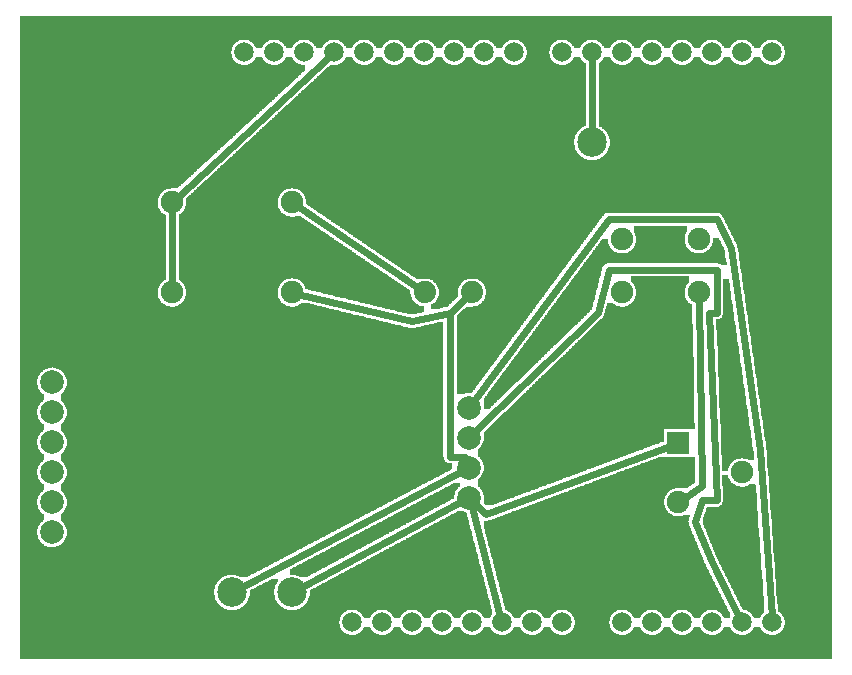
<source format=gtl>
G04 MADE WITH FRITZING*
G04 WWW.FRITZING.ORG*
G04 DOUBLE SIDED*
G04 HOLES PLATED*
G04 CONTOUR ON CENTER OF CONTOUR VECTOR*
%ASAXBY*%
%FSLAX23Y23*%
%MOIN*%
%OFA0B0*%
%SFA1.0B1.0*%
%ADD10C,0.075000*%
%ADD11C,0.065278*%
%ADD12C,0.074000*%
%ADD13C,0.078861*%
%ADD14C,0.078833*%
%ADD15C,0.098425*%
%ADD16R,0.075000X0.075000*%
%ADD17C,0.024000*%
%ADD18C,0.000100*%
%LNCOPPER1*%
G90*
G70*
G54D10*
X2628Y2118D03*
X1892Y1223D03*
X2428Y782D03*
X2145Y1266D03*
X2430Y537D03*
G54D11*
X2145Y162D03*
X2245Y162D03*
X2345Y162D03*
X2445Y162D03*
X2545Y162D03*
X1685Y2062D03*
X1585Y2062D03*
X1485Y2062D03*
X1385Y2062D03*
X1285Y2062D03*
X1185Y2062D03*
X1085Y2062D03*
X985Y2062D03*
X885Y2062D03*
X785Y2062D03*
X2545Y2062D03*
X2445Y2062D03*
X2345Y2062D03*
X2245Y2062D03*
X2145Y2062D03*
X2045Y2062D03*
X1945Y2062D03*
X1845Y2062D03*
X1245Y162D03*
X1145Y162D03*
X1345Y162D03*
X1445Y162D03*
X1545Y162D03*
X1645Y162D03*
X1745Y162D03*
X1845Y162D03*
X2045Y162D03*
G54D10*
X2301Y1262D03*
X2045Y1262D03*
X2301Y1439D03*
X2045Y1439D03*
G54D12*
X1388Y1262D03*
X1545Y1262D03*
X1388Y1262D03*
X1545Y1262D03*
G54D10*
X2233Y760D03*
X2445Y662D03*
X2233Y563D03*
G54D13*
X145Y462D03*
X145Y562D03*
X145Y662D03*
X145Y762D03*
X145Y862D03*
X145Y962D03*
G54D14*
X1535Y578D03*
X1535Y678D03*
X1535Y778D03*
X1535Y878D03*
G54D10*
X545Y1562D03*
X945Y1562D03*
X545Y1262D03*
X945Y1262D03*
G54D15*
X1945Y1762D03*
X945Y262D03*
X745Y262D03*
G54D16*
X2233Y760D03*
G54D17*
X1945Y2042D02*
X1945Y1791D01*
D02*
X1513Y566D02*
X971Y276D01*
D02*
X1513Y666D02*
X771Y276D01*
D02*
X960Y1552D02*
X1373Y1272D01*
D02*
X1526Y701D02*
X1521Y714D01*
D02*
X1521Y714D02*
X1473Y714D01*
D02*
X1473Y714D02*
X1473Y1194D01*
D02*
X1473Y1194D02*
X1532Y1250D01*
D02*
X1344Y1165D02*
X1473Y1194D01*
D02*
X962Y1258D02*
X1344Y1165D01*
D02*
X2248Y573D02*
X2313Y618D01*
D02*
X2313Y618D02*
X2301Y1244D01*
D02*
X545Y1279D02*
X545Y1544D01*
D02*
X1070Y2048D02*
X558Y1574D01*
D02*
X1543Y553D02*
X1545Y546D01*
D02*
X1545Y546D02*
X1640Y181D01*
D02*
X2217Y754D02*
X1593Y522D01*
D02*
X1593Y522D02*
X1553Y560D01*
D02*
X1553Y795D02*
X1965Y1194D01*
D02*
X1965Y1194D02*
X2001Y1338D01*
D02*
X2001Y1338D02*
X2361Y1338D01*
D02*
X2361Y1338D02*
X2361Y1194D01*
D02*
X2361Y1194D02*
X2337Y1194D01*
D02*
X2337Y1194D02*
X2361Y570D01*
D02*
X2361Y570D02*
X2313Y570D01*
D02*
X2313Y570D02*
X2289Y498D01*
D02*
X2289Y498D02*
X2344Y363D01*
D02*
X2344Y363D02*
X2409Y234D01*
D02*
X2409Y234D02*
X2436Y180D01*
D02*
X1550Y898D02*
X2001Y1506D01*
D02*
X2001Y1506D02*
X2361Y1506D01*
D02*
X2361Y1506D02*
X2409Y1410D01*
D02*
X2409Y1410D02*
X2505Y738D01*
D02*
X2505Y738D02*
X2544Y182D01*
G54D18*
G36*
X40Y2182D02*
X40Y2104D01*
X2556Y2104D01*
X2556Y2102D01*
X2562Y2102D01*
X2562Y2100D01*
X2566Y2100D01*
X2566Y2098D01*
X2568Y2098D01*
X2568Y2096D01*
X2572Y2096D01*
X2572Y2094D01*
X2574Y2094D01*
X2574Y2092D01*
X2576Y2092D01*
X2576Y2090D01*
X2578Y2090D01*
X2578Y2088D01*
X2580Y2088D01*
X2580Y2084D01*
X2582Y2084D01*
X2582Y2082D01*
X2584Y2082D01*
X2584Y2076D01*
X2586Y2076D01*
X2586Y2070D01*
X2588Y2070D01*
X2588Y2054D01*
X2586Y2054D01*
X2586Y2046D01*
X2584Y2046D01*
X2584Y2042D01*
X2582Y2042D01*
X2582Y2038D01*
X2580Y2038D01*
X2580Y2036D01*
X2578Y2036D01*
X2578Y2034D01*
X2576Y2034D01*
X2576Y2032D01*
X2574Y2032D01*
X2574Y2030D01*
X2572Y2030D01*
X2572Y2028D01*
X2570Y2028D01*
X2570Y2026D01*
X2566Y2026D01*
X2566Y2024D01*
X2562Y2024D01*
X2562Y2022D01*
X2558Y2022D01*
X2558Y2020D01*
X2746Y2020D01*
X2746Y2182D01*
X40Y2182D01*
G37*
D02*
G36*
X40Y2104D02*
X40Y2020D01*
X774Y2020D01*
X774Y2022D01*
X768Y2022D01*
X768Y2024D01*
X764Y2024D01*
X764Y2026D01*
X760Y2026D01*
X760Y2028D01*
X758Y2028D01*
X758Y2030D01*
X756Y2030D01*
X756Y2032D01*
X754Y2032D01*
X754Y2034D01*
X752Y2034D01*
X752Y2036D01*
X750Y2036D01*
X750Y2040D01*
X748Y2040D01*
X748Y2044D01*
X746Y2044D01*
X746Y2048D01*
X744Y2048D01*
X744Y2056D01*
X742Y2056D01*
X742Y2068D01*
X744Y2068D01*
X744Y2076D01*
X746Y2076D01*
X746Y2080D01*
X748Y2080D01*
X748Y2084D01*
X750Y2084D01*
X750Y2086D01*
X752Y2086D01*
X752Y2090D01*
X754Y2090D01*
X754Y2092D01*
X756Y2092D01*
X756Y2094D01*
X758Y2094D01*
X758Y2096D01*
X762Y2096D01*
X762Y2098D01*
X766Y2098D01*
X766Y2100D01*
X768Y2100D01*
X768Y2102D01*
X776Y2102D01*
X776Y2104D01*
X40Y2104D01*
G37*
D02*
G36*
X796Y2104D02*
X796Y2102D01*
X802Y2102D01*
X802Y2100D01*
X806Y2100D01*
X806Y2098D01*
X808Y2098D01*
X808Y2096D01*
X812Y2096D01*
X812Y2094D01*
X814Y2094D01*
X814Y2092D01*
X816Y2092D01*
X816Y2090D01*
X818Y2090D01*
X818Y2088D01*
X820Y2088D01*
X820Y2084D01*
X822Y2084D01*
X822Y2080D01*
X824Y2080D01*
X824Y2076D01*
X846Y2076D01*
X846Y2080D01*
X848Y2080D01*
X848Y2084D01*
X850Y2084D01*
X850Y2086D01*
X852Y2086D01*
X852Y2090D01*
X854Y2090D01*
X854Y2092D01*
X856Y2092D01*
X856Y2094D01*
X858Y2094D01*
X858Y2096D01*
X862Y2096D01*
X862Y2098D01*
X866Y2098D01*
X866Y2100D01*
X868Y2100D01*
X868Y2102D01*
X876Y2102D01*
X876Y2104D01*
X796Y2104D01*
G37*
D02*
G36*
X896Y2104D02*
X896Y2102D01*
X902Y2102D01*
X902Y2100D01*
X906Y2100D01*
X906Y2098D01*
X908Y2098D01*
X908Y2096D01*
X912Y2096D01*
X912Y2094D01*
X914Y2094D01*
X914Y2092D01*
X916Y2092D01*
X916Y2090D01*
X918Y2090D01*
X918Y2088D01*
X920Y2088D01*
X920Y2084D01*
X922Y2084D01*
X922Y2082D01*
X924Y2082D01*
X924Y2076D01*
X946Y2076D01*
X946Y2080D01*
X948Y2080D01*
X948Y2084D01*
X950Y2084D01*
X950Y2086D01*
X952Y2086D01*
X952Y2090D01*
X954Y2090D01*
X954Y2092D01*
X956Y2092D01*
X956Y2094D01*
X958Y2094D01*
X958Y2096D01*
X962Y2096D01*
X962Y2098D01*
X966Y2098D01*
X966Y2100D01*
X968Y2100D01*
X968Y2102D01*
X976Y2102D01*
X976Y2104D01*
X896Y2104D01*
G37*
D02*
G36*
X996Y2104D02*
X996Y2102D01*
X1002Y2102D01*
X1002Y2100D01*
X1006Y2100D01*
X1006Y2098D01*
X1008Y2098D01*
X1008Y2096D01*
X1012Y2096D01*
X1012Y2094D01*
X1014Y2094D01*
X1014Y2092D01*
X1016Y2092D01*
X1016Y2090D01*
X1018Y2090D01*
X1018Y2088D01*
X1020Y2088D01*
X1020Y2084D01*
X1022Y2084D01*
X1022Y2082D01*
X1024Y2082D01*
X1024Y2076D01*
X1046Y2076D01*
X1046Y2080D01*
X1048Y2080D01*
X1048Y2084D01*
X1050Y2084D01*
X1050Y2086D01*
X1052Y2086D01*
X1052Y2090D01*
X1054Y2090D01*
X1054Y2092D01*
X1056Y2092D01*
X1056Y2094D01*
X1058Y2094D01*
X1058Y2096D01*
X1062Y2096D01*
X1062Y2098D01*
X1066Y2098D01*
X1066Y2100D01*
X1068Y2100D01*
X1068Y2102D01*
X1076Y2102D01*
X1076Y2104D01*
X996Y2104D01*
G37*
D02*
G36*
X1096Y2104D02*
X1096Y2102D01*
X1102Y2102D01*
X1102Y2100D01*
X1106Y2100D01*
X1106Y2098D01*
X1108Y2098D01*
X1108Y2096D01*
X1112Y2096D01*
X1112Y2094D01*
X1114Y2094D01*
X1114Y2092D01*
X1116Y2092D01*
X1116Y2090D01*
X1118Y2090D01*
X1118Y2088D01*
X1120Y2088D01*
X1120Y2084D01*
X1122Y2084D01*
X1122Y2082D01*
X1124Y2082D01*
X1124Y2076D01*
X1146Y2076D01*
X1146Y2080D01*
X1148Y2080D01*
X1148Y2084D01*
X1150Y2084D01*
X1150Y2086D01*
X1152Y2086D01*
X1152Y2090D01*
X1154Y2090D01*
X1154Y2092D01*
X1156Y2092D01*
X1156Y2094D01*
X1158Y2094D01*
X1158Y2096D01*
X1162Y2096D01*
X1162Y2098D01*
X1166Y2098D01*
X1166Y2100D01*
X1168Y2100D01*
X1168Y2102D01*
X1176Y2102D01*
X1176Y2104D01*
X1096Y2104D01*
G37*
D02*
G36*
X1196Y2104D02*
X1196Y2102D01*
X1202Y2102D01*
X1202Y2100D01*
X1206Y2100D01*
X1206Y2098D01*
X1208Y2098D01*
X1208Y2096D01*
X1212Y2096D01*
X1212Y2094D01*
X1214Y2094D01*
X1214Y2092D01*
X1216Y2092D01*
X1216Y2090D01*
X1218Y2090D01*
X1218Y2088D01*
X1220Y2088D01*
X1220Y2084D01*
X1222Y2084D01*
X1222Y2082D01*
X1224Y2082D01*
X1224Y2076D01*
X1246Y2076D01*
X1246Y2080D01*
X1248Y2080D01*
X1248Y2084D01*
X1250Y2084D01*
X1250Y2086D01*
X1252Y2086D01*
X1252Y2090D01*
X1254Y2090D01*
X1254Y2092D01*
X1256Y2092D01*
X1256Y2094D01*
X1258Y2094D01*
X1258Y2096D01*
X1262Y2096D01*
X1262Y2098D01*
X1266Y2098D01*
X1266Y2100D01*
X1268Y2100D01*
X1268Y2102D01*
X1276Y2102D01*
X1276Y2104D01*
X1196Y2104D01*
G37*
D02*
G36*
X1296Y2104D02*
X1296Y2102D01*
X1302Y2102D01*
X1302Y2100D01*
X1306Y2100D01*
X1306Y2098D01*
X1308Y2098D01*
X1308Y2096D01*
X1312Y2096D01*
X1312Y2094D01*
X1314Y2094D01*
X1314Y2092D01*
X1316Y2092D01*
X1316Y2090D01*
X1318Y2090D01*
X1318Y2088D01*
X1320Y2088D01*
X1320Y2084D01*
X1322Y2084D01*
X1322Y2082D01*
X1324Y2082D01*
X1324Y2076D01*
X1346Y2076D01*
X1346Y2080D01*
X1348Y2080D01*
X1348Y2084D01*
X1350Y2084D01*
X1350Y2086D01*
X1352Y2086D01*
X1352Y2090D01*
X1354Y2090D01*
X1354Y2092D01*
X1356Y2092D01*
X1356Y2094D01*
X1358Y2094D01*
X1358Y2096D01*
X1362Y2096D01*
X1362Y2098D01*
X1366Y2098D01*
X1366Y2100D01*
X1368Y2100D01*
X1368Y2102D01*
X1376Y2102D01*
X1376Y2104D01*
X1296Y2104D01*
G37*
D02*
G36*
X1396Y2104D02*
X1396Y2102D01*
X1402Y2102D01*
X1402Y2100D01*
X1406Y2100D01*
X1406Y2098D01*
X1408Y2098D01*
X1408Y2096D01*
X1412Y2096D01*
X1412Y2094D01*
X1414Y2094D01*
X1414Y2092D01*
X1416Y2092D01*
X1416Y2090D01*
X1418Y2090D01*
X1418Y2088D01*
X1420Y2088D01*
X1420Y2084D01*
X1422Y2084D01*
X1422Y2082D01*
X1424Y2082D01*
X1424Y2076D01*
X1446Y2076D01*
X1446Y2080D01*
X1448Y2080D01*
X1448Y2084D01*
X1450Y2084D01*
X1450Y2086D01*
X1452Y2086D01*
X1452Y2090D01*
X1454Y2090D01*
X1454Y2092D01*
X1456Y2092D01*
X1456Y2094D01*
X1458Y2094D01*
X1458Y2096D01*
X1462Y2096D01*
X1462Y2098D01*
X1466Y2098D01*
X1466Y2100D01*
X1468Y2100D01*
X1468Y2102D01*
X1476Y2102D01*
X1476Y2104D01*
X1396Y2104D01*
G37*
D02*
G36*
X1496Y2104D02*
X1496Y2102D01*
X1502Y2102D01*
X1502Y2100D01*
X1506Y2100D01*
X1506Y2098D01*
X1508Y2098D01*
X1508Y2096D01*
X1512Y2096D01*
X1512Y2094D01*
X1514Y2094D01*
X1514Y2092D01*
X1516Y2092D01*
X1516Y2090D01*
X1518Y2090D01*
X1518Y2088D01*
X1520Y2088D01*
X1520Y2084D01*
X1522Y2084D01*
X1522Y2082D01*
X1524Y2082D01*
X1524Y2076D01*
X1546Y2076D01*
X1546Y2080D01*
X1548Y2080D01*
X1548Y2084D01*
X1550Y2084D01*
X1550Y2086D01*
X1552Y2086D01*
X1552Y2090D01*
X1554Y2090D01*
X1554Y2092D01*
X1556Y2092D01*
X1556Y2094D01*
X1558Y2094D01*
X1558Y2096D01*
X1562Y2096D01*
X1562Y2098D01*
X1566Y2098D01*
X1566Y2100D01*
X1568Y2100D01*
X1568Y2102D01*
X1576Y2102D01*
X1576Y2104D01*
X1496Y2104D01*
G37*
D02*
G36*
X1596Y2104D02*
X1596Y2102D01*
X1602Y2102D01*
X1602Y2100D01*
X1606Y2100D01*
X1606Y2098D01*
X1608Y2098D01*
X1608Y2096D01*
X1612Y2096D01*
X1612Y2094D01*
X1614Y2094D01*
X1614Y2092D01*
X1616Y2092D01*
X1616Y2090D01*
X1618Y2090D01*
X1618Y2088D01*
X1620Y2088D01*
X1620Y2084D01*
X1622Y2084D01*
X1622Y2082D01*
X1624Y2082D01*
X1624Y2076D01*
X1646Y2076D01*
X1646Y2080D01*
X1648Y2080D01*
X1648Y2084D01*
X1650Y2084D01*
X1650Y2086D01*
X1652Y2086D01*
X1652Y2090D01*
X1654Y2090D01*
X1654Y2092D01*
X1656Y2092D01*
X1656Y2094D01*
X1658Y2094D01*
X1658Y2096D01*
X1662Y2096D01*
X1662Y2098D01*
X1666Y2098D01*
X1666Y2100D01*
X1668Y2100D01*
X1668Y2102D01*
X1676Y2102D01*
X1676Y2104D01*
X1596Y2104D01*
G37*
D02*
G36*
X1696Y2104D02*
X1696Y2102D01*
X1702Y2102D01*
X1702Y2100D01*
X1706Y2100D01*
X1706Y2098D01*
X1708Y2098D01*
X1708Y2096D01*
X1712Y2096D01*
X1712Y2094D01*
X1714Y2094D01*
X1714Y2092D01*
X1716Y2092D01*
X1716Y2090D01*
X1718Y2090D01*
X1718Y2088D01*
X1720Y2088D01*
X1720Y2084D01*
X1722Y2084D01*
X1722Y2080D01*
X1724Y2080D01*
X1724Y2076D01*
X1726Y2076D01*
X1726Y2070D01*
X1728Y2070D01*
X1728Y2054D01*
X1726Y2054D01*
X1726Y2046D01*
X1724Y2046D01*
X1724Y2042D01*
X1722Y2042D01*
X1722Y2038D01*
X1720Y2038D01*
X1720Y2036D01*
X1718Y2036D01*
X1718Y2034D01*
X1716Y2034D01*
X1716Y2032D01*
X1714Y2032D01*
X1714Y2030D01*
X1712Y2030D01*
X1712Y2028D01*
X1710Y2028D01*
X1710Y2026D01*
X1706Y2026D01*
X1706Y2024D01*
X1702Y2024D01*
X1702Y2022D01*
X1698Y2022D01*
X1698Y2020D01*
X1834Y2020D01*
X1834Y2022D01*
X1828Y2022D01*
X1828Y2024D01*
X1824Y2024D01*
X1824Y2026D01*
X1820Y2026D01*
X1820Y2028D01*
X1818Y2028D01*
X1818Y2030D01*
X1816Y2030D01*
X1816Y2032D01*
X1814Y2032D01*
X1814Y2034D01*
X1812Y2034D01*
X1812Y2036D01*
X1810Y2036D01*
X1810Y2040D01*
X1808Y2040D01*
X1808Y2044D01*
X1806Y2044D01*
X1806Y2048D01*
X1804Y2048D01*
X1804Y2056D01*
X1802Y2056D01*
X1802Y2068D01*
X1804Y2068D01*
X1804Y2076D01*
X1806Y2076D01*
X1806Y2080D01*
X1808Y2080D01*
X1808Y2084D01*
X1810Y2084D01*
X1810Y2086D01*
X1812Y2086D01*
X1812Y2090D01*
X1814Y2090D01*
X1814Y2092D01*
X1816Y2092D01*
X1816Y2094D01*
X1818Y2094D01*
X1818Y2096D01*
X1822Y2096D01*
X1822Y2098D01*
X1826Y2098D01*
X1826Y2100D01*
X1828Y2100D01*
X1828Y2102D01*
X1836Y2102D01*
X1836Y2104D01*
X1696Y2104D01*
G37*
D02*
G36*
X1856Y2104D02*
X1856Y2102D01*
X1862Y2102D01*
X1862Y2100D01*
X1866Y2100D01*
X1866Y2098D01*
X1868Y2098D01*
X1868Y2096D01*
X1872Y2096D01*
X1872Y2094D01*
X1874Y2094D01*
X1874Y2092D01*
X1876Y2092D01*
X1876Y2090D01*
X1878Y2090D01*
X1878Y2088D01*
X1880Y2088D01*
X1880Y2084D01*
X1882Y2084D01*
X1882Y2082D01*
X1884Y2082D01*
X1884Y2076D01*
X1906Y2076D01*
X1906Y2080D01*
X1908Y2080D01*
X1908Y2084D01*
X1910Y2084D01*
X1910Y2086D01*
X1912Y2086D01*
X1912Y2090D01*
X1914Y2090D01*
X1914Y2092D01*
X1916Y2092D01*
X1916Y2094D01*
X1918Y2094D01*
X1918Y2096D01*
X1922Y2096D01*
X1922Y2098D01*
X1926Y2098D01*
X1926Y2100D01*
X1928Y2100D01*
X1928Y2102D01*
X1936Y2102D01*
X1936Y2104D01*
X1856Y2104D01*
G37*
D02*
G36*
X1956Y2104D02*
X1956Y2102D01*
X1962Y2102D01*
X1962Y2100D01*
X1966Y2100D01*
X1966Y2098D01*
X1968Y2098D01*
X1968Y2096D01*
X1972Y2096D01*
X1972Y2094D01*
X1974Y2094D01*
X1974Y2092D01*
X1976Y2092D01*
X1976Y2090D01*
X1978Y2090D01*
X1978Y2088D01*
X1980Y2088D01*
X1980Y2084D01*
X1982Y2084D01*
X1982Y2082D01*
X1984Y2082D01*
X1984Y2076D01*
X2006Y2076D01*
X2006Y2080D01*
X2008Y2080D01*
X2008Y2084D01*
X2010Y2084D01*
X2010Y2086D01*
X2012Y2086D01*
X2012Y2090D01*
X2014Y2090D01*
X2014Y2092D01*
X2016Y2092D01*
X2016Y2094D01*
X2018Y2094D01*
X2018Y2096D01*
X2022Y2096D01*
X2022Y2098D01*
X2026Y2098D01*
X2026Y2100D01*
X2028Y2100D01*
X2028Y2102D01*
X2036Y2102D01*
X2036Y2104D01*
X1956Y2104D01*
G37*
D02*
G36*
X2056Y2104D02*
X2056Y2102D01*
X2062Y2102D01*
X2062Y2100D01*
X2066Y2100D01*
X2066Y2098D01*
X2068Y2098D01*
X2068Y2096D01*
X2072Y2096D01*
X2072Y2094D01*
X2074Y2094D01*
X2074Y2092D01*
X2076Y2092D01*
X2076Y2090D01*
X2078Y2090D01*
X2078Y2088D01*
X2080Y2088D01*
X2080Y2084D01*
X2082Y2084D01*
X2082Y2082D01*
X2084Y2082D01*
X2084Y2076D01*
X2106Y2076D01*
X2106Y2080D01*
X2108Y2080D01*
X2108Y2084D01*
X2110Y2084D01*
X2110Y2086D01*
X2112Y2086D01*
X2112Y2090D01*
X2114Y2090D01*
X2114Y2092D01*
X2116Y2092D01*
X2116Y2094D01*
X2118Y2094D01*
X2118Y2096D01*
X2122Y2096D01*
X2122Y2098D01*
X2126Y2098D01*
X2126Y2100D01*
X2128Y2100D01*
X2128Y2102D01*
X2136Y2102D01*
X2136Y2104D01*
X2056Y2104D01*
G37*
D02*
G36*
X2156Y2104D02*
X2156Y2102D01*
X2162Y2102D01*
X2162Y2100D01*
X2166Y2100D01*
X2166Y2098D01*
X2168Y2098D01*
X2168Y2096D01*
X2172Y2096D01*
X2172Y2094D01*
X2174Y2094D01*
X2174Y2092D01*
X2176Y2092D01*
X2176Y2090D01*
X2178Y2090D01*
X2178Y2088D01*
X2180Y2088D01*
X2180Y2084D01*
X2182Y2084D01*
X2182Y2082D01*
X2184Y2082D01*
X2184Y2076D01*
X2206Y2076D01*
X2206Y2080D01*
X2208Y2080D01*
X2208Y2084D01*
X2210Y2084D01*
X2210Y2086D01*
X2212Y2086D01*
X2212Y2090D01*
X2214Y2090D01*
X2214Y2092D01*
X2216Y2092D01*
X2216Y2094D01*
X2218Y2094D01*
X2218Y2096D01*
X2222Y2096D01*
X2222Y2098D01*
X2226Y2098D01*
X2226Y2100D01*
X2228Y2100D01*
X2228Y2102D01*
X2236Y2102D01*
X2236Y2104D01*
X2156Y2104D01*
G37*
D02*
G36*
X2256Y2104D02*
X2256Y2102D01*
X2262Y2102D01*
X2262Y2100D01*
X2266Y2100D01*
X2266Y2098D01*
X2268Y2098D01*
X2268Y2096D01*
X2272Y2096D01*
X2272Y2094D01*
X2274Y2094D01*
X2274Y2092D01*
X2276Y2092D01*
X2276Y2090D01*
X2278Y2090D01*
X2278Y2088D01*
X2280Y2088D01*
X2280Y2084D01*
X2282Y2084D01*
X2282Y2080D01*
X2284Y2080D01*
X2284Y2076D01*
X2306Y2076D01*
X2306Y2080D01*
X2308Y2080D01*
X2308Y2084D01*
X2310Y2084D01*
X2310Y2086D01*
X2312Y2086D01*
X2312Y2090D01*
X2314Y2090D01*
X2314Y2092D01*
X2316Y2092D01*
X2316Y2094D01*
X2318Y2094D01*
X2318Y2096D01*
X2322Y2096D01*
X2322Y2098D01*
X2326Y2098D01*
X2326Y2100D01*
X2328Y2100D01*
X2328Y2102D01*
X2336Y2102D01*
X2336Y2104D01*
X2256Y2104D01*
G37*
D02*
G36*
X2356Y2104D02*
X2356Y2102D01*
X2362Y2102D01*
X2362Y2100D01*
X2366Y2100D01*
X2366Y2098D01*
X2368Y2098D01*
X2368Y2096D01*
X2372Y2096D01*
X2372Y2094D01*
X2374Y2094D01*
X2374Y2092D01*
X2376Y2092D01*
X2376Y2090D01*
X2378Y2090D01*
X2378Y2088D01*
X2380Y2088D01*
X2380Y2084D01*
X2382Y2084D01*
X2382Y2082D01*
X2384Y2082D01*
X2384Y2076D01*
X2406Y2076D01*
X2406Y2080D01*
X2408Y2080D01*
X2408Y2084D01*
X2410Y2084D01*
X2410Y2086D01*
X2412Y2086D01*
X2412Y2090D01*
X2414Y2090D01*
X2414Y2092D01*
X2416Y2092D01*
X2416Y2094D01*
X2418Y2094D01*
X2418Y2096D01*
X2422Y2096D01*
X2422Y2098D01*
X2426Y2098D01*
X2426Y2100D01*
X2428Y2100D01*
X2428Y2102D01*
X2436Y2102D01*
X2436Y2104D01*
X2356Y2104D01*
G37*
D02*
G36*
X2456Y2104D02*
X2456Y2102D01*
X2462Y2102D01*
X2462Y2100D01*
X2466Y2100D01*
X2466Y2098D01*
X2468Y2098D01*
X2468Y2096D01*
X2472Y2096D01*
X2472Y2094D01*
X2474Y2094D01*
X2474Y2092D01*
X2476Y2092D01*
X2476Y2090D01*
X2478Y2090D01*
X2478Y2088D01*
X2480Y2088D01*
X2480Y2084D01*
X2482Y2084D01*
X2482Y2082D01*
X2484Y2082D01*
X2484Y2076D01*
X2506Y2076D01*
X2506Y2080D01*
X2508Y2080D01*
X2508Y2084D01*
X2510Y2084D01*
X2510Y2086D01*
X2512Y2086D01*
X2512Y2090D01*
X2514Y2090D01*
X2514Y2092D01*
X2516Y2092D01*
X2516Y2094D01*
X2518Y2094D01*
X2518Y2096D01*
X2522Y2096D01*
X2522Y2098D01*
X2526Y2098D01*
X2526Y2100D01*
X2528Y2100D01*
X2528Y2102D01*
X2536Y2102D01*
X2536Y2104D01*
X2456Y2104D01*
G37*
D02*
G36*
X826Y2048D02*
X826Y2046D01*
X824Y2046D01*
X824Y2042D01*
X822Y2042D01*
X822Y2038D01*
X820Y2038D01*
X820Y2036D01*
X818Y2036D01*
X818Y2034D01*
X816Y2034D01*
X816Y2032D01*
X814Y2032D01*
X814Y2030D01*
X812Y2030D01*
X812Y2028D01*
X810Y2028D01*
X810Y2026D01*
X806Y2026D01*
X806Y2024D01*
X802Y2024D01*
X802Y2022D01*
X798Y2022D01*
X798Y2020D01*
X874Y2020D01*
X874Y2022D01*
X868Y2022D01*
X868Y2024D01*
X864Y2024D01*
X864Y2026D01*
X860Y2026D01*
X860Y2028D01*
X858Y2028D01*
X858Y2030D01*
X856Y2030D01*
X856Y2032D01*
X854Y2032D01*
X854Y2034D01*
X852Y2034D01*
X852Y2036D01*
X850Y2036D01*
X850Y2040D01*
X848Y2040D01*
X848Y2044D01*
X846Y2044D01*
X846Y2048D01*
X826Y2048D01*
G37*
D02*
G36*
X926Y2048D02*
X926Y2046D01*
X924Y2046D01*
X924Y2042D01*
X922Y2042D01*
X922Y2038D01*
X920Y2038D01*
X920Y2036D01*
X918Y2036D01*
X918Y2034D01*
X916Y2034D01*
X916Y2032D01*
X914Y2032D01*
X914Y2030D01*
X912Y2030D01*
X912Y2028D01*
X910Y2028D01*
X910Y2026D01*
X906Y2026D01*
X906Y2024D01*
X902Y2024D01*
X902Y2022D01*
X898Y2022D01*
X898Y2020D01*
X974Y2020D01*
X974Y2022D01*
X968Y2022D01*
X968Y2024D01*
X964Y2024D01*
X964Y2026D01*
X960Y2026D01*
X960Y2028D01*
X958Y2028D01*
X958Y2030D01*
X956Y2030D01*
X956Y2032D01*
X954Y2032D01*
X954Y2034D01*
X952Y2034D01*
X952Y2036D01*
X950Y2036D01*
X950Y2040D01*
X948Y2040D01*
X948Y2044D01*
X946Y2044D01*
X946Y2048D01*
X926Y2048D01*
G37*
D02*
G36*
X1126Y2048D02*
X1126Y2046D01*
X1124Y2046D01*
X1124Y2042D01*
X1122Y2042D01*
X1122Y2038D01*
X1120Y2038D01*
X1120Y2036D01*
X1118Y2036D01*
X1118Y2034D01*
X1116Y2034D01*
X1116Y2032D01*
X1114Y2032D01*
X1114Y2030D01*
X1112Y2030D01*
X1112Y2028D01*
X1110Y2028D01*
X1110Y2026D01*
X1106Y2026D01*
X1106Y2024D01*
X1102Y2024D01*
X1102Y2022D01*
X1098Y2022D01*
X1098Y2020D01*
X1174Y2020D01*
X1174Y2022D01*
X1168Y2022D01*
X1168Y2024D01*
X1164Y2024D01*
X1164Y2026D01*
X1160Y2026D01*
X1160Y2028D01*
X1158Y2028D01*
X1158Y2030D01*
X1156Y2030D01*
X1156Y2032D01*
X1154Y2032D01*
X1154Y2034D01*
X1152Y2034D01*
X1152Y2036D01*
X1150Y2036D01*
X1150Y2040D01*
X1148Y2040D01*
X1148Y2044D01*
X1146Y2044D01*
X1146Y2048D01*
X1126Y2048D01*
G37*
D02*
G36*
X1226Y2048D02*
X1226Y2046D01*
X1224Y2046D01*
X1224Y2042D01*
X1222Y2042D01*
X1222Y2038D01*
X1220Y2038D01*
X1220Y2036D01*
X1218Y2036D01*
X1218Y2034D01*
X1216Y2034D01*
X1216Y2032D01*
X1214Y2032D01*
X1214Y2030D01*
X1212Y2030D01*
X1212Y2028D01*
X1210Y2028D01*
X1210Y2026D01*
X1206Y2026D01*
X1206Y2024D01*
X1202Y2024D01*
X1202Y2022D01*
X1198Y2022D01*
X1198Y2020D01*
X1274Y2020D01*
X1274Y2022D01*
X1268Y2022D01*
X1268Y2024D01*
X1264Y2024D01*
X1264Y2026D01*
X1260Y2026D01*
X1260Y2028D01*
X1258Y2028D01*
X1258Y2030D01*
X1256Y2030D01*
X1256Y2032D01*
X1254Y2032D01*
X1254Y2034D01*
X1252Y2034D01*
X1252Y2036D01*
X1250Y2036D01*
X1250Y2040D01*
X1248Y2040D01*
X1248Y2044D01*
X1246Y2044D01*
X1246Y2048D01*
X1226Y2048D01*
G37*
D02*
G36*
X1326Y2048D02*
X1326Y2046D01*
X1324Y2046D01*
X1324Y2042D01*
X1322Y2042D01*
X1322Y2038D01*
X1320Y2038D01*
X1320Y2036D01*
X1318Y2036D01*
X1318Y2034D01*
X1316Y2034D01*
X1316Y2032D01*
X1314Y2032D01*
X1314Y2030D01*
X1312Y2030D01*
X1312Y2028D01*
X1310Y2028D01*
X1310Y2026D01*
X1306Y2026D01*
X1306Y2024D01*
X1302Y2024D01*
X1302Y2022D01*
X1298Y2022D01*
X1298Y2020D01*
X1374Y2020D01*
X1374Y2022D01*
X1368Y2022D01*
X1368Y2024D01*
X1364Y2024D01*
X1364Y2026D01*
X1360Y2026D01*
X1360Y2028D01*
X1358Y2028D01*
X1358Y2030D01*
X1356Y2030D01*
X1356Y2032D01*
X1354Y2032D01*
X1354Y2034D01*
X1352Y2034D01*
X1352Y2036D01*
X1350Y2036D01*
X1350Y2040D01*
X1348Y2040D01*
X1348Y2044D01*
X1346Y2044D01*
X1346Y2048D01*
X1326Y2048D01*
G37*
D02*
G36*
X1426Y2048D02*
X1426Y2046D01*
X1424Y2046D01*
X1424Y2042D01*
X1422Y2042D01*
X1422Y2038D01*
X1420Y2038D01*
X1420Y2036D01*
X1418Y2036D01*
X1418Y2034D01*
X1416Y2034D01*
X1416Y2032D01*
X1414Y2032D01*
X1414Y2030D01*
X1412Y2030D01*
X1412Y2028D01*
X1410Y2028D01*
X1410Y2026D01*
X1406Y2026D01*
X1406Y2024D01*
X1402Y2024D01*
X1402Y2022D01*
X1398Y2022D01*
X1398Y2020D01*
X1474Y2020D01*
X1474Y2022D01*
X1468Y2022D01*
X1468Y2024D01*
X1464Y2024D01*
X1464Y2026D01*
X1460Y2026D01*
X1460Y2028D01*
X1458Y2028D01*
X1458Y2030D01*
X1456Y2030D01*
X1456Y2032D01*
X1454Y2032D01*
X1454Y2034D01*
X1452Y2034D01*
X1452Y2036D01*
X1450Y2036D01*
X1450Y2040D01*
X1448Y2040D01*
X1448Y2044D01*
X1446Y2044D01*
X1446Y2048D01*
X1426Y2048D01*
G37*
D02*
G36*
X1526Y2048D02*
X1526Y2046D01*
X1524Y2046D01*
X1524Y2042D01*
X1522Y2042D01*
X1522Y2038D01*
X1520Y2038D01*
X1520Y2036D01*
X1518Y2036D01*
X1518Y2034D01*
X1516Y2034D01*
X1516Y2032D01*
X1514Y2032D01*
X1514Y2030D01*
X1512Y2030D01*
X1512Y2028D01*
X1510Y2028D01*
X1510Y2026D01*
X1506Y2026D01*
X1506Y2024D01*
X1502Y2024D01*
X1502Y2022D01*
X1498Y2022D01*
X1498Y2020D01*
X1574Y2020D01*
X1574Y2022D01*
X1568Y2022D01*
X1568Y2024D01*
X1564Y2024D01*
X1564Y2026D01*
X1560Y2026D01*
X1560Y2028D01*
X1558Y2028D01*
X1558Y2030D01*
X1556Y2030D01*
X1556Y2032D01*
X1554Y2032D01*
X1554Y2034D01*
X1552Y2034D01*
X1552Y2036D01*
X1550Y2036D01*
X1550Y2040D01*
X1548Y2040D01*
X1548Y2044D01*
X1546Y2044D01*
X1546Y2048D01*
X1526Y2048D01*
G37*
D02*
G36*
X1626Y2048D02*
X1626Y2046D01*
X1624Y2046D01*
X1624Y2042D01*
X1622Y2042D01*
X1622Y2038D01*
X1620Y2038D01*
X1620Y2036D01*
X1618Y2036D01*
X1618Y2034D01*
X1616Y2034D01*
X1616Y2032D01*
X1614Y2032D01*
X1614Y2030D01*
X1612Y2030D01*
X1612Y2028D01*
X1610Y2028D01*
X1610Y2026D01*
X1606Y2026D01*
X1606Y2024D01*
X1602Y2024D01*
X1602Y2022D01*
X1598Y2022D01*
X1598Y2020D01*
X1674Y2020D01*
X1674Y2022D01*
X1668Y2022D01*
X1668Y2024D01*
X1664Y2024D01*
X1664Y2026D01*
X1660Y2026D01*
X1660Y2028D01*
X1658Y2028D01*
X1658Y2030D01*
X1656Y2030D01*
X1656Y2032D01*
X1654Y2032D01*
X1654Y2034D01*
X1652Y2034D01*
X1652Y2036D01*
X1650Y2036D01*
X1650Y2040D01*
X1648Y2040D01*
X1648Y2044D01*
X1646Y2044D01*
X1646Y2048D01*
X1626Y2048D01*
G37*
D02*
G36*
X1886Y2048D02*
X1886Y2046D01*
X1884Y2046D01*
X1884Y2042D01*
X1882Y2042D01*
X1882Y2038D01*
X1880Y2038D01*
X1880Y2036D01*
X1878Y2036D01*
X1878Y2034D01*
X1876Y2034D01*
X1876Y2032D01*
X1874Y2032D01*
X1874Y2030D01*
X1872Y2030D01*
X1872Y2028D01*
X1870Y2028D01*
X1870Y2026D01*
X1866Y2026D01*
X1866Y2024D01*
X1862Y2024D01*
X1862Y2022D01*
X1858Y2022D01*
X1858Y2020D01*
X1924Y2020D01*
X1924Y2026D01*
X1920Y2026D01*
X1920Y2028D01*
X1918Y2028D01*
X1918Y2030D01*
X1916Y2030D01*
X1916Y2032D01*
X1914Y2032D01*
X1914Y2034D01*
X1912Y2034D01*
X1912Y2036D01*
X1910Y2036D01*
X1910Y2040D01*
X1908Y2040D01*
X1908Y2044D01*
X1906Y2044D01*
X1906Y2048D01*
X1886Y2048D01*
G37*
D02*
G36*
X1986Y2048D02*
X1986Y2046D01*
X1984Y2046D01*
X1984Y2042D01*
X1982Y2042D01*
X1982Y2038D01*
X1980Y2038D01*
X1980Y2036D01*
X1978Y2036D01*
X1978Y2034D01*
X1976Y2034D01*
X1976Y2032D01*
X1974Y2032D01*
X1974Y2030D01*
X1972Y2030D01*
X1972Y2028D01*
X1970Y2028D01*
X1970Y2026D01*
X1968Y2026D01*
X1968Y2020D01*
X2034Y2020D01*
X2034Y2022D01*
X2028Y2022D01*
X2028Y2024D01*
X2024Y2024D01*
X2024Y2026D01*
X2020Y2026D01*
X2020Y2028D01*
X2018Y2028D01*
X2018Y2030D01*
X2016Y2030D01*
X2016Y2032D01*
X2014Y2032D01*
X2014Y2034D01*
X2012Y2034D01*
X2012Y2036D01*
X2010Y2036D01*
X2010Y2040D01*
X2008Y2040D01*
X2008Y2044D01*
X2006Y2044D01*
X2006Y2048D01*
X1986Y2048D01*
G37*
D02*
G36*
X2086Y2048D02*
X2086Y2046D01*
X2084Y2046D01*
X2084Y2042D01*
X2082Y2042D01*
X2082Y2038D01*
X2080Y2038D01*
X2080Y2036D01*
X2078Y2036D01*
X2078Y2034D01*
X2076Y2034D01*
X2076Y2032D01*
X2074Y2032D01*
X2074Y2030D01*
X2072Y2030D01*
X2072Y2028D01*
X2070Y2028D01*
X2070Y2026D01*
X2066Y2026D01*
X2066Y2024D01*
X2062Y2024D01*
X2062Y2022D01*
X2058Y2022D01*
X2058Y2020D01*
X2134Y2020D01*
X2134Y2022D01*
X2128Y2022D01*
X2128Y2024D01*
X2124Y2024D01*
X2124Y2026D01*
X2120Y2026D01*
X2120Y2028D01*
X2118Y2028D01*
X2118Y2030D01*
X2116Y2030D01*
X2116Y2032D01*
X2114Y2032D01*
X2114Y2034D01*
X2112Y2034D01*
X2112Y2036D01*
X2110Y2036D01*
X2110Y2040D01*
X2108Y2040D01*
X2108Y2044D01*
X2106Y2044D01*
X2106Y2048D01*
X2086Y2048D01*
G37*
D02*
G36*
X2186Y2048D02*
X2186Y2046D01*
X2184Y2046D01*
X2184Y2042D01*
X2182Y2042D01*
X2182Y2038D01*
X2180Y2038D01*
X2180Y2036D01*
X2178Y2036D01*
X2178Y2034D01*
X2176Y2034D01*
X2176Y2032D01*
X2174Y2032D01*
X2174Y2030D01*
X2172Y2030D01*
X2172Y2028D01*
X2170Y2028D01*
X2170Y2026D01*
X2166Y2026D01*
X2166Y2024D01*
X2162Y2024D01*
X2162Y2022D01*
X2158Y2022D01*
X2158Y2020D01*
X2234Y2020D01*
X2234Y2022D01*
X2228Y2022D01*
X2228Y2024D01*
X2224Y2024D01*
X2224Y2026D01*
X2220Y2026D01*
X2220Y2028D01*
X2218Y2028D01*
X2218Y2030D01*
X2216Y2030D01*
X2216Y2032D01*
X2214Y2032D01*
X2214Y2034D01*
X2212Y2034D01*
X2212Y2036D01*
X2210Y2036D01*
X2210Y2040D01*
X2208Y2040D01*
X2208Y2044D01*
X2206Y2044D01*
X2206Y2048D01*
X2186Y2048D01*
G37*
D02*
G36*
X2286Y2048D02*
X2286Y2046D01*
X2284Y2046D01*
X2284Y2042D01*
X2282Y2042D01*
X2282Y2038D01*
X2280Y2038D01*
X2280Y2036D01*
X2278Y2036D01*
X2278Y2034D01*
X2276Y2034D01*
X2276Y2032D01*
X2274Y2032D01*
X2274Y2030D01*
X2272Y2030D01*
X2272Y2028D01*
X2270Y2028D01*
X2270Y2026D01*
X2266Y2026D01*
X2266Y2024D01*
X2262Y2024D01*
X2262Y2022D01*
X2258Y2022D01*
X2258Y2020D01*
X2334Y2020D01*
X2334Y2022D01*
X2328Y2022D01*
X2328Y2024D01*
X2324Y2024D01*
X2324Y2026D01*
X2320Y2026D01*
X2320Y2028D01*
X2318Y2028D01*
X2318Y2030D01*
X2316Y2030D01*
X2316Y2032D01*
X2314Y2032D01*
X2314Y2034D01*
X2312Y2034D01*
X2312Y2036D01*
X2310Y2036D01*
X2310Y2040D01*
X2308Y2040D01*
X2308Y2044D01*
X2306Y2044D01*
X2306Y2048D01*
X2286Y2048D01*
G37*
D02*
G36*
X2386Y2048D02*
X2386Y2046D01*
X2384Y2046D01*
X2384Y2042D01*
X2382Y2042D01*
X2382Y2038D01*
X2380Y2038D01*
X2380Y2036D01*
X2378Y2036D01*
X2378Y2034D01*
X2376Y2034D01*
X2376Y2032D01*
X2374Y2032D01*
X2374Y2030D01*
X2372Y2030D01*
X2372Y2028D01*
X2370Y2028D01*
X2370Y2026D01*
X2366Y2026D01*
X2366Y2024D01*
X2362Y2024D01*
X2362Y2022D01*
X2358Y2022D01*
X2358Y2020D01*
X2434Y2020D01*
X2434Y2022D01*
X2428Y2022D01*
X2428Y2024D01*
X2424Y2024D01*
X2424Y2026D01*
X2420Y2026D01*
X2420Y2028D01*
X2418Y2028D01*
X2418Y2030D01*
X2416Y2030D01*
X2416Y2032D01*
X2414Y2032D01*
X2414Y2034D01*
X2412Y2034D01*
X2412Y2036D01*
X2410Y2036D01*
X2410Y2040D01*
X2408Y2040D01*
X2408Y2044D01*
X2406Y2044D01*
X2406Y2048D01*
X2386Y2048D01*
G37*
D02*
G36*
X2486Y2048D02*
X2486Y2046D01*
X2484Y2046D01*
X2484Y2042D01*
X2482Y2042D01*
X2482Y2038D01*
X2480Y2038D01*
X2480Y2036D01*
X2478Y2036D01*
X2478Y2034D01*
X2476Y2034D01*
X2476Y2032D01*
X2474Y2032D01*
X2474Y2030D01*
X2472Y2030D01*
X2472Y2028D01*
X2470Y2028D01*
X2470Y2026D01*
X2466Y2026D01*
X2466Y2024D01*
X2462Y2024D01*
X2462Y2022D01*
X2458Y2022D01*
X2458Y2020D01*
X2534Y2020D01*
X2534Y2022D01*
X2528Y2022D01*
X2528Y2024D01*
X2524Y2024D01*
X2524Y2026D01*
X2520Y2026D01*
X2520Y2028D01*
X2518Y2028D01*
X2518Y2030D01*
X2516Y2030D01*
X2516Y2032D01*
X2514Y2032D01*
X2514Y2034D01*
X2512Y2034D01*
X2512Y2036D01*
X2510Y2036D01*
X2510Y2040D01*
X2508Y2040D01*
X2508Y2044D01*
X2506Y2044D01*
X2506Y2048D01*
X2486Y2048D01*
G37*
D02*
G36*
X40Y2020D02*
X40Y2018D01*
X988Y2018D01*
X988Y2020D01*
X40Y2020D01*
G37*
D02*
G36*
X40Y2020D02*
X40Y2018D01*
X988Y2018D01*
X988Y2020D01*
X40Y2020D01*
G37*
D02*
G36*
X40Y2020D02*
X40Y2018D01*
X988Y2018D01*
X988Y2020D01*
X40Y2020D01*
G37*
D02*
G36*
X1072Y2020D02*
X1072Y2018D01*
X1924Y2018D01*
X1924Y2020D01*
X1072Y2020D01*
G37*
D02*
G36*
X1072Y2020D02*
X1072Y2018D01*
X1924Y2018D01*
X1924Y2020D01*
X1072Y2020D01*
G37*
D02*
G36*
X1072Y2020D02*
X1072Y2018D01*
X1924Y2018D01*
X1924Y2020D01*
X1072Y2020D01*
G37*
D02*
G36*
X1072Y2020D02*
X1072Y2018D01*
X1924Y2018D01*
X1924Y2020D01*
X1072Y2020D01*
G37*
D02*
G36*
X1072Y2020D02*
X1072Y2018D01*
X1924Y2018D01*
X1924Y2020D01*
X1072Y2020D01*
G37*
D02*
G36*
X1072Y2020D02*
X1072Y2018D01*
X1924Y2018D01*
X1924Y2020D01*
X1072Y2020D01*
G37*
D02*
G36*
X1072Y2020D02*
X1072Y2018D01*
X1924Y2018D01*
X1924Y2020D01*
X1072Y2020D01*
G37*
D02*
G36*
X1072Y2020D02*
X1072Y2018D01*
X1924Y2018D01*
X1924Y2020D01*
X1072Y2020D01*
G37*
D02*
G36*
X1968Y2020D02*
X1968Y2018D01*
X2746Y2018D01*
X2746Y2020D01*
X1968Y2020D01*
G37*
D02*
G36*
X1968Y2020D02*
X1968Y2018D01*
X2746Y2018D01*
X2746Y2020D01*
X1968Y2020D01*
G37*
D02*
G36*
X1968Y2020D02*
X1968Y2018D01*
X2746Y2018D01*
X2746Y2020D01*
X1968Y2020D01*
G37*
D02*
G36*
X1968Y2020D02*
X1968Y2018D01*
X2746Y2018D01*
X2746Y2020D01*
X1968Y2020D01*
G37*
D02*
G36*
X1968Y2020D02*
X1968Y2018D01*
X2746Y2018D01*
X2746Y2020D01*
X1968Y2020D01*
G37*
D02*
G36*
X1968Y2020D02*
X1968Y2018D01*
X2746Y2018D01*
X2746Y2020D01*
X1968Y2020D01*
G37*
D02*
G36*
X1968Y2020D02*
X1968Y2018D01*
X2746Y2018D01*
X2746Y2020D01*
X1968Y2020D01*
G37*
D02*
G36*
X40Y2018D02*
X40Y1214D01*
X538Y1214D01*
X538Y1216D01*
X530Y1216D01*
X530Y1218D01*
X524Y1218D01*
X524Y1220D01*
X522Y1220D01*
X522Y1222D01*
X518Y1222D01*
X518Y1224D01*
X516Y1224D01*
X516Y1226D01*
X512Y1226D01*
X512Y1228D01*
X510Y1228D01*
X510Y1232D01*
X508Y1232D01*
X508Y1234D01*
X506Y1234D01*
X506Y1236D01*
X504Y1236D01*
X504Y1240D01*
X502Y1240D01*
X502Y1244D01*
X500Y1244D01*
X500Y1252D01*
X498Y1252D01*
X498Y1272D01*
X500Y1272D01*
X500Y1278D01*
X502Y1278D01*
X502Y1282D01*
X504Y1282D01*
X504Y1286D01*
X506Y1286D01*
X506Y1290D01*
X508Y1290D01*
X508Y1292D01*
X510Y1292D01*
X510Y1294D01*
X512Y1294D01*
X512Y1296D01*
X514Y1296D01*
X514Y1298D01*
X516Y1298D01*
X516Y1300D01*
X518Y1300D01*
X518Y1302D01*
X522Y1302D01*
X522Y1304D01*
X524Y1304D01*
X524Y1520D01*
X522Y1520D01*
X522Y1522D01*
X518Y1522D01*
X518Y1524D01*
X516Y1524D01*
X516Y1526D01*
X512Y1526D01*
X512Y1528D01*
X510Y1528D01*
X510Y1532D01*
X508Y1532D01*
X508Y1534D01*
X506Y1534D01*
X506Y1536D01*
X504Y1536D01*
X504Y1540D01*
X502Y1540D01*
X502Y1544D01*
X500Y1544D01*
X500Y1552D01*
X498Y1552D01*
X498Y1572D01*
X500Y1572D01*
X500Y1578D01*
X502Y1578D01*
X502Y1582D01*
X504Y1582D01*
X504Y1586D01*
X506Y1586D01*
X506Y1590D01*
X508Y1590D01*
X508Y1592D01*
X510Y1592D01*
X510Y1594D01*
X512Y1594D01*
X512Y1596D01*
X514Y1596D01*
X514Y1598D01*
X516Y1598D01*
X516Y1600D01*
X518Y1600D01*
X518Y1602D01*
X522Y1602D01*
X522Y1604D01*
X526Y1604D01*
X526Y1606D01*
X532Y1606D01*
X532Y1608D01*
X542Y1608D01*
X542Y1610D01*
X566Y1610D01*
X566Y1612D01*
X568Y1612D01*
X568Y1614D01*
X570Y1614D01*
X570Y1616D01*
X572Y1616D01*
X572Y1618D01*
X574Y1618D01*
X574Y1620D01*
X576Y1620D01*
X576Y1622D01*
X580Y1622D01*
X580Y1624D01*
X582Y1624D01*
X582Y1626D01*
X584Y1626D01*
X584Y1628D01*
X586Y1628D01*
X586Y1630D01*
X588Y1630D01*
X588Y1632D01*
X590Y1632D01*
X590Y1634D01*
X592Y1634D01*
X592Y1636D01*
X594Y1636D01*
X594Y1638D01*
X596Y1638D01*
X596Y1640D01*
X598Y1640D01*
X598Y1642D01*
X600Y1642D01*
X600Y1644D01*
X602Y1644D01*
X602Y1646D01*
X604Y1646D01*
X604Y1648D01*
X608Y1648D01*
X608Y1650D01*
X610Y1650D01*
X610Y1652D01*
X612Y1652D01*
X612Y1654D01*
X614Y1654D01*
X614Y1656D01*
X616Y1656D01*
X616Y1658D01*
X618Y1658D01*
X618Y1660D01*
X620Y1660D01*
X620Y1662D01*
X622Y1662D01*
X622Y1664D01*
X624Y1664D01*
X624Y1666D01*
X626Y1666D01*
X626Y1668D01*
X628Y1668D01*
X628Y1670D01*
X630Y1670D01*
X630Y1672D01*
X634Y1672D01*
X634Y1674D01*
X636Y1674D01*
X636Y1676D01*
X638Y1676D01*
X638Y1678D01*
X640Y1678D01*
X640Y1680D01*
X642Y1680D01*
X642Y1682D01*
X644Y1682D01*
X644Y1684D01*
X646Y1684D01*
X646Y1686D01*
X648Y1686D01*
X648Y1688D01*
X650Y1688D01*
X650Y1690D01*
X652Y1690D01*
X652Y1692D01*
X654Y1692D01*
X654Y1694D01*
X656Y1694D01*
X656Y1696D01*
X658Y1696D01*
X658Y1698D01*
X662Y1698D01*
X662Y1700D01*
X664Y1700D01*
X664Y1702D01*
X666Y1702D01*
X666Y1704D01*
X668Y1704D01*
X668Y1706D01*
X670Y1706D01*
X670Y1708D01*
X672Y1708D01*
X672Y1710D01*
X674Y1710D01*
X674Y1712D01*
X676Y1712D01*
X676Y1714D01*
X678Y1714D01*
X678Y1716D01*
X680Y1716D01*
X680Y1718D01*
X682Y1718D01*
X682Y1720D01*
X684Y1720D01*
X684Y1722D01*
X688Y1722D01*
X688Y1724D01*
X690Y1724D01*
X690Y1726D01*
X692Y1726D01*
X692Y1728D01*
X694Y1728D01*
X694Y1730D01*
X696Y1730D01*
X696Y1732D01*
X698Y1732D01*
X698Y1734D01*
X700Y1734D01*
X700Y1736D01*
X702Y1736D01*
X702Y1738D01*
X704Y1738D01*
X704Y1740D01*
X706Y1740D01*
X706Y1742D01*
X708Y1742D01*
X708Y1744D01*
X710Y1744D01*
X710Y1746D01*
X712Y1746D01*
X712Y1748D01*
X716Y1748D01*
X716Y1750D01*
X718Y1750D01*
X718Y1752D01*
X720Y1752D01*
X720Y1754D01*
X722Y1754D01*
X722Y1756D01*
X724Y1756D01*
X724Y1758D01*
X726Y1758D01*
X726Y1760D01*
X728Y1760D01*
X728Y1762D01*
X730Y1762D01*
X730Y1764D01*
X732Y1764D01*
X732Y1766D01*
X734Y1766D01*
X734Y1768D01*
X736Y1768D01*
X736Y1770D01*
X738Y1770D01*
X738Y1772D01*
X742Y1772D01*
X742Y1774D01*
X744Y1774D01*
X744Y1776D01*
X746Y1776D01*
X746Y1778D01*
X748Y1778D01*
X748Y1780D01*
X750Y1780D01*
X750Y1782D01*
X752Y1782D01*
X752Y1784D01*
X754Y1784D01*
X754Y1786D01*
X756Y1786D01*
X756Y1788D01*
X758Y1788D01*
X758Y1790D01*
X760Y1790D01*
X760Y1792D01*
X762Y1792D01*
X762Y1794D01*
X764Y1794D01*
X764Y1796D01*
X766Y1796D01*
X766Y1798D01*
X770Y1798D01*
X770Y1800D01*
X772Y1800D01*
X772Y1802D01*
X774Y1802D01*
X774Y1804D01*
X776Y1804D01*
X776Y1806D01*
X778Y1806D01*
X778Y1808D01*
X780Y1808D01*
X780Y1810D01*
X782Y1810D01*
X782Y1812D01*
X784Y1812D01*
X784Y1814D01*
X786Y1814D01*
X786Y1816D01*
X788Y1816D01*
X788Y1818D01*
X790Y1818D01*
X790Y1820D01*
X792Y1820D01*
X792Y1822D01*
X796Y1822D01*
X796Y1824D01*
X798Y1824D01*
X798Y1826D01*
X800Y1826D01*
X800Y1828D01*
X802Y1828D01*
X802Y1830D01*
X804Y1830D01*
X804Y1832D01*
X806Y1832D01*
X806Y1834D01*
X808Y1834D01*
X808Y1836D01*
X810Y1836D01*
X810Y1838D01*
X812Y1838D01*
X812Y1840D01*
X814Y1840D01*
X814Y1842D01*
X816Y1842D01*
X816Y1844D01*
X818Y1844D01*
X818Y1846D01*
X820Y1846D01*
X820Y1848D01*
X824Y1848D01*
X824Y1850D01*
X826Y1850D01*
X826Y1852D01*
X828Y1852D01*
X828Y1854D01*
X830Y1854D01*
X830Y1856D01*
X832Y1856D01*
X832Y1858D01*
X834Y1858D01*
X834Y1860D01*
X836Y1860D01*
X836Y1862D01*
X838Y1862D01*
X838Y1864D01*
X840Y1864D01*
X840Y1866D01*
X842Y1866D01*
X842Y1868D01*
X844Y1868D01*
X844Y1870D01*
X846Y1870D01*
X846Y1872D01*
X850Y1872D01*
X850Y1874D01*
X852Y1874D01*
X852Y1876D01*
X854Y1876D01*
X854Y1878D01*
X856Y1878D01*
X856Y1880D01*
X858Y1880D01*
X858Y1882D01*
X860Y1882D01*
X860Y1884D01*
X862Y1884D01*
X862Y1886D01*
X864Y1886D01*
X864Y1888D01*
X866Y1888D01*
X866Y1890D01*
X868Y1890D01*
X868Y1892D01*
X870Y1892D01*
X870Y1894D01*
X872Y1894D01*
X872Y1896D01*
X874Y1896D01*
X874Y1898D01*
X878Y1898D01*
X878Y1900D01*
X880Y1900D01*
X880Y1902D01*
X882Y1902D01*
X882Y1904D01*
X884Y1904D01*
X884Y1906D01*
X886Y1906D01*
X886Y1908D01*
X888Y1908D01*
X888Y1910D01*
X890Y1910D01*
X890Y1912D01*
X892Y1912D01*
X892Y1914D01*
X894Y1914D01*
X894Y1916D01*
X896Y1916D01*
X896Y1918D01*
X898Y1918D01*
X898Y1920D01*
X900Y1920D01*
X900Y1922D01*
X904Y1922D01*
X904Y1924D01*
X906Y1924D01*
X906Y1926D01*
X908Y1926D01*
X908Y1928D01*
X910Y1928D01*
X910Y1930D01*
X912Y1930D01*
X912Y1932D01*
X914Y1932D01*
X914Y1934D01*
X916Y1934D01*
X916Y1936D01*
X918Y1936D01*
X918Y1938D01*
X920Y1938D01*
X920Y1940D01*
X922Y1940D01*
X922Y1942D01*
X924Y1942D01*
X924Y1944D01*
X926Y1944D01*
X926Y1946D01*
X928Y1946D01*
X928Y1948D01*
X932Y1948D01*
X932Y1950D01*
X934Y1950D01*
X934Y1952D01*
X936Y1952D01*
X936Y1954D01*
X938Y1954D01*
X938Y1956D01*
X940Y1956D01*
X940Y1958D01*
X942Y1958D01*
X942Y1960D01*
X944Y1960D01*
X944Y1962D01*
X946Y1962D01*
X946Y1964D01*
X948Y1964D01*
X948Y1966D01*
X950Y1966D01*
X950Y1968D01*
X952Y1968D01*
X952Y1970D01*
X954Y1970D01*
X954Y1972D01*
X958Y1972D01*
X958Y1974D01*
X960Y1974D01*
X960Y1976D01*
X962Y1976D01*
X962Y1978D01*
X964Y1978D01*
X964Y1980D01*
X966Y1980D01*
X966Y1982D01*
X968Y1982D01*
X968Y1984D01*
X970Y1984D01*
X970Y1986D01*
X972Y1986D01*
X972Y1988D01*
X974Y1988D01*
X974Y1990D01*
X976Y1990D01*
X976Y1992D01*
X978Y1992D01*
X978Y1994D01*
X980Y1994D01*
X980Y1996D01*
X982Y1996D01*
X982Y1998D01*
X986Y1998D01*
X986Y2000D01*
X988Y2000D01*
X988Y2018D01*
X40Y2018D01*
G37*
D02*
G36*
X1070Y2018D02*
X1070Y2016D01*
X1068Y2016D01*
X1068Y2014D01*
X1064Y2014D01*
X1064Y2012D01*
X1062Y2012D01*
X1062Y2010D01*
X1060Y2010D01*
X1060Y2008D01*
X1058Y2008D01*
X1058Y2006D01*
X1056Y2006D01*
X1056Y2004D01*
X1054Y2004D01*
X1054Y2002D01*
X1052Y2002D01*
X1052Y2000D01*
X1050Y2000D01*
X1050Y1998D01*
X1048Y1998D01*
X1048Y1996D01*
X1046Y1996D01*
X1046Y1994D01*
X1044Y1994D01*
X1044Y1992D01*
X1042Y1992D01*
X1042Y1990D01*
X1040Y1990D01*
X1040Y1988D01*
X1036Y1988D01*
X1036Y1986D01*
X1034Y1986D01*
X1034Y1984D01*
X1032Y1984D01*
X1032Y1982D01*
X1030Y1982D01*
X1030Y1980D01*
X1028Y1980D01*
X1028Y1978D01*
X1026Y1978D01*
X1026Y1976D01*
X1024Y1976D01*
X1024Y1974D01*
X1022Y1974D01*
X1022Y1972D01*
X1020Y1972D01*
X1020Y1970D01*
X1018Y1970D01*
X1018Y1968D01*
X1016Y1968D01*
X1016Y1966D01*
X1014Y1966D01*
X1014Y1964D01*
X1010Y1964D01*
X1010Y1962D01*
X1008Y1962D01*
X1008Y1960D01*
X1006Y1960D01*
X1006Y1958D01*
X1004Y1958D01*
X1004Y1956D01*
X1002Y1956D01*
X1002Y1954D01*
X1000Y1954D01*
X1000Y1952D01*
X998Y1952D01*
X998Y1950D01*
X996Y1950D01*
X996Y1948D01*
X994Y1948D01*
X994Y1946D01*
X992Y1946D01*
X992Y1944D01*
X990Y1944D01*
X990Y1942D01*
X988Y1942D01*
X988Y1940D01*
X986Y1940D01*
X986Y1938D01*
X982Y1938D01*
X982Y1936D01*
X980Y1936D01*
X980Y1934D01*
X978Y1934D01*
X978Y1932D01*
X976Y1932D01*
X976Y1930D01*
X974Y1930D01*
X974Y1928D01*
X972Y1928D01*
X972Y1926D01*
X970Y1926D01*
X970Y1924D01*
X968Y1924D01*
X968Y1922D01*
X966Y1922D01*
X966Y1920D01*
X964Y1920D01*
X964Y1918D01*
X962Y1918D01*
X962Y1916D01*
X960Y1916D01*
X960Y1914D01*
X956Y1914D01*
X956Y1912D01*
X954Y1912D01*
X954Y1910D01*
X952Y1910D01*
X952Y1908D01*
X950Y1908D01*
X950Y1906D01*
X948Y1906D01*
X948Y1904D01*
X946Y1904D01*
X946Y1902D01*
X944Y1902D01*
X944Y1900D01*
X942Y1900D01*
X942Y1898D01*
X940Y1898D01*
X940Y1896D01*
X938Y1896D01*
X938Y1894D01*
X936Y1894D01*
X936Y1892D01*
X934Y1892D01*
X934Y1890D01*
X932Y1890D01*
X932Y1888D01*
X928Y1888D01*
X928Y1886D01*
X926Y1886D01*
X926Y1884D01*
X924Y1884D01*
X924Y1882D01*
X922Y1882D01*
X922Y1880D01*
X920Y1880D01*
X920Y1878D01*
X918Y1878D01*
X918Y1876D01*
X916Y1876D01*
X916Y1874D01*
X914Y1874D01*
X914Y1872D01*
X912Y1872D01*
X912Y1870D01*
X910Y1870D01*
X910Y1868D01*
X908Y1868D01*
X908Y1866D01*
X906Y1866D01*
X906Y1864D01*
X902Y1864D01*
X902Y1862D01*
X900Y1862D01*
X900Y1860D01*
X898Y1860D01*
X898Y1858D01*
X896Y1858D01*
X896Y1856D01*
X894Y1856D01*
X894Y1854D01*
X892Y1854D01*
X892Y1852D01*
X890Y1852D01*
X890Y1850D01*
X888Y1850D01*
X888Y1848D01*
X886Y1848D01*
X886Y1846D01*
X884Y1846D01*
X884Y1844D01*
X882Y1844D01*
X882Y1842D01*
X880Y1842D01*
X880Y1840D01*
X878Y1840D01*
X878Y1838D01*
X874Y1838D01*
X874Y1836D01*
X872Y1836D01*
X872Y1834D01*
X870Y1834D01*
X870Y1832D01*
X868Y1832D01*
X868Y1830D01*
X866Y1830D01*
X866Y1828D01*
X864Y1828D01*
X864Y1826D01*
X862Y1826D01*
X862Y1824D01*
X860Y1824D01*
X860Y1822D01*
X858Y1822D01*
X858Y1820D01*
X856Y1820D01*
X856Y1818D01*
X854Y1818D01*
X854Y1816D01*
X852Y1816D01*
X852Y1814D01*
X848Y1814D01*
X848Y1812D01*
X846Y1812D01*
X846Y1810D01*
X844Y1810D01*
X844Y1808D01*
X842Y1808D01*
X842Y1806D01*
X840Y1806D01*
X840Y1804D01*
X838Y1804D01*
X838Y1802D01*
X836Y1802D01*
X836Y1800D01*
X834Y1800D01*
X834Y1798D01*
X832Y1798D01*
X832Y1796D01*
X830Y1796D01*
X830Y1794D01*
X828Y1794D01*
X828Y1792D01*
X826Y1792D01*
X826Y1790D01*
X824Y1790D01*
X824Y1788D01*
X820Y1788D01*
X820Y1786D01*
X818Y1786D01*
X818Y1784D01*
X816Y1784D01*
X816Y1782D01*
X814Y1782D01*
X814Y1780D01*
X812Y1780D01*
X812Y1778D01*
X810Y1778D01*
X810Y1776D01*
X808Y1776D01*
X808Y1774D01*
X806Y1774D01*
X806Y1772D01*
X804Y1772D01*
X804Y1770D01*
X802Y1770D01*
X802Y1768D01*
X800Y1768D01*
X800Y1766D01*
X798Y1766D01*
X798Y1764D01*
X794Y1764D01*
X794Y1762D01*
X792Y1762D01*
X792Y1760D01*
X790Y1760D01*
X790Y1758D01*
X788Y1758D01*
X788Y1756D01*
X786Y1756D01*
X786Y1754D01*
X784Y1754D01*
X784Y1752D01*
X782Y1752D01*
X782Y1750D01*
X780Y1750D01*
X780Y1748D01*
X778Y1748D01*
X778Y1746D01*
X776Y1746D01*
X776Y1744D01*
X774Y1744D01*
X774Y1742D01*
X772Y1742D01*
X772Y1740D01*
X770Y1740D01*
X770Y1738D01*
X766Y1738D01*
X766Y1736D01*
X764Y1736D01*
X764Y1734D01*
X762Y1734D01*
X762Y1732D01*
X760Y1732D01*
X760Y1730D01*
X758Y1730D01*
X758Y1728D01*
X756Y1728D01*
X756Y1726D01*
X754Y1726D01*
X754Y1724D01*
X752Y1724D01*
X752Y1722D01*
X750Y1722D01*
X750Y1720D01*
X748Y1720D01*
X748Y1718D01*
X746Y1718D01*
X746Y1716D01*
X744Y1716D01*
X744Y1714D01*
X740Y1714D01*
X740Y1712D01*
X738Y1712D01*
X738Y1710D01*
X736Y1710D01*
X736Y1708D01*
X734Y1708D01*
X734Y1706D01*
X732Y1706D01*
X732Y1704D01*
X730Y1704D01*
X730Y1702D01*
X1938Y1702D01*
X1938Y1704D01*
X1928Y1704D01*
X1928Y1706D01*
X1922Y1706D01*
X1922Y1708D01*
X1918Y1708D01*
X1918Y1710D01*
X1914Y1710D01*
X1914Y1712D01*
X1912Y1712D01*
X1912Y1714D01*
X1910Y1714D01*
X1910Y1716D01*
X1906Y1716D01*
X1906Y1718D01*
X1904Y1718D01*
X1904Y1720D01*
X1902Y1720D01*
X1902Y1722D01*
X1900Y1722D01*
X1900Y1724D01*
X1898Y1724D01*
X1898Y1728D01*
X1896Y1728D01*
X1896Y1730D01*
X1894Y1730D01*
X1894Y1734D01*
X1892Y1734D01*
X1892Y1738D01*
X1890Y1738D01*
X1890Y1744D01*
X1888Y1744D01*
X1888Y1752D01*
X1886Y1752D01*
X1886Y1772D01*
X1888Y1772D01*
X1888Y1780D01*
X1890Y1780D01*
X1890Y1786D01*
X1892Y1786D01*
X1892Y1790D01*
X1894Y1790D01*
X1894Y1792D01*
X1896Y1792D01*
X1896Y1796D01*
X1898Y1796D01*
X1898Y1798D01*
X1900Y1798D01*
X1900Y1800D01*
X1902Y1800D01*
X1902Y1804D01*
X1904Y1804D01*
X1904Y1806D01*
X1908Y1806D01*
X1908Y1808D01*
X1910Y1808D01*
X1910Y1810D01*
X1912Y1810D01*
X1912Y1812D01*
X1916Y1812D01*
X1916Y1814D01*
X1920Y1814D01*
X1920Y1816D01*
X1924Y1816D01*
X1924Y2018D01*
X1070Y2018D01*
G37*
D02*
G36*
X1968Y2018D02*
X1968Y1816D01*
X1970Y1816D01*
X1970Y1814D01*
X1974Y1814D01*
X1974Y1812D01*
X1978Y1812D01*
X1978Y1810D01*
X1980Y1810D01*
X1980Y1808D01*
X1984Y1808D01*
X1984Y1806D01*
X1986Y1806D01*
X1986Y1804D01*
X1988Y1804D01*
X1988Y1802D01*
X1990Y1802D01*
X1990Y1800D01*
X1992Y1800D01*
X1992Y1796D01*
X1994Y1796D01*
X1994Y1794D01*
X1996Y1794D01*
X1996Y1790D01*
X1998Y1790D01*
X1998Y1786D01*
X2000Y1786D01*
X2000Y1782D01*
X2002Y1782D01*
X2002Y1774D01*
X2004Y1774D01*
X2004Y1750D01*
X2002Y1750D01*
X2002Y1742D01*
X2000Y1742D01*
X2000Y1738D01*
X1998Y1738D01*
X1998Y1734D01*
X1996Y1734D01*
X1996Y1730D01*
X1994Y1730D01*
X1994Y1726D01*
X1992Y1726D01*
X1992Y1724D01*
X1990Y1724D01*
X1990Y1722D01*
X1988Y1722D01*
X1988Y1720D01*
X1986Y1720D01*
X1986Y1718D01*
X1984Y1718D01*
X1984Y1716D01*
X1982Y1716D01*
X1982Y1714D01*
X1978Y1714D01*
X1978Y1712D01*
X1976Y1712D01*
X1976Y1710D01*
X1972Y1710D01*
X1972Y1708D01*
X1968Y1708D01*
X1968Y1706D01*
X1962Y1706D01*
X1962Y1704D01*
X1952Y1704D01*
X1952Y1702D01*
X2746Y1702D01*
X2746Y2018D01*
X1968Y2018D01*
G37*
D02*
G36*
X728Y1702D02*
X728Y1700D01*
X2746Y1700D01*
X2746Y1702D01*
X728Y1702D01*
G37*
D02*
G36*
X728Y1702D02*
X728Y1700D01*
X2746Y1700D01*
X2746Y1702D01*
X728Y1702D01*
G37*
D02*
G36*
X726Y1700D02*
X726Y1698D01*
X724Y1698D01*
X724Y1696D01*
X722Y1696D01*
X722Y1694D01*
X720Y1694D01*
X720Y1692D01*
X718Y1692D01*
X718Y1690D01*
X716Y1690D01*
X716Y1688D01*
X712Y1688D01*
X712Y1686D01*
X710Y1686D01*
X710Y1684D01*
X708Y1684D01*
X708Y1682D01*
X706Y1682D01*
X706Y1680D01*
X704Y1680D01*
X704Y1678D01*
X702Y1678D01*
X702Y1676D01*
X700Y1676D01*
X700Y1674D01*
X698Y1674D01*
X698Y1672D01*
X696Y1672D01*
X696Y1670D01*
X694Y1670D01*
X694Y1668D01*
X692Y1668D01*
X692Y1666D01*
X690Y1666D01*
X690Y1664D01*
X688Y1664D01*
X688Y1662D01*
X684Y1662D01*
X684Y1660D01*
X682Y1660D01*
X682Y1658D01*
X680Y1658D01*
X680Y1656D01*
X678Y1656D01*
X678Y1654D01*
X676Y1654D01*
X676Y1652D01*
X674Y1652D01*
X674Y1650D01*
X672Y1650D01*
X672Y1648D01*
X670Y1648D01*
X670Y1646D01*
X668Y1646D01*
X668Y1644D01*
X666Y1644D01*
X666Y1642D01*
X664Y1642D01*
X664Y1640D01*
X662Y1640D01*
X662Y1638D01*
X658Y1638D01*
X658Y1636D01*
X656Y1636D01*
X656Y1634D01*
X654Y1634D01*
X654Y1632D01*
X652Y1632D01*
X652Y1630D01*
X650Y1630D01*
X650Y1628D01*
X648Y1628D01*
X648Y1626D01*
X646Y1626D01*
X646Y1624D01*
X644Y1624D01*
X644Y1622D01*
X642Y1622D01*
X642Y1620D01*
X640Y1620D01*
X640Y1618D01*
X638Y1618D01*
X638Y1616D01*
X636Y1616D01*
X636Y1614D01*
X634Y1614D01*
X634Y1612D01*
X630Y1612D01*
X630Y1610D01*
X948Y1610D01*
X948Y1608D01*
X958Y1608D01*
X958Y1606D01*
X964Y1606D01*
X964Y1604D01*
X968Y1604D01*
X968Y1602D01*
X972Y1602D01*
X972Y1600D01*
X974Y1600D01*
X974Y1598D01*
X976Y1598D01*
X976Y1596D01*
X978Y1596D01*
X978Y1594D01*
X980Y1594D01*
X980Y1592D01*
X982Y1592D01*
X982Y1590D01*
X984Y1590D01*
X984Y1588D01*
X986Y1588D01*
X986Y1584D01*
X988Y1584D01*
X988Y1580D01*
X990Y1580D01*
X990Y1574D01*
X992Y1574D01*
X992Y1556D01*
X994Y1556D01*
X994Y1554D01*
X998Y1554D01*
X998Y1552D01*
X1000Y1552D01*
X1000Y1550D01*
X1004Y1550D01*
X1004Y1548D01*
X1006Y1548D01*
X1006Y1546D01*
X1010Y1546D01*
X1010Y1544D01*
X1012Y1544D01*
X1012Y1542D01*
X1014Y1542D01*
X1014Y1540D01*
X1018Y1540D01*
X1018Y1538D01*
X1020Y1538D01*
X1020Y1536D01*
X1024Y1536D01*
X1024Y1534D01*
X1026Y1534D01*
X1026Y1532D01*
X1030Y1532D01*
X1030Y1530D01*
X1032Y1530D01*
X1032Y1528D01*
X2366Y1528D01*
X2366Y1526D01*
X2372Y1526D01*
X2372Y1524D01*
X2374Y1524D01*
X2374Y1522D01*
X2376Y1522D01*
X2376Y1520D01*
X2378Y1520D01*
X2378Y1518D01*
X2380Y1518D01*
X2380Y1514D01*
X2382Y1514D01*
X2382Y1510D01*
X2384Y1510D01*
X2384Y1506D01*
X2386Y1506D01*
X2386Y1502D01*
X2388Y1502D01*
X2388Y1498D01*
X2390Y1498D01*
X2390Y1494D01*
X2392Y1494D01*
X2392Y1490D01*
X2394Y1490D01*
X2394Y1486D01*
X2396Y1486D01*
X2396Y1482D01*
X2398Y1482D01*
X2398Y1478D01*
X2400Y1478D01*
X2400Y1474D01*
X2402Y1474D01*
X2402Y1470D01*
X2404Y1470D01*
X2404Y1466D01*
X2406Y1466D01*
X2406Y1462D01*
X2408Y1462D01*
X2408Y1458D01*
X2410Y1458D01*
X2410Y1454D01*
X2412Y1454D01*
X2412Y1450D01*
X2414Y1450D01*
X2414Y1446D01*
X2416Y1446D01*
X2416Y1442D01*
X2418Y1442D01*
X2418Y1438D01*
X2420Y1438D01*
X2420Y1434D01*
X2422Y1434D01*
X2422Y1430D01*
X2424Y1430D01*
X2424Y1426D01*
X2426Y1426D01*
X2426Y1422D01*
X2428Y1422D01*
X2428Y1418D01*
X2430Y1418D01*
X2430Y1410D01*
X2432Y1410D01*
X2432Y1396D01*
X2434Y1396D01*
X2434Y1382D01*
X2436Y1382D01*
X2436Y1368D01*
X2438Y1368D01*
X2438Y1354D01*
X2440Y1354D01*
X2440Y1340D01*
X2442Y1340D01*
X2442Y1326D01*
X2444Y1326D01*
X2444Y1312D01*
X2446Y1312D01*
X2446Y1298D01*
X2448Y1298D01*
X2448Y1284D01*
X2450Y1284D01*
X2450Y1270D01*
X2452Y1270D01*
X2452Y1256D01*
X2454Y1256D01*
X2454Y1242D01*
X2456Y1242D01*
X2456Y1228D01*
X2458Y1228D01*
X2458Y1214D01*
X2460Y1214D01*
X2460Y1200D01*
X2462Y1200D01*
X2462Y1186D01*
X2464Y1186D01*
X2464Y1172D01*
X2466Y1172D01*
X2466Y1158D01*
X2468Y1158D01*
X2468Y1144D01*
X2470Y1144D01*
X2470Y1130D01*
X2472Y1130D01*
X2472Y1116D01*
X2474Y1116D01*
X2474Y1102D01*
X2476Y1102D01*
X2476Y1088D01*
X2478Y1088D01*
X2478Y1074D01*
X2480Y1074D01*
X2480Y1060D01*
X2482Y1060D01*
X2482Y1046D01*
X2484Y1046D01*
X2484Y1032D01*
X2486Y1032D01*
X2486Y1018D01*
X2488Y1018D01*
X2488Y1004D01*
X2490Y1004D01*
X2490Y990D01*
X2492Y990D01*
X2492Y976D01*
X2494Y976D01*
X2494Y962D01*
X2496Y962D01*
X2496Y948D01*
X2498Y948D01*
X2498Y934D01*
X2500Y934D01*
X2500Y920D01*
X2502Y920D01*
X2502Y906D01*
X2504Y906D01*
X2504Y892D01*
X2506Y892D01*
X2506Y878D01*
X2508Y878D01*
X2508Y864D01*
X2510Y864D01*
X2510Y850D01*
X2512Y850D01*
X2512Y836D01*
X2514Y836D01*
X2514Y822D01*
X2516Y822D01*
X2516Y808D01*
X2518Y808D01*
X2518Y794D01*
X2520Y794D01*
X2520Y780D01*
X2522Y780D01*
X2522Y766D01*
X2524Y766D01*
X2524Y752D01*
X2526Y752D01*
X2526Y736D01*
X2528Y736D01*
X2528Y706D01*
X2530Y706D01*
X2530Y678D01*
X2532Y678D01*
X2532Y650D01*
X2534Y650D01*
X2534Y622D01*
X2536Y622D01*
X2536Y592D01*
X2538Y592D01*
X2538Y564D01*
X2540Y564D01*
X2540Y536D01*
X2542Y536D01*
X2542Y508D01*
X2544Y508D01*
X2544Y478D01*
X2546Y478D01*
X2546Y450D01*
X2548Y450D01*
X2548Y422D01*
X2550Y422D01*
X2550Y394D01*
X2552Y394D01*
X2552Y364D01*
X2554Y364D01*
X2554Y336D01*
X2556Y336D01*
X2556Y308D01*
X2558Y308D01*
X2558Y280D01*
X2560Y280D01*
X2560Y250D01*
X2562Y250D01*
X2562Y222D01*
X2564Y222D01*
X2564Y200D01*
X2566Y200D01*
X2566Y198D01*
X2568Y198D01*
X2568Y196D01*
X2572Y196D01*
X2572Y194D01*
X2574Y194D01*
X2574Y192D01*
X2576Y192D01*
X2576Y190D01*
X2578Y190D01*
X2578Y188D01*
X2580Y188D01*
X2580Y184D01*
X2582Y184D01*
X2582Y180D01*
X2584Y180D01*
X2584Y176D01*
X2586Y176D01*
X2586Y170D01*
X2588Y170D01*
X2588Y154D01*
X2586Y154D01*
X2586Y146D01*
X2584Y146D01*
X2584Y142D01*
X2582Y142D01*
X2582Y138D01*
X2580Y138D01*
X2580Y136D01*
X2578Y136D01*
X2578Y134D01*
X2576Y134D01*
X2576Y132D01*
X2574Y132D01*
X2574Y130D01*
X2572Y130D01*
X2572Y128D01*
X2570Y128D01*
X2570Y126D01*
X2566Y126D01*
X2566Y124D01*
X2562Y124D01*
X2562Y122D01*
X2558Y122D01*
X2558Y120D01*
X2746Y120D01*
X2746Y1700D01*
X726Y1700D01*
G37*
D02*
G36*
X628Y1610D02*
X628Y1608D01*
X626Y1608D01*
X626Y1606D01*
X624Y1606D01*
X624Y1604D01*
X622Y1604D01*
X622Y1602D01*
X620Y1602D01*
X620Y1600D01*
X618Y1600D01*
X618Y1598D01*
X616Y1598D01*
X616Y1596D01*
X614Y1596D01*
X614Y1594D01*
X612Y1594D01*
X612Y1592D01*
X610Y1592D01*
X610Y1590D01*
X608Y1590D01*
X608Y1588D01*
X604Y1588D01*
X604Y1586D01*
X602Y1586D01*
X602Y1584D01*
X600Y1584D01*
X600Y1582D01*
X598Y1582D01*
X598Y1580D01*
X596Y1580D01*
X596Y1578D01*
X594Y1578D01*
X594Y1576D01*
X592Y1576D01*
X592Y1550D01*
X590Y1550D01*
X590Y1544D01*
X588Y1544D01*
X588Y1540D01*
X586Y1540D01*
X586Y1536D01*
X584Y1536D01*
X584Y1534D01*
X582Y1534D01*
X582Y1530D01*
X580Y1530D01*
X580Y1528D01*
X578Y1528D01*
X578Y1526D01*
X574Y1526D01*
X574Y1524D01*
X572Y1524D01*
X572Y1522D01*
X570Y1522D01*
X570Y1520D01*
X568Y1520D01*
X568Y1514D01*
X938Y1514D01*
X938Y1516D01*
X930Y1516D01*
X930Y1518D01*
X924Y1518D01*
X924Y1520D01*
X922Y1520D01*
X922Y1522D01*
X918Y1522D01*
X918Y1524D01*
X916Y1524D01*
X916Y1526D01*
X912Y1526D01*
X912Y1528D01*
X910Y1528D01*
X910Y1532D01*
X908Y1532D01*
X908Y1534D01*
X906Y1534D01*
X906Y1536D01*
X904Y1536D01*
X904Y1540D01*
X902Y1540D01*
X902Y1544D01*
X900Y1544D01*
X900Y1552D01*
X898Y1552D01*
X898Y1572D01*
X900Y1572D01*
X900Y1578D01*
X902Y1578D01*
X902Y1582D01*
X904Y1582D01*
X904Y1586D01*
X906Y1586D01*
X906Y1590D01*
X908Y1590D01*
X908Y1592D01*
X910Y1592D01*
X910Y1594D01*
X912Y1594D01*
X912Y1596D01*
X914Y1596D01*
X914Y1598D01*
X916Y1598D01*
X916Y1600D01*
X918Y1600D01*
X918Y1602D01*
X922Y1602D01*
X922Y1604D01*
X926Y1604D01*
X926Y1606D01*
X932Y1606D01*
X932Y1608D01*
X942Y1608D01*
X942Y1610D01*
X628Y1610D01*
G37*
D02*
G36*
X1036Y1528D02*
X1036Y1526D01*
X1038Y1526D01*
X1038Y1524D01*
X1042Y1524D01*
X1042Y1522D01*
X1044Y1522D01*
X1044Y1520D01*
X1048Y1520D01*
X1048Y1518D01*
X1050Y1518D01*
X1050Y1516D01*
X1054Y1516D01*
X1054Y1514D01*
X1056Y1514D01*
X1056Y1512D01*
X1060Y1512D01*
X1060Y1510D01*
X1062Y1510D01*
X1062Y1508D01*
X1066Y1508D01*
X1066Y1506D01*
X1068Y1506D01*
X1068Y1504D01*
X1072Y1504D01*
X1072Y1502D01*
X1074Y1502D01*
X1074Y1500D01*
X1076Y1500D01*
X1076Y1498D01*
X1080Y1498D01*
X1080Y1496D01*
X1082Y1496D01*
X1082Y1494D01*
X1086Y1494D01*
X1086Y1492D01*
X1088Y1492D01*
X1088Y1490D01*
X1092Y1490D01*
X1092Y1488D01*
X1094Y1488D01*
X1094Y1486D01*
X1098Y1486D01*
X1098Y1484D01*
X1100Y1484D01*
X1100Y1482D01*
X1104Y1482D01*
X1104Y1480D01*
X1106Y1480D01*
X1106Y1478D01*
X1110Y1478D01*
X1110Y1476D01*
X1112Y1476D01*
X1112Y1474D01*
X1116Y1474D01*
X1116Y1472D01*
X1118Y1472D01*
X1118Y1470D01*
X1122Y1470D01*
X1122Y1468D01*
X1124Y1468D01*
X1124Y1466D01*
X1128Y1466D01*
X1128Y1464D01*
X1130Y1464D01*
X1130Y1462D01*
X1132Y1462D01*
X1132Y1460D01*
X1136Y1460D01*
X1136Y1458D01*
X1138Y1458D01*
X1138Y1456D01*
X1142Y1456D01*
X1142Y1454D01*
X1144Y1454D01*
X1144Y1452D01*
X1148Y1452D01*
X1148Y1450D01*
X1150Y1450D01*
X1150Y1448D01*
X1154Y1448D01*
X1154Y1446D01*
X1156Y1446D01*
X1156Y1444D01*
X1160Y1444D01*
X1160Y1442D01*
X1162Y1442D01*
X1162Y1440D01*
X1166Y1440D01*
X1166Y1438D01*
X1168Y1438D01*
X1168Y1436D01*
X1172Y1436D01*
X1172Y1434D01*
X1174Y1434D01*
X1174Y1432D01*
X1178Y1432D01*
X1178Y1430D01*
X1180Y1430D01*
X1180Y1428D01*
X1184Y1428D01*
X1184Y1426D01*
X1186Y1426D01*
X1186Y1424D01*
X1190Y1424D01*
X1190Y1422D01*
X1192Y1422D01*
X1192Y1420D01*
X1194Y1420D01*
X1194Y1418D01*
X1198Y1418D01*
X1198Y1416D01*
X1200Y1416D01*
X1200Y1414D01*
X1204Y1414D01*
X1204Y1412D01*
X1206Y1412D01*
X1206Y1410D01*
X1210Y1410D01*
X1210Y1408D01*
X1212Y1408D01*
X1212Y1406D01*
X1216Y1406D01*
X1216Y1404D01*
X1218Y1404D01*
X1218Y1402D01*
X1222Y1402D01*
X1222Y1400D01*
X1224Y1400D01*
X1224Y1398D01*
X1228Y1398D01*
X1228Y1396D01*
X1230Y1396D01*
X1230Y1394D01*
X1234Y1394D01*
X1234Y1392D01*
X1236Y1392D01*
X1236Y1390D01*
X1240Y1390D01*
X1240Y1388D01*
X1242Y1388D01*
X1242Y1386D01*
X1246Y1386D01*
X1246Y1384D01*
X1248Y1384D01*
X1248Y1382D01*
X1250Y1382D01*
X1250Y1380D01*
X1254Y1380D01*
X1254Y1378D01*
X1256Y1378D01*
X1256Y1376D01*
X1260Y1376D01*
X1260Y1374D01*
X1262Y1374D01*
X1262Y1372D01*
X1266Y1372D01*
X1266Y1370D01*
X1268Y1370D01*
X1268Y1368D01*
X1272Y1368D01*
X1272Y1366D01*
X1274Y1366D01*
X1274Y1364D01*
X1278Y1364D01*
X1278Y1362D01*
X1280Y1362D01*
X1280Y1360D01*
X1284Y1360D01*
X1284Y1358D01*
X1286Y1358D01*
X1286Y1356D01*
X1290Y1356D01*
X1290Y1354D01*
X1292Y1354D01*
X1292Y1352D01*
X1296Y1352D01*
X1296Y1350D01*
X1298Y1350D01*
X1298Y1348D01*
X1302Y1348D01*
X1302Y1346D01*
X1304Y1346D01*
X1304Y1344D01*
X1308Y1344D01*
X1308Y1342D01*
X1310Y1342D01*
X1310Y1340D01*
X1312Y1340D01*
X1312Y1338D01*
X1316Y1338D01*
X1316Y1336D01*
X1318Y1336D01*
X1318Y1334D01*
X1322Y1334D01*
X1322Y1332D01*
X1324Y1332D01*
X1324Y1330D01*
X1328Y1330D01*
X1328Y1328D01*
X1330Y1328D01*
X1330Y1326D01*
X1334Y1326D01*
X1334Y1324D01*
X1336Y1324D01*
X1336Y1322D01*
X1340Y1322D01*
X1340Y1320D01*
X1342Y1320D01*
X1342Y1318D01*
X1346Y1318D01*
X1346Y1316D01*
X1348Y1316D01*
X1348Y1314D01*
X1352Y1314D01*
X1352Y1312D01*
X1354Y1312D01*
X1354Y1310D01*
X1358Y1310D01*
X1358Y1308D01*
X1556Y1308D01*
X1556Y1306D01*
X1564Y1306D01*
X1564Y1304D01*
X1568Y1304D01*
X1568Y1302D01*
X1570Y1302D01*
X1570Y1300D01*
X1574Y1300D01*
X1574Y1298D01*
X1576Y1298D01*
X1576Y1296D01*
X1578Y1296D01*
X1578Y1294D01*
X1580Y1294D01*
X1580Y1292D01*
X1582Y1292D01*
X1582Y1290D01*
X1584Y1290D01*
X1584Y1286D01*
X1586Y1286D01*
X1586Y1282D01*
X1588Y1282D01*
X1588Y1278D01*
X1590Y1278D01*
X1590Y1272D01*
X1592Y1272D01*
X1592Y1252D01*
X1590Y1252D01*
X1590Y1244D01*
X1588Y1244D01*
X1588Y1240D01*
X1586Y1240D01*
X1586Y1238D01*
X1584Y1238D01*
X1584Y1234D01*
X1582Y1234D01*
X1582Y1232D01*
X1580Y1232D01*
X1580Y1230D01*
X1578Y1230D01*
X1578Y1228D01*
X1576Y1228D01*
X1576Y1226D01*
X1574Y1226D01*
X1574Y1224D01*
X1572Y1224D01*
X1572Y1222D01*
X1568Y1222D01*
X1568Y1220D01*
X1564Y1220D01*
X1564Y1218D01*
X1558Y1218D01*
X1558Y1216D01*
X1550Y1216D01*
X1550Y1214D01*
X1526Y1214D01*
X1526Y1212D01*
X1524Y1212D01*
X1524Y1210D01*
X1522Y1210D01*
X1522Y1208D01*
X1520Y1208D01*
X1520Y1206D01*
X1516Y1206D01*
X1516Y1204D01*
X1514Y1204D01*
X1514Y1202D01*
X1512Y1202D01*
X1512Y1200D01*
X1510Y1200D01*
X1510Y1198D01*
X1508Y1198D01*
X1508Y1196D01*
X1506Y1196D01*
X1506Y1194D01*
X1504Y1194D01*
X1504Y1192D01*
X1502Y1192D01*
X1502Y1190D01*
X1500Y1190D01*
X1500Y1188D01*
X1498Y1188D01*
X1498Y1186D01*
X1496Y1186D01*
X1496Y1184D01*
X1494Y1184D01*
X1494Y922D01*
X1516Y922D01*
X1516Y924D01*
X1522Y924D01*
X1522Y926D01*
X1544Y926D01*
X1544Y928D01*
X1546Y928D01*
X1546Y930D01*
X1548Y930D01*
X1548Y934D01*
X1550Y934D01*
X1550Y936D01*
X1552Y936D01*
X1552Y938D01*
X1554Y938D01*
X1554Y942D01*
X1556Y942D01*
X1556Y944D01*
X1558Y944D01*
X1558Y946D01*
X1560Y946D01*
X1560Y950D01*
X1562Y950D01*
X1562Y952D01*
X1564Y952D01*
X1564Y954D01*
X1566Y954D01*
X1566Y958D01*
X1568Y958D01*
X1568Y960D01*
X1570Y960D01*
X1570Y962D01*
X1572Y962D01*
X1572Y966D01*
X1574Y966D01*
X1574Y968D01*
X1576Y968D01*
X1576Y970D01*
X1578Y970D01*
X1578Y974D01*
X1580Y974D01*
X1580Y976D01*
X1582Y976D01*
X1582Y980D01*
X1584Y980D01*
X1584Y982D01*
X1586Y982D01*
X1586Y984D01*
X1588Y984D01*
X1588Y988D01*
X1590Y988D01*
X1590Y990D01*
X1592Y990D01*
X1592Y992D01*
X1594Y992D01*
X1594Y996D01*
X1596Y996D01*
X1596Y998D01*
X1598Y998D01*
X1598Y1000D01*
X1600Y1000D01*
X1600Y1004D01*
X1602Y1004D01*
X1602Y1006D01*
X1604Y1006D01*
X1604Y1008D01*
X1606Y1008D01*
X1606Y1012D01*
X1608Y1012D01*
X1608Y1014D01*
X1610Y1014D01*
X1610Y1016D01*
X1612Y1016D01*
X1612Y1020D01*
X1614Y1020D01*
X1614Y1022D01*
X1616Y1022D01*
X1616Y1024D01*
X1618Y1024D01*
X1618Y1028D01*
X1620Y1028D01*
X1620Y1030D01*
X1622Y1030D01*
X1622Y1032D01*
X1624Y1032D01*
X1624Y1036D01*
X1626Y1036D01*
X1626Y1038D01*
X1628Y1038D01*
X1628Y1042D01*
X1630Y1042D01*
X1630Y1044D01*
X1632Y1044D01*
X1632Y1046D01*
X1634Y1046D01*
X1634Y1050D01*
X1636Y1050D01*
X1636Y1052D01*
X1638Y1052D01*
X1638Y1054D01*
X1640Y1054D01*
X1640Y1058D01*
X1642Y1058D01*
X1642Y1060D01*
X1644Y1060D01*
X1644Y1062D01*
X1646Y1062D01*
X1646Y1066D01*
X1648Y1066D01*
X1648Y1068D01*
X1650Y1068D01*
X1650Y1070D01*
X1652Y1070D01*
X1652Y1074D01*
X1654Y1074D01*
X1654Y1076D01*
X1656Y1076D01*
X1656Y1078D01*
X1658Y1078D01*
X1658Y1082D01*
X1660Y1082D01*
X1660Y1084D01*
X1662Y1084D01*
X1662Y1086D01*
X1664Y1086D01*
X1664Y1090D01*
X1666Y1090D01*
X1666Y1092D01*
X1668Y1092D01*
X1668Y1096D01*
X1670Y1096D01*
X1670Y1098D01*
X1672Y1098D01*
X1672Y1100D01*
X1674Y1100D01*
X1674Y1104D01*
X1676Y1104D01*
X1676Y1106D01*
X1678Y1106D01*
X1678Y1108D01*
X1680Y1108D01*
X1680Y1112D01*
X1682Y1112D01*
X1682Y1114D01*
X1684Y1114D01*
X1684Y1116D01*
X1686Y1116D01*
X1686Y1120D01*
X1688Y1120D01*
X1688Y1122D01*
X1690Y1122D01*
X1690Y1124D01*
X1692Y1124D01*
X1692Y1128D01*
X1694Y1128D01*
X1694Y1130D01*
X1696Y1130D01*
X1696Y1132D01*
X1698Y1132D01*
X1698Y1136D01*
X1700Y1136D01*
X1700Y1138D01*
X1702Y1138D01*
X1702Y1140D01*
X1704Y1140D01*
X1704Y1144D01*
X1706Y1144D01*
X1706Y1146D01*
X1708Y1146D01*
X1708Y1148D01*
X1710Y1148D01*
X1710Y1152D01*
X1712Y1152D01*
X1712Y1154D01*
X1714Y1154D01*
X1714Y1158D01*
X1716Y1158D01*
X1716Y1160D01*
X1718Y1160D01*
X1718Y1162D01*
X1720Y1162D01*
X1720Y1166D01*
X1722Y1166D01*
X1722Y1168D01*
X1724Y1168D01*
X1724Y1170D01*
X1726Y1170D01*
X1726Y1174D01*
X1728Y1174D01*
X1728Y1176D01*
X1730Y1176D01*
X1730Y1178D01*
X1732Y1178D01*
X1732Y1182D01*
X1734Y1182D01*
X1734Y1184D01*
X1736Y1184D01*
X1736Y1186D01*
X1738Y1186D01*
X1738Y1190D01*
X1740Y1190D01*
X1740Y1192D01*
X1742Y1192D01*
X1742Y1194D01*
X1744Y1194D01*
X1744Y1198D01*
X1746Y1198D01*
X1746Y1200D01*
X1748Y1200D01*
X1748Y1202D01*
X1750Y1202D01*
X1750Y1206D01*
X1752Y1206D01*
X1752Y1208D01*
X1754Y1208D01*
X1754Y1212D01*
X1756Y1212D01*
X1756Y1214D01*
X1758Y1214D01*
X1758Y1216D01*
X1760Y1216D01*
X1760Y1220D01*
X1762Y1220D01*
X1762Y1222D01*
X1764Y1222D01*
X1764Y1224D01*
X1766Y1224D01*
X1766Y1228D01*
X1768Y1228D01*
X1768Y1230D01*
X1770Y1230D01*
X1770Y1232D01*
X1772Y1232D01*
X1772Y1236D01*
X1774Y1236D01*
X1774Y1238D01*
X1776Y1238D01*
X1776Y1240D01*
X1778Y1240D01*
X1778Y1244D01*
X1780Y1244D01*
X1780Y1246D01*
X1782Y1246D01*
X1782Y1248D01*
X1784Y1248D01*
X1784Y1252D01*
X1786Y1252D01*
X1786Y1254D01*
X1788Y1254D01*
X1788Y1256D01*
X1790Y1256D01*
X1790Y1260D01*
X1792Y1260D01*
X1792Y1262D01*
X1794Y1262D01*
X1794Y1266D01*
X1796Y1266D01*
X1796Y1268D01*
X1798Y1268D01*
X1798Y1270D01*
X1800Y1270D01*
X1800Y1274D01*
X1802Y1274D01*
X1802Y1276D01*
X1804Y1276D01*
X1804Y1278D01*
X1806Y1278D01*
X1806Y1282D01*
X1808Y1282D01*
X1808Y1284D01*
X1810Y1284D01*
X1810Y1286D01*
X1812Y1286D01*
X1812Y1290D01*
X1814Y1290D01*
X1814Y1292D01*
X1816Y1292D01*
X1816Y1294D01*
X1818Y1294D01*
X1818Y1298D01*
X1820Y1298D01*
X1820Y1300D01*
X1822Y1300D01*
X1822Y1302D01*
X1824Y1302D01*
X1824Y1306D01*
X1826Y1306D01*
X1826Y1308D01*
X1828Y1308D01*
X1828Y1310D01*
X1830Y1310D01*
X1830Y1314D01*
X1832Y1314D01*
X1832Y1316D01*
X1834Y1316D01*
X1834Y1318D01*
X1836Y1318D01*
X1836Y1322D01*
X1838Y1322D01*
X1838Y1324D01*
X1840Y1324D01*
X1840Y1328D01*
X1842Y1328D01*
X1842Y1330D01*
X1844Y1330D01*
X1844Y1332D01*
X1846Y1332D01*
X1846Y1336D01*
X1848Y1336D01*
X1848Y1338D01*
X1850Y1338D01*
X1850Y1340D01*
X1852Y1340D01*
X1852Y1344D01*
X1854Y1344D01*
X1854Y1346D01*
X1856Y1346D01*
X1856Y1348D01*
X1858Y1348D01*
X1858Y1352D01*
X1860Y1352D01*
X1860Y1354D01*
X1862Y1354D01*
X1862Y1356D01*
X1864Y1356D01*
X1864Y1360D01*
X1866Y1360D01*
X1866Y1362D01*
X1868Y1362D01*
X1868Y1364D01*
X1870Y1364D01*
X1870Y1368D01*
X1872Y1368D01*
X1872Y1370D01*
X1874Y1370D01*
X1874Y1372D01*
X1876Y1372D01*
X1876Y1376D01*
X1878Y1376D01*
X1878Y1378D01*
X1880Y1378D01*
X1880Y1382D01*
X1882Y1382D01*
X1882Y1384D01*
X1884Y1384D01*
X1884Y1386D01*
X1886Y1386D01*
X1886Y1390D01*
X1888Y1390D01*
X1888Y1392D01*
X1890Y1392D01*
X1890Y1394D01*
X1892Y1394D01*
X1892Y1398D01*
X1894Y1398D01*
X1894Y1400D01*
X1896Y1400D01*
X1896Y1402D01*
X1898Y1402D01*
X1898Y1406D01*
X1900Y1406D01*
X1900Y1408D01*
X1902Y1408D01*
X1902Y1410D01*
X1904Y1410D01*
X1904Y1414D01*
X1906Y1414D01*
X1906Y1416D01*
X1908Y1416D01*
X1908Y1418D01*
X1910Y1418D01*
X1910Y1422D01*
X1912Y1422D01*
X1912Y1424D01*
X1914Y1424D01*
X1914Y1426D01*
X1916Y1426D01*
X1916Y1430D01*
X1918Y1430D01*
X1918Y1432D01*
X1920Y1432D01*
X1920Y1436D01*
X1922Y1436D01*
X1922Y1438D01*
X1924Y1438D01*
X1924Y1440D01*
X1926Y1440D01*
X1926Y1444D01*
X1928Y1444D01*
X1928Y1446D01*
X1930Y1446D01*
X1930Y1448D01*
X1932Y1448D01*
X1932Y1452D01*
X1934Y1452D01*
X1934Y1454D01*
X1936Y1454D01*
X1936Y1456D01*
X1938Y1456D01*
X1938Y1460D01*
X1940Y1460D01*
X1940Y1462D01*
X1942Y1462D01*
X1942Y1464D01*
X1944Y1464D01*
X1944Y1468D01*
X1946Y1468D01*
X1946Y1470D01*
X1948Y1470D01*
X1948Y1472D01*
X1950Y1472D01*
X1950Y1476D01*
X1952Y1476D01*
X1952Y1478D01*
X1954Y1478D01*
X1954Y1480D01*
X1956Y1480D01*
X1956Y1484D01*
X1958Y1484D01*
X1958Y1486D01*
X1960Y1486D01*
X1960Y1488D01*
X1962Y1488D01*
X1962Y1492D01*
X1964Y1492D01*
X1964Y1494D01*
X1966Y1494D01*
X1966Y1498D01*
X1968Y1498D01*
X1968Y1500D01*
X1970Y1500D01*
X1970Y1502D01*
X1972Y1502D01*
X1972Y1506D01*
X1974Y1506D01*
X1974Y1508D01*
X1976Y1508D01*
X1976Y1510D01*
X1978Y1510D01*
X1978Y1514D01*
X1980Y1514D01*
X1980Y1516D01*
X1982Y1516D01*
X1982Y1518D01*
X1984Y1518D01*
X1984Y1520D01*
X1986Y1520D01*
X1986Y1522D01*
X1988Y1522D01*
X1988Y1524D01*
X1990Y1524D01*
X1990Y1526D01*
X1996Y1526D01*
X1996Y1528D01*
X1036Y1528D01*
G37*
D02*
G36*
X954Y1516D02*
X954Y1514D01*
X974Y1514D01*
X974Y1516D01*
X954Y1516D01*
G37*
D02*
G36*
X568Y1514D02*
X568Y1512D01*
X978Y1512D01*
X978Y1514D01*
X568Y1514D01*
G37*
D02*
G36*
X568Y1514D02*
X568Y1512D01*
X978Y1512D01*
X978Y1514D01*
X568Y1514D01*
G37*
D02*
G36*
X568Y1512D02*
X568Y1310D01*
X948Y1310D01*
X948Y1308D01*
X958Y1308D01*
X958Y1306D01*
X964Y1306D01*
X964Y1304D01*
X968Y1304D01*
X968Y1302D01*
X972Y1302D01*
X972Y1300D01*
X974Y1300D01*
X974Y1298D01*
X976Y1298D01*
X976Y1296D01*
X978Y1296D01*
X978Y1294D01*
X980Y1294D01*
X980Y1292D01*
X982Y1292D01*
X982Y1290D01*
X984Y1290D01*
X984Y1288D01*
X986Y1288D01*
X986Y1284D01*
X988Y1284D01*
X988Y1280D01*
X990Y1280D01*
X990Y1274D01*
X992Y1274D01*
X992Y1272D01*
X1000Y1272D01*
X1000Y1270D01*
X1008Y1270D01*
X1008Y1268D01*
X1016Y1268D01*
X1016Y1266D01*
X1024Y1266D01*
X1024Y1264D01*
X1032Y1264D01*
X1032Y1262D01*
X1042Y1262D01*
X1042Y1260D01*
X1050Y1260D01*
X1050Y1258D01*
X1058Y1258D01*
X1058Y1256D01*
X1066Y1256D01*
X1066Y1254D01*
X1074Y1254D01*
X1074Y1252D01*
X1082Y1252D01*
X1082Y1250D01*
X1090Y1250D01*
X1090Y1248D01*
X1098Y1248D01*
X1098Y1246D01*
X1106Y1246D01*
X1106Y1244D01*
X1116Y1244D01*
X1116Y1242D01*
X1124Y1242D01*
X1124Y1240D01*
X1132Y1240D01*
X1132Y1238D01*
X1140Y1238D01*
X1140Y1236D01*
X1148Y1236D01*
X1148Y1234D01*
X1156Y1234D01*
X1156Y1232D01*
X1164Y1232D01*
X1164Y1230D01*
X1172Y1230D01*
X1172Y1228D01*
X1180Y1228D01*
X1180Y1226D01*
X1190Y1226D01*
X1190Y1224D01*
X1198Y1224D01*
X1198Y1222D01*
X1206Y1222D01*
X1206Y1220D01*
X1214Y1220D01*
X1214Y1218D01*
X1222Y1218D01*
X1222Y1216D01*
X1230Y1216D01*
X1230Y1214D01*
X1238Y1214D01*
X1238Y1212D01*
X1246Y1212D01*
X1246Y1210D01*
X1254Y1210D01*
X1254Y1208D01*
X1264Y1208D01*
X1264Y1206D01*
X1272Y1206D01*
X1272Y1204D01*
X1280Y1204D01*
X1280Y1202D01*
X1288Y1202D01*
X1288Y1200D01*
X1296Y1200D01*
X1296Y1198D01*
X1304Y1198D01*
X1304Y1196D01*
X1312Y1196D01*
X1312Y1194D01*
X1320Y1194D01*
X1320Y1192D01*
X1328Y1192D01*
X1328Y1190D01*
X1362Y1190D01*
X1362Y1192D01*
X1370Y1192D01*
X1370Y1194D01*
X1378Y1194D01*
X1378Y1196D01*
X1384Y1196D01*
X1384Y1216D01*
X1374Y1216D01*
X1374Y1218D01*
X1368Y1218D01*
X1368Y1220D01*
X1364Y1220D01*
X1364Y1222D01*
X1362Y1222D01*
X1362Y1224D01*
X1358Y1224D01*
X1358Y1226D01*
X1356Y1226D01*
X1356Y1228D01*
X1354Y1228D01*
X1354Y1230D01*
X1352Y1230D01*
X1352Y1232D01*
X1350Y1232D01*
X1350Y1236D01*
X1348Y1236D01*
X1348Y1238D01*
X1346Y1238D01*
X1346Y1242D01*
X1344Y1242D01*
X1344Y1248D01*
X1342Y1248D01*
X1342Y1258D01*
X1340Y1258D01*
X1340Y1268D01*
X1338Y1268D01*
X1338Y1270D01*
X1334Y1270D01*
X1334Y1272D01*
X1332Y1272D01*
X1332Y1274D01*
X1328Y1274D01*
X1328Y1276D01*
X1326Y1276D01*
X1326Y1278D01*
X1324Y1278D01*
X1324Y1280D01*
X1320Y1280D01*
X1320Y1282D01*
X1318Y1282D01*
X1318Y1284D01*
X1314Y1284D01*
X1314Y1286D01*
X1312Y1286D01*
X1312Y1288D01*
X1308Y1288D01*
X1308Y1290D01*
X1306Y1290D01*
X1306Y1292D01*
X1302Y1292D01*
X1302Y1294D01*
X1300Y1294D01*
X1300Y1296D01*
X1296Y1296D01*
X1296Y1298D01*
X1294Y1298D01*
X1294Y1300D01*
X1290Y1300D01*
X1290Y1302D01*
X1288Y1302D01*
X1288Y1304D01*
X1284Y1304D01*
X1284Y1306D01*
X1282Y1306D01*
X1282Y1308D01*
X1278Y1308D01*
X1278Y1310D01*
X1276Y1310D01*
X1276Y1312D01*
X1272Y1312D01*
X1272Y1314D01*
X1270Y1314D01*
X1270Y1316D01*
X1266Y1316D01*
X1266Y1318D01*
X1264Y1318D01*
X1264Y1320D01*
X1262Y1320D01*
X1262Y1322D01*
X1258Y1322D01*
X1258Y1324D01*
X1256Y1324D01*
X1256Y1326D01*
X1252Y1326D01*
X1252Y1328D01*
X1250Y1328D01*
X1250Y1330D01*
X1246Y1330D01*
X1246Y1332D01*
X1244Y1332D01*
X1244Y1334D01*
X1240Y1334D01*
X1240Y1336D01*
X1238Y1336D01*
X1238Y1338D01*
X1234Y1338D01*
X1234Y1340D01*
X1232Y1340D01*
X1232Y1342D01*
X1228Y1342D01*
X1228Y1344D01*
X1226Y1344D01*
X1226Y1346D01*
X1222Y1346D01*
X1222Y1348D01*
X1220Y1348D01*
X1220Y1350D01*
X1216Y1350D01*
X1216Y1352D01*
X1214Y1352D01*
X1214Y1354D01*
X1210Y1354D01*
X1210Y1356D01*
X1208Y1356D01*
X1208Y1358D01*
X1204Y1358D01*
X1204Y1360D01*
X1202Y1360D01*
X1202Y1362D01*
X1200Y1362D01*
X1200Y1364D01*
X1196Y1364D01*
X1196Y1366D01*
X1194Y1366D01*
X1194Y1368D01*
X1190Y1368D01*
X1190Y1370D01*
X1188Y1370D01*
X1188Y1372D01*
X1184Y1372D01*
X1184Y1374D01*
X1182Y1374D01*
X1182Y1376D01*
X1178Y1376D01*
X1178Y1378D01*
X1176Y1378D01*
X1176Y1380D01*
X1172Y1380D01*
X1172Y1382D01*
X1170Y1382D01*
X1170Y1384D01*
X1166Y1384D01*
X1166Y1386D01*
X1164Y1386D01*
X1164Y1388D01*
X1160Y1388D01*
X1160Y1390D01*
X1158Y1390D01*
X1158Y1392D01*
X1154Y1392D01*
X1154Y1394D01*
X1152Y1394D01*
X1152Y1396D01*
X1148Y1396D01*
X1148Y1398D01*
X1146Y1398D01*
X1146Y1400D01*
X1144Y1400D01*
X1144Y1402D01*
X1140Y1402D01*
X1140Y1404D01*
X1138Y1404D01*
X1138Y1406D01*
X1134Y1406D01*
X1134Y1408D01*
X1132Y1408D01*
X1132Y1410D01*
X1128Y1410D01*
X1128Y1412D01*
X1126Y1412D01*
X1126Y1414D01*
X1122Y1414D01*
X1122Y1416D01*
X1120Y1416D01*
X1120Y1418D01*
X1116Y1418D01*
X1116Y1420D01*
X1114Y1420D01*
X1114Y1422D01*
X1110Y1422D01*
X1110Y1424D01*
X1108Y1424D01*
X1108Y1426D01*
X1104Y1426D01*
X1104Y1428D01*
X1102Y1428D01*
X1102Y1430D01*
X1098Y1430D01*
X1098Y1432D01*
X1096Y1432D01*
X1096Y1434D01*
X1092Y1434D01*
X1092Y1436D01*
X1090Y1436D01*
X1090Y1438D01*
X1086Y1438D01*
X1086Y1440D01*
X1084Y1440D01*
X1084Y1442D01*
X1082Y1442D01*
X1082Y1444D01*
X1078Y1444D01*
X1078Y1446D01*
X1076Y1446D01*
X1076Y1448D01*
X1072Y1448D01*
X1072Y1450D01*
X1070Y1450D01*
X1070Y1452D01*
X1066Y1452D01*
X1066Y1454D01*
X1064Y1454D01*
X1064Y1456D01*
X1060Y1456D01*
X1060Y1458D01*
X1058Y1458D01*
X1058Y1460D01*
X1054Y1460D01*
X1054Y1462D01*
X1052Y1462D01*
X1052Y1464D01*
X1048Y1464D01*
X1048Y1466D01*
X1046Y1466D01*
X1046Y1468D01*
X1042Y1468D01*
X1042Y1470D01*
X1040Y1470D01*
X1040Y1472D01*
X1036Y1472D01*
X1036Y1474D01*
X1034Y1474D01*
X1034Y1476D01*
X1030Y1476D01*
X1030Y1478D01*
X1028Y1478D01*
X1028Y1480D01*
X1026Y1480D01*
X1026Y1482D01*
X1022Y1482D01*
X1022Y1484D01*
X1020Y1484D01*
X1020Y1486D01*
X1016Y1486D01*
X1016Y1488D01*
X1014Y1488D01*
X1014Y1490D01*
X1010Y1490D01*
X1010Y1492D01*
X1008Y1492D01*
X1008Y1494D01*
X1004Y1494D01*
X1004Y1496D01*
X1002Y1496D01*
X1002Y1498D01*
X998Y1498D01*
X998Y1500D01*
X996Y1500D01*
X996Y1502D01*
X992Y1502D01*
X992Y1504D01*
X990Y1504D01*
X990Y1506D01*
X986Y1506D01*
X986Y1508D01*
X984Y1508D01*
X984Y1510D01*
X980Y1510D01*
X980Y1512D01*
X568Y1512D01*
G37*
D02*
G36*
X568Y1310D02*
X568Y1302D01*
X572Y1302D01*
X572Y1300D01*
X574Y1300D01*
X574Y1298D01*
X576Y1298D01*
X576Y1296D01*
X578Y1296D01*
X578Y1294D01*
X580Y1294D01*
X580Y1292D01*
X582Y1292D01*
X582Y1290D01*
X584Y1290D01*
X584Y1288D01*
X586Y1288D01*
X586Y1284D01*
X588Y1284D01*
X588Y1280D01*
X590Y1280D01*
X590Y1274D01*
X592Y1274D01*
X592Y1250D01*
X590Y1250D01*
X590Y1244D01*
X588Y1244D01*
X588Y1240D01*
X586Y1240D01*
X586Y1236D01*
X584Y1236D01*
X584Y1234D01*
X582Y1234D01*
X582Y1230D01*
X580Y1230D01*
X580Y1228D01*
X578Y1228D01*
X578Y1226D01*
X574Y1226D01*
X574Y1224D01*
X572Y1224D01*
X572Y1222D01*
X570Y1222D01*
X570Y1220D01*
X566Y1220D01*
X566Y1218D01*
X560Y1218D01*
X560Y1216D01*
X554Y1216D01*
X554Y1214D01*
X938Y1214D01*
X938Y1216D01*
X930Y1216D01*
X930Y1218D01*
X924Y1218D01*
X924Y1220D01*
X922Y1220D01*
X922Y1222D01*
X918Y1222D01*
X918Y1224D01*
X916Y1224D01*
X916Y1226D01*
X912Y1226D01*
X912Y1228D01*
X910Y1228D01*
X910Y1232D01*
X908Y1232D01*
X908Y1234D01*
X906Y1234D01*
X906Y1236D01*
X904Y1236D01*
X904Y1240D01*
X902Y1240D01*
X902Y1244D01*
X900Y1244D01*
X900Y1252D01*
X898Y1252D01*
X898Y1272D01*
X900Y1272D01*
X900Y1278D01*
X902Y1278D01*
X902Y1282D01*
X904Y1282D01*
X904Y1286D01*
X906Y1286D01*
X906Y1290D01*
X908Y1290D01*
X908Y1292D01*
X910Y1292D01*
X910Y1294D01*
X912Y1294D01*
X912Y1296D01*
X914Y1296D01*
X914Y1298D01*
X916Y1298D01*
X916Y1300D01*
X918Y1300D01*
X918Y1302D01*
X922Y1302D01*
X922Y1304D01*
X926Y1304D01*
X926Y1306D01*
X932Y1306D01*
X932Y1308D01*
X942Y1308D01*
X942Y1310D01*
X568Y1310D01*
G37*
D02*
G36*
X1400Y1308D02*
X1400Y1306D01*
X1406Y1306D01*
X1406Y1304D01*
X1410Y1304D01*
X1410Y1302D01*
X1414Y1302D01*
X1414Y1300D01*
X1416Y1300D01*
X1416Y1298D01*
X1418Y1298D01*
X1418Y1296D01*
X1420Y1296D01*
X1420Y1294D01*
X1422Y1294D01*
X1422Y1292D01*
X1424Y1292D01*
X1424Y1290D01*
X1426Y1290D01*
X1426Y1288D01*
X1428Y1288D01*
X1428Y1284D01*
X1430Y1284D01*
X1430Y1280D01*
X1432Y1280D01*
X1432Y1274D01*
X1434Y1274D01*
X1434Y1250D01*
X1432Y1250D01*
X1432Y1244D01*
X1430Y1244D01*
X1430Y1240D01*
X1428Y1240D01*
X1428Y1236D01*
X1426Y1236D01*
X1426Y1234D01*
X1424Y1234D01*
X1424Y1230D01*
X1422Y1230D01*
X1422Y1228D01*
X1420Y1228D01*
X1420Y1226D01*
X1416Y1226D01*
X1416Y1224D01*
X1414Y1224D01*
X1414Y1222D01*
X1410Y1222D01*
X1410Y1206D01*
X1432Y1206D01*
X1432Y1208D01*
X1440Y1208D01*
X1440Y1210D01*
X1450Y1210D01*
X1450Y1212D01*
X1458Y1212D01*
X1458Y1214D01*
X1464Y1214D01*
X1464Y1216D01*
X1466Y1216D01*
X1466Y1218D01*
X1468Y1218D01*
X1468Y1220D01*
X1470Y1220D01*
X1470Y1222D01*
X1472Y1222D01*
X1472Y1224D01*
X1474Y1224D01*
X1474Y1226D01*
X1476Y1226D01*
X1476Y1228D01*
X1478Y1228D01*
X1478Y1230D01*
X1480Y1230D01*
X1480Y1232D01*
X1482Y1232D01*
X1482Y1234D01*
X1484Y1234D01*
X1484Y1236D01*
X1486Y1236D01*
X1486Y1238D01*
X1488Y1238D01*
X1488Y1240D01*
X1492Y1240D01*
X1492Y1242D01*
X1494Y1242D01*
X1494Y1244D01*
X1496Y1244D01*
X1496Y1246D01*
X1498Y1246D01*
X1498Y1270D01*
X1500Y1270D01*
X1500Y1276D01*
X1502Y1276D01*
X1502Y1282D01*
X1504Y1282D01*
X1504Y1286D01*
X1506Y1286D01*
X1506Y1288D01*
X1508Y1288D01*
X1508Y1292D01*
X1510Y1292D01*
X1510Y1294D01*
X1512Y1294D01*
X1512Y1296D01*
X1514Y1296D01*
X1514Y1298D01*
X1516Y1298D01*
X1516Y1300D01*
X1520Y1300D01*
X1520Y1302D01*
X1524Y1302D01*
X1524Y1304D01*
X1528Y1304D01*
X1528Y1306D01*
X1534Y1306D01*
X1534Y1308D01*
X1400Y1308D01*
G37*
D02*
G36*
X974Y1226D02*
X974Y1224D01*
X972Y1224D01*
X972Y1222D01*
X970Y1222D01*
X970Y1220D01*
X966Y1220D01*
X966Y1218D01*
X960Y1218D01*
X960Y1216D01*
X954Y1216D01*
X954Y1214D01*
X1044Y1214D01*
X1044Y1216D01*
X1036Y1216D01*
X1036Y1218D01*
X1028Y1218D01*
X1028Y1220D01*
X1020Y1220D01*
X1020Y1222D01*
X1012Y1222D01*
X1012Y1224D01*
X1004Y1224D01*
X1004Y1226D01*
X974Y1226D01*
G37*
D02*
G36*
X40Y1214D02*
X40Y1212D01*
X1052Y1212D01*
X1052Y1214D01*
X40Y1214D01*
G37*
D02*
G36*
X40Y1214D02*
X40Y1212D01*
X1052Y1212D01*
X1052Y1214D01*
X40Y1214D01*
G37*
D02*
G36*
X40Y1214D02*
X40Y1212D01*
X1052Y1212D01*
X1052Y1214D01*
X40Y1214D01*
G37*
D02*
G36*
X40Y1212D02*
X40Y1142D01*
X1340Y1142D01*
X1340Y1144D01*
X1332Y1144D01*
X1332Y1146D01*
X1324Y1146D01*
X1324Y1148D01*
X1316Y1148D01*
X1316Y1150D01*
X1308Y1150D01*
X1308Y1152D01*
X1298Y1152D01*
X1298Y1154D01*
X1290Y1154D01*
X1290Y1156D01*
X1282Y1156D01*
X1282Y1158D01*
X1274Y1158D01*
X1274Y1160D01*
X1266Y1160D01*
X1266Y1162D01*
X1258Y1162D01*
X1258Y1164D01*
X1250Y1164D01*
X1250Y1166D01*
X1242Y1166D01*
X1242Y1168D01*
X1234Y1168D01*
X1234Y1170D01*
X1224Y1170D01*
X1224Y1172D01*
X1216Y1172D01*
X1216Y1174D01*
X1208Y1174D01*
X1208Y1176D01*
X1200Y1176D01*
X1200Y1178D01*
X1192Y1178D01*
X1192Y1180D01*
X1184Y1180D01*
X1184Y1182D01*
X1176Y1182D01*
X1176Y1184D01*
X1168Y1184D01*
X1168Y1186D01*
X1160Y1186D01*
X1160Y1188D01*
X1150Y1188D01*
X1150Y1190D01*
X1142Y1190D01*
X1142Y1192D01*
X1134Y1192D01*
X1134Y1194D01*
X1126Y1194D01*
X1126Y1196D01*
X1118Y1196D01*
X1118Y1198D01*
X1110Y1198D01*
X1110Y1200D01*
X1102Y1200D01*
X1102Y1202D01*
X1094Y1202D01*
X1094Y1204D01*
X1086Y1204D01*
X1086Y1206D01*
X1078Y1206D01*
X1078Y1208D01*
X1068Y1208D01*
X1068Y1210D01*
X1060Y1210D01*
X1060Y1212D01*
X40Y1212D01*
G37*
D02*
G36*
X1428Y1162D02*
X1428Y1160D01*
X1420Y1160D01*
X1420Y1158D01*
X1410Y1158D01*
X1410Y1156D01*
X1402Y1156D01*
X1402Y1154D01*
X1392Y1154D01*
X1392Y1152D01*
X1384Y1152D01*
X1384Y1150D01*
X1376Y1150D01*
X1376Y1148D01*
X1366Y1148D01*
X1366Y1146D01*
X1358Y1146D01*
X1358Y1144D01*
X1348Y1144D01*
X1348Y1142D01*
X1450Y1142D01*
X1450Y1162D01*
X1428Y1162D01*
G37*
D02*
G36*
X40Y1142D02*
X40Y1140D01*
X1450Y1140D01*
X1450Y1142D01*
X40Y1142D01*
G37*
D02*
G36*
X40Y1142D02*
X40Y1140D01*
X1450Y1140D01*
X1450Y1142D01*
X40Y1142D01*
G37*
D02*
G36*
X40Y1140D02*
X40Y1012D01*
X148Y1012D01*
X148Y1010D01*
X158Y1010D01*
X158Y1008D01*
X164Y1008D01*
X164Y1006D01*
X168Y1006D01*
X168Y1004D01*
X172Y1004D01*
X172Y1002D01*
X174Y1002D01*
X174Y1000D01*
X178Y1000D01*
X178Y998D01*
X180Y998D01*
X180Y996D01*
X182Y996D01*
X182Y994D01*
X184Y994D01*
X184Y990D01*
X186Y990D01*
X186Y988D01*
X188Y988D01*
X188Y984D01*
X190Y984D01*
X190Y980D01*
X192Y980D01*
X192Y974D01*
X194Y974D01*
X194Y950D01*
X192Y950D01*
X192Y944D01*
X190Y944D01*
X190Y940D01*
X188Y940D01*
X188Y936D01*
X186Y936D01*
X186Y932D01*
X184Y932D01*
X184Y930D01*
X182Y930D01*
X182Y928D01*
X180Y928D01*
X180Y926D01*
X178Y926D01*
X178Y924D01*
X176Y924D01*
X176Y922D01*
X174Y922D01*
X174Y900D01*
X178Y900D01*
X178Y898D01*
X180Y898D01*
X180Y896D01*
X182Y896D01*
X182Y894D01*
X184Y894D01*
X184Y890D01*
X186Y890D01*
X186Y888D01*
X188Y888D01*
X188Y884D01*
X190Y884D01*
X190Y880D01*
X192Y880D01*
X192Y874D01*
X194Y874D01*
X194Y850D01*
X192Y850D01*
X192Y844D01*
X190Y844D01*
X190Y840D01*
X188Y840D01*
X188Y836D01*
X186Y836D01*
X186Y832D01*
X184Y832D01*
X184Y830D01*
X182Y830D01*
X182Y828D01*
X180Y828D01*
X180Y826D01*
X178Y826D01*
X178Y824D01*
X176Y824D01*
X176Y822D01*
X174Y822D01*
X174Y800D01*
X178Y800D01*
X178Y798D01*
X180Y798D01*
X180Y796D01*
X182Y796D01*
X182Y794D01*
X184Y794D01*
X184Y790D01*
X186Y790D01*
X186Y788D01*
X188Y788D01*
X188Y784D01*
X190Y784D01*
X190Y780D01*
X192Y780D01*
X192Y774D01*
X194Y774D01*
X194Y750D01*
X192Y750D01*
X192Y744D01*
X190Y744D01*
X190Y740D01*
X188Y740D01*
X188Y736D01*
X186Y736D01*
X186Y732D01*
X184Y732D01*
X184Y730D01*
X182Y730D01*
X182Y728D01*
X180Y728D01*
X180Y726D01*
X178Y726D01*
X178Y724D01*
X176Y724D01*
X176Y722D01*
X174Y722D01*
X174Y700D01*
X178Y700D01*
X178Y698D01*
X180Y698D01*
X180Y696D01*
X182Y696D01*
X182Y694D01*
X184Y694D01*
X184Y690D01*
X186Y690D01*
X186Y688D01*
X188Y688D01*
X188Y684D01*
X190Y684D01*
X190Y680D01*
X192Y680D01*
X192Y674D01*
X194Y674D01*
X194Y650D01*
X192Y650D01*
X192Y644D01*
X190Y644D01*
X190Y640D01*
X188Y640D01*
X188Y636D01*
X186Y636D01*
X186Y632D01*
X184Y632D01*
X184Y630D01*
X182Y630D01*
X182Y628D01*
X180Y628D01*
X180Y626D01*
X178Y626D01*
X178Y624D01*
X176Y624D01*
X176Y622D01*
X174Y622D01*
X174Y600D01*
X178Y600D01*
X178Y598D01*
X180Y598D01*
X180Y596D01*
X182Y596D01*
X182Y594D01*
X184Y594D01*
X184Y590D01*
X186Y590D01*
X186Y588D01*
X188Y588D01*
X188Y584D01*
X190Y584D01*
X190Y580D01*
X192Y580D01*
X192Y574D01*
X194Y574D01*
X194Y550D01*
X192Y550D01*
X192Y544D01*
X190Y544D01*
X190Y540D01*
X188Y540D01*
X188Y536D01*
X186Y536D01*
X186Y532D01*
X184Y532D01*
X184Y530D01*
X182Y530D01*
X182Y528D01*
X180Y528D01*
X180Y526D01*
X178Y526D01*
X178Y524D01*
X176Y524D01*
X176Y522D01*
X174Y522D01*
X174Y500D01*
X178Y500D01*
X178Y498D01*
X180Y498D01*
X180Y496D01*
X182Y496D01*
X182Y494D01*
X184Y494D01*
X184Y490D01*
X186Y490D01*
X186Y488D01*
X188Y488D01*
X188Y484D01*
X190Y484D01*
X190Y480D01*
X192Y480D01*
X192Y474D01*
X194Y474D01*
X194Y450D01*
X192Y450D01*
X192Y444D01*
X190Y444D01*
X190Y440D01*
X188Y440D01*
X188Y436D01*
X186Y436D01*
X186Y432D01*
X184Y432D01*
X184Y430D01*
X182Y430D01*
X182Y428D01*
X180Y428D01*
X180Y426D01*
X178Y426D01*
X178Y424D01*
X176Y424D01*
X176Y422D01*
X174Y422D01*
X174Y420D01*
X170Y420D01*
X170Y418D01*
X166Y418D01*
X166Y416D01*
X160Y416D01*
X160Y414D01*
X152Y414D01*
X152Y412D01*
X986Y412D01*
X986Y414D01*
X990Y414D01*
X990Y416D01*
X994Y416D01*
X994Y418D01*
X996Y418D01*
X996Y420D01*
X1000Y420D01*
X1000Y422D01*
X1004Y422D01*
X1004Y424D01*
X1008Y424D01*
X1008Y426D01*
X1012Y426D01*
X1012Y428D01*
X1016Y428D01*
X1016Y430D01*
X1020Y430D01*
X1020Y432D01*
X1024Y432D01*
X1024Y434D01*
X1028Y434D01*
X1028Y436D01*
X1032Y436D01*
X1032Y438D01*
X1034Y438D01*
X1034Y440D01*
X1038Y440D01*
X1038Y442D01*
X1042Y442D01*
X1042Y444D01*
X1046Y444D01*
X1046Y446D01*
X1050Y446D01*
X1050Y448D01*
X1054Y448D01*
X1054Y450D01*
X1058Y450D01*
X1058Y452D01*
X1062Y452D01*
X1062Y454D01*
X1066Y454D01*
X1066Y456D01*
X1070Y456D01*
X1070Y458D01*
X1072Y458D01*
X1072Y460D01*
X1076Y460D01*
X1076Y462D01*
X1080Y462D01*
X1080Y464D01*
X1084Y464D01*
X1084Y466D01*
X1088Y466D01*
X1088Y468D01*
X1092Y468D01*
X1092Y470D01*
X1096Y470D01*
X1096Y472D01*
X1100Y472D01*
X1100Y474D01*
X1104Y474D01*
X1104Y476D01*
X1108Y476D01*
X1108Y478D01*
X1110Y478D01*
X1110Y480D01*
X1114Y480D01*
X1114Y482D01*
X1118Y482D01*
X1118Y484D01*
X1122Y484D01*
X1122Y486D01*
X1126Y486D01*
X1126Y488D01*
X1130Y488D01*
X1130Y490D01*
X1134Y490D01*
X1134Y492D01*
X1138Y492D01*
X1138Y494D01*
X1142Y494D01*
X1142Y496D01*
X1146Y496D01*
X1146Y498D01*
X1148Y498D01*
X1148Y500D01*
X1152Y500D01*
X1152Y502D01*
X1156Y502D01*
X1156Y504D01*
X1160Y504D01*
X1160Y506D01*
X1164Y506D01*
X1164Y508D01*
X1168Y508D01*
X1168Y510D01*
X1172Y510D01*
X1172Y512D01*
X1176Y512D01*
X1176Y514D01*
X1180Y514D01*
X1180Y516D01*
X1184Y516D01*
X1184Y518D01*
X1186Y518D01*
X1186Y520D01*
X1190Y520D01*
X1190Y522D01*
X1194Y522D01*
X1194Y524D01*
X1198Y524D01*
X1198Y526D01*
X1202Y526D01*
X1202Y528D01*
X1206Y528D01*
X1206Y530D01*
X1210Y530D01*
X1210Y532D01*
X1214Y532D01*
X1214Y534D01*
X1218Y534D01*
X1218Y536D01*
X1222Y536D01*
X1222Y538D01*
X1224Y538D01*
X1224Y540D01*
X1228Y540D01*
X1228Y542D01*
X1232Y542D01*
X1232Y544D01*
X1236Y544D01*
X1236Y546D01*
X1240Y546D01*
X1240Y548D01*
X1244Y548D01*
X1244Y550D01*
X1248Y550D01*
X1248Y552D01*
X1252Y552D01*
X1252Y554D01*
X1256Y554D01*
X1256Y556D01*
X1260Y556D01*
X1260Y558D01*
X1262Y558D01*
X1262Y560D01*
X1266Y560D01*
X1266Y562D01*
X1270Y562D01*
X1270Y564D01*
X1274Y564D01*
X1274Y566D01*
X1278Y566D01*
X1278Y568D01*
X1282Y568D01*
X1282Y570D01*
X1286Y570D01*
X1286Y572D01*
X1290Y572D01*
X1290Y574D01*
X1294Y574D01*
X1294Y576D01*
X1298Y576D01*
X1298Y578D01*
X1300Y578D01*
X1300Y580D01*
X1304Y580D01*
X1304Y582D01*
X1308Y582D01*
X1308Y584D01*
X1312Y584D01*
X1312Y586D01*
X1316Y586D01*
X1316Y588D01*
X1320Y588D01*
X1320Y590D01*
X1324Y590D01*
X1324Y592D01*
X1328Y592D01*
X1328Y594D01*
X1332Y594D01*
X1332Y596D01*
X1336Y596D01*
X1336Y598D01*
X1338Y598D01*
X1338Y600D01*
X1342Y600D01*
X1342Y602D01*
X1346Y602D01*
X1346Y604D01*
X1350Y604D01*
X1350Y606D01*
X1354Y606D01*
X1354Y608D01*
X1358Y608D01*
X1358Y610D01*
X1362Y610D01*
X1362Y612D01*
X1366Y612D01*
X1366Y614D01*
X1370Y614D01*
X1370Y616D01*
X1374Y616D01*
X1374Y618D01*
X1376Y618D01*
X1376Y620D01*
X1380Y620D01*
X1380Y622D01*
X1384Y622D01*
X1384Y624D01*
X1388Y624D01*
X1388Y626D01*
X1392Y626D01*
X1392Y628D01*
X1396Y628D01*
X1396Y630D01*
X1400Y630D01*
X1400Y632D01*
X1404Y632D01*
X1404Y634D01*
X1408Y634D01*
X1408Y636D01*
X1412Y636D01*
X1412Y638D01*
X1414Y638D01*
X1414Y640D01*
X1418Y640D01*
X1418Y642D01*
X1422Y642D01*
X1422Y644D01*
X1426Y644D01*
X1426Y646D01*
X1430Y646D01*
X1430Y648D01*
X1434Y648D01*
X1434Y650D01*
X1438Y650D01*
X1438Y652D01*
X1442Y652D01*
X1442Y654D01*
X1446Y654D01*
X1446Y656D01*
X1450Y656D01*
X1450Y658D01*
X1452Y658D01*
X1452Y660D01*
X1456Y660D01*
X1456Y662D01*
X1460Y662D01*
X1460Y664D01*
X1464Y664D01*
X1464Y666D01*
X1468Y666D01*
X1468Y668D01*
X1472Y668D01*
X1472Y670D01*
X1476Y670D01*
X1476Y672D01*
X1480Y672D01*
X1480Y692D01*
X1466Y692D01*
X1466Y694D01*
X1462Y694D01*
X1462Y696D01*
X1458Y696D01*
X1458Y698D01*
X1456Y698D01*
X1456Y700D01*
X1454Y700D01*
X1454Y704D01*
X1452Y704D01*
X1452Y712D01*
X1450Y712D01*
X1450Y1140D01*
X40Y1140D01*
G37*
D02*
G36*
X40Y1012D02*
X40Y412D01*
X138Y412D01*
X138Y414D01*
X130Y414D01*
X130Y416D01*
X124Y416D01*
X124Y418D01*
X120Y418D01*
X120Y420D01*
X118Y420D01*
X118Y422D01*
X114Y422D01*
X114Y424D01*
X112Y424D01*
X112Y426D01*
X110Y426D01*
X110Y428D01*
X108Y428D01*
X108Y430D01*
X106Y430D01*
X106Y434D01*
X104Y434D01*
X104Y436D01*
X102Y436D01*
X102Y440D01*
X100Y440D01*
X100Y444D01*
X98Y444D01*
X98Y452D01*
X96Y452D01*
X96Y472D01*
X98Y472D01*
X98Y478D01*
X100Y478D01*
X100Y484D01*
X102Y484D01*
X102Y486D01*
X104Y486D01*
X104Y490D01*
X106Y490D01*
X106Y492D01*
X108Y492D01*
X108Y496D01*
X110Y496D01*
X110Y498D01*
X114Y498D01*
X114Y500D01*
X116Y500D01*
X116Y502D01*
X118Y502D01*
X118Y522D01*
X114Y522D01*
X114Y524D01*
X112Y524D01*
X112Y526D01*
X110Y526D01*
X110Y528D01*
X108Y528D01*
X108Y530D01*
X106Y530D01*
X106Y534D01*
X104Y534D01*
X104Y536D01*
X102Y536D01*
X102Y540D01*
X100Y540D01*
X100Y544D01*
X98Y544D01*
X98Y552D01*
X96Y552D01*
X96Y572D01*
X98Y572D01*
X98Y578D01*
X100Y578D01*
X100Y584D01*
X102Y584D01*
X102Y586D01*
X104Y586D01*
X104Y590D01*
X106Y590D01*
X106Y592D01*
X108Y592D01*
X108Y596D01*
X110Y596D01*
X110Y598D01*
X114Y598D01*
X114Y600D01*
X116Y600D01*
X116Y602D01*
X118Y602D01*
X118Y622D01*
X114Y622D01*
X114Y624D01*
X112Y624D01*
X112Y626D01*
X110Y626D01*
X110Y628D01*
X108Y628D01*
X108Y630D01*
X106Y630D01*
X106Y634D01*
X104Y634D01*
X104Y636D01*
X102Y636D01*
X102Y640D01*
X100Y640D01*
X100Y644D01*
X98Y644D01*
X98Y652D01*
X96Y652D01*
X96Y672D01*
X98Y672D01*
X98Y678D01*
X100Y678D01*
X100Y684D01*
X102Y684D01*
X102Y686D01*
X104Y686D01*
X104Y690D01*
X106Y690D01*
X106Y692D01*
X108Y692D01*
X108Y696D01*
X110Y696D01*
X110Y698D01*
X114Y698D01*
X114Y700D01*
X116Y700D01*
X116Y702D01*
X118Y702D01*
X118Y722D01*
X114Y722D01*
X114Y724D01*
X112Y724D01*
X112Y726D01*
X110Y726D01*
X110Y728D01*
X108Y728D01*
X108Y730D01*
X106Y730D01*
X106Y734D01*
X104Y734D01*
X104Y736D01*
X102Y736D01*
X102Y740D01*
X100Y740D01*
X100Y744D01*
X98Y744D01*
X98Y752D01*
X96Y752D01*
X96Y772D01*
X98Y772D01*
X98Y778D01*
X100Y778D01*
X100Y784D01*
X102Y784D01*
X102Y786D01*
X104Y786D01*
X104Y790D01*
X106Y790D01*
X106Y792D01*
X108Y792D01*
X108Y796D01*
X110Y796D01*
X110Y798D01*
X114Y798D01*
X114Y800D01*
X116Y800D01*
X116Y802D01*
X118Y802D01*
X118Y822D01*
X114Y822D01*
X114Y824D01*
X112Y824D01*
X112Y826D01*
X110Y826D01*
X110Y828D01*
X108Y828D01*
X108Y830D01*
X106Y830D01*
X106Y834D01*
X104Y834D01*
X104Y836D01*
X102Y836D01*
X102Y840D01*
X100Y840D01*
X100Y844D01*
X98Y844D01*
X98Y852D01*
X96Y852D01*
X96Y872D01*
X98Y872D01*
X98Y878D01*
X100Y878D01*
X100Y884D01*
X102Y884D01*
X102Y886D01*
X104Y886D01*
X104Y890D01*
X106Y890D01*
X106Y892D01*
X108Y892D01*
X108Y896D01*
X110Y896D01*
X110Y898D01*
X114Y898D01*
X114Y900D01*
X116Y900D01*
X116Y902D01*
X118Y902D01*
X118Y922D01*
X114Y922D01*
X114Y924D01*
X112Y924D01*
X112Y926D01*
X110Y926D01*
X110Y928D01*
X108Y928D01*
X108Y930D01*
X106Y930D01*
X106Y934D01*
X104Y934D01*
X104Y936D01*
X102Y936D01*
X102Y940D01*
X100Y940D01*
X100Y944D01*
X98Y944D01*
X98Y952D01*
X96Y952D01*
X96Y972D01*
X98Y972D01*
X98Y978D01*
X100Y978D01*
X100Y984D01*
X102Y984D01*
X102Y986D01*
X104Y986D01*
X104Y990D01*
X106Y990D01*
X106Y992D01*
X108Y992D01*
X108Y996D01*
X110Y996D01*
X110Y998D01*
X114Y998D01*
X114Y1000D01*
X116Y1000D01*
X116Y1002D01*
X118Y1002D01*
X118Y1004D01*
X122Y1004D01*
X122Y1006D01*
X126Y1006D01*
X126Y1008D01*
X132Y1008D01*
X132Y1010D01*
X144Y1010D01*
X144Y1012D01*
X40Y1012D01*
G37*
D02*
G36*
X2164Y712D02*
X2164Y710D01*
X2158Y710D01*
X2158Y708D01*
X2154Y708D01*
X2154Y706D01*
X2148Y706D01*
X2148Y704D01*
X2142Y704D01*
X2142Y702D01*
X2138Y702D01*
X2138Y700D01*
X2132Y700D01*
X2132Y698D01*
X2126Y698D01*
X2126Y696D01*
X2122Y696D01*
X2122Y694D01*
X2116Y694D01*
X2116Y692D01*
X2110Y692D01*
X2110Y690D01*
X2106Y690D01*
X2106Y688D01*
X2100Y688D01*
X2100Y686D01*
X2094Y686D01*
X2094Y684D01*
X2090Y684D01*
X2090Y682D01*
X2084Y682D01*
X2084Y680D01*
X2078Y680D01*
X2078Y678D01*
X2074Y678D01*
X2074Y676D01*
X2068Y676D01*
X2068Y674D01*
X2062Y674D01*
X2062Y672D01*
X2056Y672D01*
X2056Y670D01*
X2052Y670D01*
X2052Y668D01*
X2046Y668D01*
X2046Y666D01*
X2040Y666D01*
X2040Y664D01*
X2036Y664D01*
X2036Y662D01*
X2030Y662D01*
X2030Y660D01*
X2024Y660D01*
X2024Y658D01*
X2020Y658D01*
X2020Y656D01*
X2014Y656D01*
X2014Y654D01*
X2008Y654D01*
X2008Y652D01*
X2004Y652D01*
X2004Y650D01*
X1998Y650D01*
X1998Y648D01*
X1992Y648D01*
X1992Y646D01*
X1988Y646D01*
X1988Y644D01*
X1982Y644D01*
X1982Y642D01*
X1976Y642D01*
X1976Y640D01*
X1970Y640D01*
X1970Y638D01*
X1966Y638D01*
X1966Y636D01*
X1960Y636D01*
X1960Y634D01*
X1954Y634D01*
X1954Y632D01*
X1950Y632D01*
X1950Y630D01*
X1944Y630D01*
X1944Y628D01*
X1938Y628D01*
X1938Y626D01*
X1934Y626D01*
X1934Y624D01*
X1928Y624D01*
X1928Y622D01*
X1922Y622D01*
X1922Y620D01*
X1918Y620D01*
X1918Y618D01*
X1912Y618D01*
X1912Y616D01*
X1906Y616D01*
X1906Y614D01*
X1902Y614D01*
X1902Y612D01*
X1896Y612D01*
X1896Y610D01*
X1890Y610D01*
X1890Y608D01*
X1886Y608D01*
X1886Y606D01*
X1880Y606D01*
X1880Y604D01*
X1874Y604D01*
X1874Y602D01*
X1868Y602D01*
X1868Y600D01*
X1864Y600D01*
X1864Y598D01*
X1858Y598D01*
X1858Y596D01*
X1852Y596D01*
X1852Y594D01*
X1848Y594D01*
X1848Y592D01*
X1842Y592D01*
X1842Y590D01*
X1836Y590D01*
X1836Y588D01*
X1832Y588D01*
X1832Y586D01*
X1826Y586D01*
X1826Y584D01*
X1820Y584D01*
X1820Y582D01*
X1816Y582D01*
X1816Y580D01*
X1810Y580D01*
X1810Y578D01*
X1804Y578D01*
X1804Y576D01*
X1800Y576D01*
X1800Y574D01*
X1794Y574D01*
X1794Y572D01*
X1788Y572D01*
X1788Y570D01*
X1782Y570D01*
X1782Y568D01*
X1778Y568D01*
X1778Y566D01*
X1772Y566D01*
X1772Y564D01*
X1766Y564D01*
X1766Y562D01*
X1762Y562D01*
X1762Y560D01*
X1756Y560D01*
X1756Y558D01*
X1750Y558D01*
X1750Y556D01*
X1746Y556D01*
X1746Y554D01*
X1740Y554D01*
X1740Y552D01*
X1734Y552D01*
X1734Y550D01*
X1730Y550D01*
X1730Y548D01*
X1724Y548D01*
X1724Y546D01*
X1718Y546D01*
X1718Y544D01*
X1714Y544D01*
X1714Y542D01*
X1708Y542D01*
X1708Y540D01*
X1702Y540D01*
X1702Y538D01*
X1696Y538D01*
X1696Y536D01*
X1692Y536D01*
X1692Y534D01*
X1686Y534D01*
X1686Y532D01*
X1680Y532D01*
X1680Y530D01*
X1676Y530D01*
X1676Y528D01*
X1670Y528D01*
X1670Y526D01*
X1664Y526D01*
X1664Y524D01*
X1660Y524D01*
X1660Y522D01*
X1654Y522D01*
X1654Y520D01*
X1648Y520D01*
X1648Y518D01*
X1644Y518D01*
X1644Y516D01*
X2224Y516D01*
X2224Y518D01*
X2216Y518D01*
X2216Y520D01*
X2212Y520D01*
X2212Y522D01*
X2208Y522D01*
X2208Y524D01*
X2206Y524D01*
X2206Y526D01*
X2202Y526D01*
X2202Y528D01*
X2200Y528D01*
X2200Y530D01*
X2198Y530D01*
X2198Y532D01*
X2196Y532D01*
X2196Y536D01*
X2194Y536D01*
X2194Y538D01*
X2192Y538D01*
X2192Y542D01*
X2190Y542D01*
X2190Y546D01*
X2188Y546D01*
X2188Y552D01*
X2186Y552D01*
X2186Y574D01*
X2188Y574D01*
X2188Y580D01*
X2190Y580D01*
X2190Y584D01*
X2192Y584D01*
X2192Y588D01*
X2194Y588D01*
X2194Y592D01*
X2196Y592D01*
X2196Y594D01*
X2198Y594D01*
X2198Y596D01*
X2200Y596D01*
X2200Y598D01*
X2202Y598D01*
X2202Y600D01*
X2204Y600D01*
X2204Y602D01*
X2208Y602D01*
X2208Y604D01*
X2212Y604D01*
X2212Y606D01*
X2214Y606D01*
X2214Y608D01*
X2222Y608D01*
X2222Y610D01*
X2264Y610D01*
X2264Y612D01*
X2266Y612D01*
X2266Y614D01*
X2270Y614D01*
X2270Y616D01*
X2272Y616D01*
X2272Y618D01*
X2276Y618D01*
X2276Y620D01*
X2278Y620D01*
X2278Y622D01*
X2282Y622D01*
X2282Y624D01*
X2284Y624D01*
X2284Y626D01*
X2288Y626D01*
X2288Y628D01*
X2290Y628D01*
X2290Y712D01*
X2164Y712D01*
G37*
D02*
G36*
X1494Y532D02*
X1494Y530D01*
X1492Y530D01*
X1492Y528D01*
X1488Y528D01*
X1488Y526D01*
X1484Y526D01*
X1484Y524D01*
X1480Y524D01*
X1480Y522D01*
X1476Y522D01*
X1476Y520D01*
X1472Y520D01*
X1472Y518D01*
X1468Y518D01*
X1468Y516D01*
X1466Y516D01*
X1466Y514D01*
X1462Y514D01*
X1462Y512D01*
X1458Y512D01*
X1458Y510D01*
X1454Y510D01*
X1454Y508D01*
X1450Y508D01*
X1450Y506D01*
X1446Y506D01*
X1446Y504D01*
X1442Y504D01*
X1442Y502D01*
X1438Y502D01*
X1438Y500D01*
X1436Y500D01*
X1436Y498D01*
X1432Y498D01*
X1432Y496D01*
X1428Y496D01*
X1428Y494D01*
X1424Y494D01*
X1424Y492D01*
X1420Y492D01*
X1420Y490D01*
X1416Y490D01*
X1416Y488D01*
X1412Y488D01*
X1412Y486D01*
X1410Y486D01*
X1410Y484D01*
X1406Y484D01*
X1406Y482D01*
X1402Y482D01*
X1402Y480D01*
X1398Y480D01*
X1398Y478D01*
X1394Y478D01*
X1394Y476D01*
X1390Y476D01*
X1390Y474D01*
X1386Y474D01*
X1386Y472D01*
X1382Y472D01*
X1382Y470D01*
X1380Y470D01*
X1380Y468D01*
X1376Y468D01*
X1376Y466D01*
X1372Y466D01*
X1372Y464D01*
X1368Y464D01*
X1368Y462D01*
X1364Y462D01*
X1364Y460D01*
X1360Y460D01*
X1360Y458D01*
X1356Y458D01*
X1356Y456D01*
X1352Y456D01*
X1352Y454D01*
X1350Y454D01*
X1350Y452D01*
X1346Y452D01*
X1346Y450D01*
X1342Y450D01*
X1342Y448D01*
X1338Y448D01*
X1338Y446D01*
X1334Y446D01*
X1334Y444D01*
X1330Y444D01*
X1330Y442D01*
X1326Y442D01*
X1326Y440D01*
X1324Y440D01*
X1324Y438D01*
X1320Y438D01*
X1320Y436D01*
X1316Y436D01*
X1316Y434D01*
X1312Y434D01*
X1312Y432D01*
X1308Y432D01*
X1308Y430D01*
X1304Y430D01*
X1304Y428D01*
X1300Y428D01*
X1300Y426D01*
X1296Y426D01*
X1296Y424D01*
X1294Y424D01*
X1294Y422D01*
X1290Y422D01*
X1290Y420D01*
X1286Y420D01*
X1286Y418D01*
X1282Y418D01*
X1282Y416D01*
X1278Y416D01*
X1278Y414D01*
X1274Y414D01*
X1274Y412D01*
X1270Y412D01*
X1270Y410D01*
X1268Y410D01*
X1268Y408D01*
X1264Y408D01*
X1264Y406D01*
X1260Y406D01*
X1260Y404D01*
X1256Y404D01*
X1256Y402D01*
X1252Y402D01*
X1252Y400D01*
X1248Y400D01*
X1248Y398D01*
X1244Y398D01*
X1244Y396D01*
X1240Y396D01*
X1240Y394D01*
X1238Y394D01*
X1238Y392D01*
X1234Y392D01*
X1234Y390D01*
X1230Y390D01*
X1230Y388D01*
X1226Y388D01*
X1226Y386D01*
X1222Y386D01*
X1222Y384D01*
X1218Y384D01*
X1218Y382D01*
X1214Y382D01*
X1214Y380D01*
X1210Y380D01*
X1210Y378D01*
X1208Y378D01*
X1208Y376D01*
X1204Y376D01*
X1204Y374D01*
X1200Y374D01*
X1200Y372D01*
X1196Y372D01*
X1196Y370D01*
X1192Y370D01*
X1192Y368D01*
X1188Y368D01*
X1188Y366D01*
X1184Y366D01*
X1184Y364D01*
X1182Y364D01*
X1182Y362D01*
X1178Y362D01*
X1178Y360D01*
X1174Y360D01*
X1174Y358D01*
X1170Y358D01*
X1170Y356D01*
X1166Y356D01*
X1166Y354D01*
X1162Y354D01*
X1162Y352D01*
X1158Y352D01*
X1158Y350D01*
X1154Y350D01*
X1154Y348D01*
X1152Y348D01*
X1152Y346D01*
X1148Y346D01*
X1148Y344D01*
X1144Y344D01*
X1144Y342D01*
X1140Y342D01*
X1140Y340D01*
X1136Y340D01*
X1136Y338D01*
X1132Y338D01*
X1132Y336D01*
X1128Y336D01*
X1128Y334D01*
X1126Y334D01*
X1126Y332D01*
X1122Y332D01*
X1122Y330D01*
X1118Y330D01*
X1118Y328D01*
X1114Y328D01*
X1114Y326D01*
X1110Y326D01*
X1110Y324D01*
X1106Y324D01*
X1106Y322D01*
X1102Y322D01*
X1102Y320D01*
X1098Y320D01*
X1098Y318D01*
X1096Y318D01*
X1096Y316D01*
X1092Y316D01*
X1092Y314D01*
X1088Y314D01*
X1088Y312D01*
X1084Y312D01*
X1084Y310D01*
X1080Y310D01*
X1080Y308D01*
X1076Y308D01*
X1076Y306D01*
X1072Y306D01*
X1072Y304D01*
X1068Y304D01*
X1068Y302D01*
X1066Y302D01*
X1066Y300D01*
X1062Y300D01*
X1062Y298D01*
X1058Y298D01*
X1058Y296D01*
X1054Y296D01*
X1054Y294D01*
X1050Y294D01*
X1050Y292D01*
X1046Y292D01*
X1046Y290D01*
X1042Y290D01*
X1042Y288D01*
X1040Y288D01*
X1040Y286D01*
X1036Y286D01*
X1036Y284D01*
X1032Y284D01*
X1032Y282D01*
X1028Y282D01*
X1028Y280D01*
X1024Y280D01*
X1024Y278D01*
X1020Y278D01*
X1020Y276D01*
X1016Y276D01*
X1016Y274D01*
X1012Y274D01*
X1012Y272D01*
X1010Y272D01*
X1010Y270D01*
X1006Y270D01*
X1006Y268D01*
X1004Y268D01*
X1004Y250D01*
X1002Y250D01*
X1002Y242D01*
X1000Y242D01*
X1000Y238D01*
X998Y238D01*
X998Y234D01*
X996Y234D01*
X996Y230D01*
X994Y230D01*
X994Y226D01*
X992Y226D01*
X992Y224D01*
X990Y224D01*
X990Y222D01*
X988Y222D01*
X988Y220D01*
X986Y220D01*
X986Y218D01*
X984Y218D01*
X984Y216D01*
X982Y216D01*
X982Y214D01*
X978Y214D01*
X978Y212D01*
X976Y212D01*
X976Y210D01*
X972Y210D01*
X972Y208D01*
X968Y208D01*
X968Y206D01*
X962Y206D01*
X962Y204D01*
X1556Y204D01*
X1556Y202D01*
X1562Y202D01*
X1562Y200D01*
X1566Y200D01*
X1566Y198D01*
X1568Y198D01*
X1568Y196D01*
X1572Y196D01*
X1572Y194D01*
X1574Y194D01*
X1574Y192D01*
X1576Y192D01*
X1576Y190D01*
X1578Y190D01*
X1578Y188D01*
X1580Y188D01*
X1580Y184D01*
X1582Y184D01*
X1582Y180D01*
X1584Y180D01*
X1584Y176D01*
X1606Y176D01*
X1606Y180D01*
X1608Y180D01*
X1608Y184D01*
X1610Y184D01*
X1610Y186D01*
X1612Y186D01*
X1612Y206D01*
X1610Y206D01*
X1610Y214D01*
X1608Y214D01*
X1608Y220D01*
X1606Y220D01*
X1606Y228D01*
X1604Y228D01*
X1604Y236D01*
X1602Y236D01*
X1602Y244D01*
X1600Y244D01*
X1600Y252D01*
X1598Y252D01*
X1598Y258D01*
X1596Y258D01*
X1596Y266D01*
X1594Y266D01*
X1594Y274D01*
X1592Y274D01*
X1592Y282D01*
X1590Y282D01*
X1590Y290D01*
X1588Y290D01*
X1588Y298D01*
X1586Y298D01*
X1586Y304D01*
X1584Y304D01*
X1584Y312D01*
X1582Y312D01*
X1582Y320D01*
X1580Y320D01*
X1580Y328D01*
X1578Y328D01*
X1578Y336D01*
X1576Y336D01*
X1576Y344D01*
X1574Y344D01*
X1574Y350D01*
X1572Y350D01*
X1572Y358D01*
X1570Y358D01*
X1570Y366D01*
X1568Y366D01*
X1568Y374D01*
X1566Y374D01*
X1566Y382D01*
X1564Y382D01*
X1564Y390D01*
X1562Y390D01*
X1562Y396D01*
X1560Y396D01*
X1560Y404D01*
X1558Y404D01*
X1558Y412D01*
X1556Y412D01*
X1556Y420D01*
X1554Y420D01*
X1554Y428D01*
X1552Y428D01*
X1552Y434D01*
X1550Y434D01*
X1550Y442D01*
X1548Y442D01*
X1548Y450D01*
X1546Y450D01*
X1546Y458D01*
X1544Y458D01*
X1544Y466D01*
X1542Y466D01*
X1542Y474D01*
X1540Y474D01*
X1540Y480D01*
X1538Y480D01*
X1538Y488D01*
X1536Y488D01*
X1536Y496D01*
X1534Y496D01*
X1534Y504D01*
X1532Y504D01*
X1532Y512D01*
X1530Y512D01*
X1530Y520D01*
X1528Y520D01*
X1528Y526D01*
X1526Y526D01*
X1526Y530D01*
X1518Y530D01*
X1518Y532D01*
X1494Y532D01*
G37*
D02*
G36*
X2250Y520D02*
X2250Y518D01*
X2244Y518D01*
X2244Y516D01*
X2272Y516D01*
X2272Y520D01*
X2250Y520D01*
G37*
D02*
G36*
X1638Y516D02*
X1638Y514D01*
X2272Y514D01*
X2272Y516D01*
X1638Y516D01*
G37*
D02*
G36*
X1638Y516D02*
X1638Y514D01*
X2272Y514D01*
X2272Y516D01*
X1638Y516D01*
G37*
D02*
G36*
X1632Y514D02*
X1632Y512D01*
X1628Y512D01*
X1628Y510D01*
X1622Y510D01*
X1622Y508D01*
X1616Y508D01*
X1616Y506D01*
X1612Y506D01*
X1612Y504D01*
X1606Y504D01*
X1606Y502D01*
X1600Y502D01*
X1600Y500D01*
X1584Y500D01*
X1584Y478D01*
X1586Y478D01*
X1586Y472D01*
X1588Y472D01*
X1588Y464D01*
X1590Y464D01*
X1590Y456D01*
X1592Y456D01*
X1592Y448D01*
X1594Y448D01*
X1594Y440D01*
X1596Y440D01*
X1596Y434D01*
X1598Y434D01*
X1598Y426D01*
X1600Y426D01*
X1600Y418D01*
X1602Y418D01*
X1602Y410D01*
X1604Y410D01*
X1604Y402D01*
X1606Y402D01*
X1606Y394D01*
X1608Y394D01*
X1608Y388D01*
X1610Y388D01*
X1610Y380D01*
X1612Y380D01*
X1612Y372D01*
X1614Y372D01*
X1614Y364D01*
X1616Y364D01*
X1616Y356D01*
X1618Y356D01*
X1618Y348D01*
X1620Y348D01*
X1620Y342D01*
X1622Y342D01*
X1622Y334D01*
X1624Y334D01*
X1624Y326D01*
X1626Y326D01*
X1626Y318D01*
X1628Y318D01*
X1628Y310D01*
X1630Y310D01*
X1630Y304D01*
X1632Y304D01*
X1632Y296D01*
X1634Y296D01*
X1634Y288D01*
X1636Y288D01*
X1636Y280D01*
X1638Y280D01*
X1638Y272D01*
X1640Y272D01*
X1640Y264D01*
X1642Y264D01*
X1642Y258D01*
X1644Y258D01*
X1644Y250D01*
X1646Y250D01*
X1646Y242D01*
X1648Y242D01*
X1648Y234D01*
X1650Y234D01*
X1650Y226D01*
X1652Y226D01*
X1652Y218D01*
X1654Y218D01*
X1654Y212D01*
X1656Y212D01*
X1656Y204D01*
X2356Y204D01*
X2356Y202D01*
X2362Y202D01*
X2362Y200D01*
X2366Y200D01*
X2366Y198D01*
X2368Y198D01*
X2368Y196D01*
X2372Y196D01*
X2372Y194D01*
X2374Y194D01*
X2374Y192D01*
X2376Y192D01*
X2376Y190D01*
X2378Y190D01*
X2378Y188D01*
X2380Y188D01*
X2380Y184D01*
X2382Y184D01*
X2382Y180D01*
X2384Y180D01*
X2384Y176D01*
X2404Y176D01*
X2404Y196D01*
X2402Y196D01*
X2402Y200D01*
X2400Y200D01*
X2400Y204D01*
X2398Y204D01*
X2398Y208D01*
X2396Y208D01*
X2396Y212D01*
X2394Y212D01*
X2394Y216D01*
X2392Y216D01*
X2392Y220D01*
X2390Y220D01*
X2390Y224D01*
X2388Y224D01*
X2388Y228D01*
X2386Y228D01*
X2386Y232D01*
X2384Y232D01*
X2384Y236D01*
X2382Y236D01*
X2382Y240D01*
X2380Y240D01*
X2380Y244D01*
X2378Y244D01*
X2378Y248D01*
X2376Y248D01*
X2376Y252D01*
X2374Y252D01*
X2374Y256D01*
X2372Y256D01*
X2372Y260D01*
X2370Y260D01*
X2370Y264D01*
X2368Y264D01*
X2368Y268D01*
X2366Y268D01*
X2366Y272D01*
X2364Y272D01*
X2364Y276D01*
X2362Y276D01*
X2362Y280D01*
X2360Y280D01*
X2360Y284D01*
X2358Y284D01*
X2358Y288D01*
X2356Y288D01*
X2356Y292D01*
X2354Y292D01*
X2354Y296D01*
X2352Y296D01*
X2352Y300D01*
X2350Y300D01*
X2350Y304D01*
X2348Y304D01*
X2348Y308D01*
X2346Y308D01*
X2346Y312D01*
X2344Y312D01*
X2344Y316D01*
X2342Y316D01*
X2342Y320D01*
X2340Y320D01*
X2340Y324D01*
X2338Y324D01*
X2338Y328D01*
X2336Y328D01*
X2336Y332D01*
X2334Y332D01*
X2334Y336D01*
X2332Y336D01*
X2332Y340D01*
X2330Y340D01*
X2330Y344D01*
X2328Y344D01*
X2328Y348D01*
X2326Y348D01*
X2326Y352D01*
X2324Y352D01*
X2324Y356D01*
X2322Y356D01*
X2322Y360D01*
X2320Y360D01*
X2320Y366D01*
X2318Y366D01*
X2318Y370D01*
X2316Y370D01*
X2316Y376D01*
X2314Y376D01*
X2314Y380D01*
X2312Y380D01*
X2312Y386D01*
X2310Y386D01*
X2310Y390D01*
X2308Y390D01*
X2308Y394D01*
X2306Y394D01*
X2306Y400D01*
X2304Y400D01*
X2304Y404D01*
X2302Y404D01*
X2302Y410D01*
X2300Y410D01*
X2300Y414D01*
X2298Y414D01*
X2298Y420D01*
X2296Y420D01*
X2296Y424D01*
X2294Y424D01*
X2294Y430D01*
X2292Y430D01*
X2292Y434D01*
X2290Y434D01*
X2290Y438D01*
X2288Y438D01*
X2288Y444D01*
X2286Y444D01*
X2286Y448D01*
X2284Y448D01*
X2284Y454D01*
X2282Y454D01*
X2282Y458D01*
X2280Y458D01*
X2280Y464D01*
X2278Y464D01*
X2278Y468D01*
X2276Y468D01*
X2276Y474D01*
X2274Y474D01*
X2274Y478D01*
X2272Y478D01*
X2272Y482D01*
X2270Y482D01*
X2270Y488D01*
X2268Y488D01*
X2268Y496D01*
X2266Y496D01*
X2266Y500D01*
X2268Y500D01*
X2268Y508D01*
X2270Y508D01*
X2270Y514D01*
X1632Y514D01*
G37*
D02*
G36*
X40Y412D02*
X40Y410D01*
X982Y410D01*
X982Y412D01*
X40Y412D01*
G37*
D02*
G36*
X40Y412D02*
X40Y410D01*
X982Y410D01*
X982Y412D01*
X40Y412D01*
G37*
D02*
G36*
X40Y410D02*
X40Y320D01*
X760Y320D01*
X760Y318D01*
X766Y318D01*
X766Y316D01*
X770Y316D01*
X770Y314D01*
X774Y314D01*
X774Y312D01*
X796Y312D01*
X796Y314D01*
X800Y314D01*
X800Y316D01*
X804Y316D01*
X804Y318D01*
X806Y318D01*
X806Y320D01*
X810Y320D01*
X810Y322D01*
X814Y322D01*
X814Y324D01*
X818Y324D01*
X818Y326D01*
X822Y326D01*
X822Y328D01*
X826Y328D01*
X826Y330D01*
X830Y330D01*
X830Y332D01*
X834Y332D01*
X834Y334D01*
X838Y334D01*
X838Y336D01*
X842Y336D01*
X842Y338D01*
X844Y338D01*
X844Y340D01*
X848Y340D01*
X848Y342D01*
X852Y342D01*
X852Y344D01*
X856Y344D01*
X856Y346D01*
X860Y346D01*
X860Y348D01*
X864Y348D01*
X864Y350D01*
X868Y350D01*
X868Y352D01*
X872Y352D01*
X872Y354D01*
X876Y354D01*
X876Y356D01*
X880Y356D01*
X880Y358D01*
X882Y358D01*
X882Y360D01*
X886Y360D01*
X886Y362D01*
X890Y362D01*
X890Y364D01*
X894Y364D01*
X894Y366D01*
X898Y366D01*
X898Y368D01*
X902Y368D01*
X902Y370D01*
X906Y370D01*
X906Y372D01*
X910Y372D01*
X910Y374D01*
X914Y374D01*
X914Y376D01*
X918Y376D01*
X918Y378D01*
X920Y378D01*
X920Y380D01*
X924Y380D01*
X924Y382D01*
X928Y382D01*
X928Y384D01*
X932Y384D01*
X932Y386D01*
X936Y386D01*
X936Y388D01*
X940Y388D01*
X940Y390D01*
X944Y390D01*
X944Y392D01*
X948Y392D01*
X948Y394D01*
X952Y394D01*
X952Y396D01*
X956Y396D01*
X956Y398D01*
X958Y398D01*
X958Y400D01*
X962Y400D01*
X962Y402D01*
X966Y402D01*
X966Y404D01*
X970Y404D01*
X970Y406D01*
X974Y406D01*
X974Y408D01*
X978Y408D01*
X978Y410D01*
X40Y410D01*
G37*
D02*
G36*
X40Y320D02*
X40Y202D01*
X738Y202D01*
X738Y204D01*
X728Y204D01*
X728Y206D01*
X722Y206D01*
X722Y208D01*
X718Y208D01*
X718Y210D01*
X714Y210D01*
X714Y212D01*
X712Y212D01*
X712Y214D01*
X710Y214D01*
X710Y216D01*
X706Y216D01*
X706Y218D01*
X704Y218D01*
X704Y220D01*
X702Y220D01*
X702Y222D01*
X700Y222D01*
X700Y224D01*
X698Y224D01*
X698Y228D01*
X696Y228D01*
X696Y230D01*
X694Y230D01*
X694Y234D01*
X692Y234D01*
X692Y238D01*
X690Y238D01*
X690Y244D01*
X688Y244D01*
X688Y252D01*
X686Y252D01*
X686Y272D01*
X688Y272D01*
X688Y280D01*
X690Y280D01*
X690Y286D01*
X692Y286D01*
X692Y290D01*
X694Y290D01*
X694Y292D01*
X696Y292D01*
X696Y296D01*
X698Y296D01*
X698Y298D01*
X700Y298D01*
X700Y300D01*
X702Y300D01*
X702Y304D01*
X704Y304D01*
X704Y306D01*
X708Y306D01*
X708Y308D01*
X710Y308D01*
X710Y310D01*
X712Y310D01*
X712Y312D01*
X716Y312D01*
X716Y314D01*
X720Y314D01*
X720Y316D01*
X724Y316D01*
X724Y318D01*
X730Y318D01*
X730Y320D01*
X40Y320D01*
G37*
D02*
G36*
X878Y308D02*
X878Y306D01*
X874Y306D01*
X874Y304D01*
X870Y304D01*
X870Y302D01*
X868Y302D01*
X868Y300D01*
X864Y300D01*
X864Y298D01*
X860Y298D01*
X860Y296D01*
X856Y296D01*
X856Y294D01*
X852Y294D01*
X852Y292D01*
X848Y292D01*
X848Y290D01*
X844Y290D01*
X844Y288D01*
X840Y288D01*
X840Y286D01*
X836Y286D01*
X836Y284D01*
X832Y284D01*
X832Y282D01*
X830Y282D01*
X830Y280D01*
X826Y280D01*
X826Y278D01*
X822Y278D01*
X822Y276D01*
X818Y276D01*
X818Y274D01*
X814Y274D01*
X814Y272D01*
X810Y272D01*
X810Y270D01*
X806Y270D01*
X806Y268D01*
X804Y268D01*
X804Y250D01*
X802Y250D01*
X802Y242D01*
X800Y242D01*
X800Y238D01*
X798Y238D01*
X798Y234D01*
X796Y234D01*
X796Y230D01*
X794Y230D01*
X794Y226D01*
X792Y226D01*
X792Y224D01*
X790Y224D01*
X790Y222D01*
X788Y222D01*
X788Y220D01*
X786Y220D01*
X786Y218D01*
X784Y218D01*
X784Y216D01*
X782Y216D01*
X782Y214D01*
X778Y214D01*
X778Y212D01*
X776Y212D01*
X776Y210D01*
X772Y210D01*
X772Y208D01*
X768Y208D01*
X768Y206D01*
X762Y206D01*
X762Y204D01*
X752Y204D01*
X752Y202D01*
X938Y202D01*
X938Y204D01*
X928Y204D01*
X928Y206D01*
X922Y206D01*
X922Y208D01*
X918Y208D01*
X918Y210D01*
X914Y210D01*
X914Y212D01*
X912Y212D01*
X912Y214D01*
X910Y214D01*
X910Y216D01*
X906Y216D01*
X906Y218D01*
X904Y218D01*
X904Y220D01*
X902Y220D01*
X902Y222D01*
X900Y222D01*
X900Y224D01*
X898Y224D01*
X898Y228D01*
X896Y228D01*
X896Y230D01*
X894Y230D01*
X894Y234D01*
X892Y234D01*
X892Y238D01*
X890Y238D01*
X890Y244D01*
X888Y244D01*
X888Y252D01*
X886Y252D01*
X886Y272D01*
X888Y272D01*
X888Y280D01*
X890Y280D01*
X890Y286D01*
X892Y286D01*
X892Y290D01*
X894Y290D01*
X894Y292D01*
X896Y292D01*
X896Y296D01*
X898Y296D01*
X898Y298D01*
X900Y298D01*
X900Y308D01*
X878Y308D01*
G37*
D02*
G36*
X952Y204D02*
X952Y202D01*
X1136Y202D01*
X1136Y204D01*
X952Y204D01*
G37*
D02*
G36*
X1156Y204D02*
X1156Y202D01*
X1162Y202D01*
X1162Y200D01*
X1166Y200D01*
X1166Y198D01*
X1168Y198D01*
X1168Y196D01*
X1172Y196D01*
X1172Y194D01*
X1174Y194D01*
X1174Y192D01*
X1176Y192D01*
X1176Y190D01*
X1178Y190D01*
X1178Y188D01*
X1180Y188D01*
X1180Y184D01*
X1182Y184D01*
X1182Y180D01*
X1184Y180D01*
X1184Y176D01*
X1206Y176D01*
X1206Y180D01*
X1208Y180D01*
X1208Y184D01*
X1210Y184D01*
X1210Y186D01*
X1212Y186D01*
X1212Y190D01*
X1214Y190D01*
X1214Y192D01*
X1216Y192D01*
X1216Y194D01*
X1218Y194D01*
X1218Y196D01*
X1222Y196D01*
X1222Y198D01*
X1226Y198D01*
X1226Y200D01*
X1228Y200D01*
X1228Y202D01*
X1236Y202D01*
X1236Y204D01*
X1156Y204D01*
G37*
D02*
G36*
X1256Y204D02*
X1256Y202D01*
X1262Y202D01*
X1262Y200D01*
X1266Y200D01*
X1266Y198D01*
X1268Y198D01*
X1268Y196D01*
X1272Y196D01*
X1272Y194D01*
X1274Y194D01*
X1274Y192D01*
X1276Y192D01*
X1276Y190D01*
X1278Y190D01*
X1278Y188D01*
X1280Y188D01*
X1280Y184D01*
X1282Y184D01*
X1282Y180D01*
X1284Y180D01*
X1284Y176D01*
X1306Y176D01*
X1306Y180D01*
X1308Y180D01*
X1308Y184D01*
X1310Y184D01*
X1310Y186D01*
X1312Y186D01*
X1312Y190D01*
X1314Y190D01*
X1314Y192D01*
X1316Y192D01*
X1316Y194D01*
X1318Y194D01*
X1318Y196D01*
X1322Y196D01*
X1322Y198D01*
X1326Y198D01*
X1326Y200D01*
X1328Y200D01*
X1328Y202D01*
X1336Y202D01*
X1336Y204D01*
X1256Y204D01*
G37*
D02*
G36*
X1356Y204D02*
X1356Y202D01*
X1362Y202D01*
X1362Y200D01*
X1366Y200D01*
X1366Y198D01*
X1368Y198D01*
X1368Y196D01*
X1372Y196D01*
X1372Y194D01*
X1374Y194D01*
X1374Y192D01*
X1376Y192D01*
X1376Y190D01*
X1378Y190D01*
X1378Y188D01*
X1380Y188D01*
X1380Y184D01*
X1382Y184D01*
X1382Y180D01*
X1384Y180D01*
X1384Y176D01*
X1406Y176D01*
X1406Y180D01*
X1408Y180D01*
X1408Y184D01*
X1410Y184D01*
X1410Y186D01*
X1412Y186D01*
X1412Y190D01*
X1414Y190D01*
X1414Y192D01*
X1416Y192D01*
X1416Y194D01*
X1418Y194D01*
X1418Y196D01*
X1422Y196D01*
X1422Y198D01*
X1426Y198D01*
X1426Y200D01*
X1428Y200D01*
X1428Y202D01*
X1436Y202D01*
X1436Y204D01*
X1356Y204D01*
G37*
D02*
G36*
X1456Y204D02*
X1456Y202D01*
X1462Y202D01*
X1462Y200D01*
X1466Y200D01*
X1466Y198D01*
X1468Y198D01*
X1468Y196D01*
X1472Y196D01*
X1472Y194D01*
X1474Y194D01*
X1474Y192D01*
X1476Y192D01*
X1476Y190D01*
X1478Y190D01*
X1478Y188D01*
X1480Y188D01*
X1480Y184D01*
X1482Y184D01*
X1482Y180D01*
X1484Y180D01*
X1484Y176D01*
X1506Y176D01*
X1506Y180D01*
X1508Y180D01*
X1508Y184D01*
X1510Y184D01*
X1510Y186D01*
X1512Y186D01*
X1512Y190D01*
X1514Y190D01*
X1514Y192D01*
X1516Y192D01*
X1516Y194D01*
X1518Y194D01*
X1518Y196D01*
X1522Y196D01*
X1522Y198D01*
X1526Y198D01*
X1526Y200D01*
X1528Y200D01*
X1528Y202D01*
X1536Y202D01*
X1536Y204D01*
X1456Y204D01*
G37*
D02*
G36*
X1658Y204D02*
X1658Y202D01*
X1662Y202D01*
X1662Y200D01*
X1666Y200D01*
X1666Y198D01*
X1668Y198D01*
X1668Y196D01*
X1672Y196D01*
X1672Y194D01*
X1674Y194D01*
X1674Y192D01*
X1676Y192D01*
X1676Y190D01*
X1678Y190D01*
X1678Y188D01*
X1680Y188D01*
X1680Y184D01*
X1682Y184D01*
X1682Y180D01*
X1684Y180D01*
X1684Y176D01*
X1706Y176D01*
X1706Y180D01*
X1708Y180D01*
X1708Y184D01*
X1710Y184D01*
X1710Y186D01*
X1712Y186D01*
X1712Y190D01*
X1714Y190D01*
X1714Y192D01*
X1716Y192D01*
X1716Y194D01*
X1718Y194D01*
X1718Y196D01*
X1722Y196D01*
X1722Y198D01*
X1726Y198D01*
X1726Y200D01*
X1728Y200D01*
X1728Y202D01*
X1736Y202D01*
X1736Y204D01*
X1658Y204D01*
G37*
D02*
G36*
X1756Y204D02*
X1756Y202D01*
X1762Y202D01*
X1762Y200D01*
X1766Y200D01*
X1766Y198D01*
X1768Y198D01*
X1768Y196D01*
X1772Y196D01*
X1772Y194D01*
X1774Y194D01*
X1774Y192D01*
X1776Y192D01*
X1776Y190D01*
X1778Y190D01*
X1778Y188D01*
X1780Y188D01*
X1780Y184D01*
X1782Y184D01*
X1782Y180D01*
X1784Y180D01*
X1784Y176D01*
X1806Y176D01*
X1806Y180D01*
X1808Y180D01*
X1808Y184D01*
X1810Y184D01*
X1810Y186D01*
X1812Y186D01*
X1812Y190D01*
X1814Y190D01*
X1814Y192D01*
X1816Y192D01*
X1816Y194D01*
X1818Y194D01*
X1818Y196D01*
X1822Y196D01*
X1822Y198D01*
X1826Y198D01*
X1826Y200D01*
X1828Y200D01*
X1828Y202D01*
X1836Y202D01*
X1836Y204D01*
X1756Y204D01*
G37*
D02*
G36*
X1856Y204D02*
X1856Y202D01*
X1862Y202D01*
X1862Y200D01*
X1866Y200D01*
X1866Y198D01*
X1868Y198D01*
X1868Y196D01*
X1872Y196D01*
X1872Y194D01*
X1874Y194D01*
X1874Y192D01*
X1876Y192D01*
X1876Y190D01*
X1878Y190D01*
X1878Y188D01*
X1880Y188D01*
X1880Y184D01*
X1882Y184D01*
X1882Y180D01*
X1884Y180D01*
X1884Y176D01*
X1886Y176D01*
X1886Y170D01*
X1888Y170D01*
X1888Y154D01*
X1886Y154D01*
X1886Y146D01*
X1884Y146D01*
X1884Y142D01*
X1882Y142D01*
X1882Y138D01*
X1880Y138D01*
X1880Y136D01*
X1878Y136D01*
X1878Y134D01*
X1876Y134D01*
X1876Y132D01*
X1874Y132D01*
X1874Y130D01*
X1872Y130D01*
X1872Y128D01*
X1870Y128D01*
X1870Y126D01*
X1866Y126D01*
X1866Y124D01*
X1862Y124D01*
X1862Y122D01*
X1858Y122D01*
X1858Y120D01*
X2034Y120D01*
X2034Y122D01*
X2028Y122D01*
X2028Y124D01*
X2024Y124D01*
X2024Y126D01*
X2020Y126D01*
X2020Y128D01*
X2018Y128D01*
X2018Y130D01*
X2016Y130D01*
X2016Y132D01*
X2014Y132D01*
X2014Y134D01*
X2012Y134D01*
X2012Y136D01*
X2010Y136D01*
X2010Y140D01*
X2008Y140D01*
X2008Y144D01*
X2006Y144D01*
X2006Y148D01*
X2004Y148D01*
X2004Y156D01*
X2002Y156D01*
X2002Y166D01*
X2004Y166D01*
X2004Y176D01*
X2006Y176D01*
X2006Y180D01*
X2008Y180D01*
X2008Y184D01*
X2010Y184D01*
X2010Y186D01*
X2012Y186D01*
X2012Y190D01*
X2014Y190D01*
X2014Y192D01*
X2016Y192D01*
X2016Y194D01*
X2018Y194D01*
X2018Y196D01*
X2022Y196D01*
X2022Y198D01*
X2026Y198D01*
X2026Y200D01*
X2028Y200D01*
X2028Y202D01*
X2036Y202D01*
X2036Y204D01*
X1856Y204D01*
G37*
D02*
G36*
X2056Y204D02*
X2056Y202D01*
X2062Y202D01*
X2062Y200D01*
X2066Y200D01*
X2066Y198D01*
X2068Y198D01*
X2068Y196D01*
X2072Y196D01*
X2072Y194D01*
X2074Y194D01*
X2074Y192D01*
X2076Y192D01*
X2076Y190D01*
X2078Y190D01*
X2078Y188D01*
X2080Y188D01*
X2080Y184D01*
X2082Y184D01*
X2082Y180D01*
X2084Y180D01*
X2084Y176D01*
X2106Y176D01*
X2106Y180D01*
X2108Y180D01*
X2108Y184D01*
X2110Y184D01*
X2110Y186D01*
X2112Y186D01*
X2112Y190D01*
X2114Y190D01*
X2114Y192D01*
X2116Y192D01*
X2116Y194D01*
X2118Y194D01*
X2118Y196D01*
X2122Y196D01*
X2122Y198D01*
X2126Y198D01*
X2126Y200D01*
X2128Y200D01*
X2128Y202D01*
X2136Y202D01*
X2136Y204D01*
X2056Y204D01*
G37*
D02*
G36*
X2156Y204D02*
X2156Y202D01*
X2162Y202D01*
X2162Y200D01*
X2166Y200D01*
X2166Y198D01*
X2168Y198D01*
X2168Y196D01*
X2172Y196D01*
X2172Y194D01*
X2174Y194D01*
X2174Y192D01*
X2176Y192D01*
X2176Y190D01*
X2178Y190D01*
X2178Y188D01*
X2180Y188D01*
X2180Y184D01*
X2182Y184D01*
X2182Y180D01*
X2184Y180D01*
X2184Y176D01*
X2206Y176D01*
X2206Y180D01*
X2208Y180D01*
X2208Y184D01*
X2210Y184D01*
X2210Y186D01*
X2212Y186D01*
X2212Y190D01*
X2214Y190D01*
X2214Y192D01*
X2216Y192D01*
X2216Y194D01*
X2218Y194D01*
X2218Y196D01*
X2222Y196D01*
X2222Y198D01*
X2226Y198D01*
X2226Y200D01*
X2228Y200D01*
X2228Y202D01*
X2236Y202D01*
X2236Y204D01*
X2156Y204D01*
G37*
D02*
G36*
X2256Y204D02*
X2256Y202D01*
X2262Y202D01*
X2262Y200D01*
X2266Y200D01*
X2266Y198D01*
X2268Y198D01*
X2268Y196D01*
X2272Y196D01*
X2272Y194D01*
X2274Y194D01*
X2274Y192D01*
X2276Y192D01*
X2276Y190D01*
X2278Y190D01*
X2278Y188D01*
X2280Y188D01*
X2280Y184D01*
X2282Y184D01*
X2282Y180D01*
X2284Y180D01*
X2284Y176D01*
X2306Y176D01*
X2306Y180D01*
X2308Y180D01*
X2308Y184D01*
X2310Y184D01*
X2310Y186D01*
X2312Y186D01*
X2312Y190D01*
X2314Y190D01*
X2314Y192D01*
X2316Y192D01*
X2316Y194D01*
X2318Y194D01*
X2318Y196D01*
X2322Y196D01*
X2322Y198D01*
X2326Y198D01*
X2326Y200D01*
X2328Y200D01*
X2328Y202D01*
X2336Y202D01*
X2336Y204D01*
X2256Y204D01*
G37*
D02*
G36*
X40Y202D02*
X40Y200D01*
X1128Y200D01*
X1128Y202D01*
X40Y202D01*
G37*
D02*
G36*
X40Y202D02*
X40Y200D01*
X1128Y200D01*
X1128Y202D01*
X40Y202D01*
G37*
D02*
G36*
X40Y202D02*
X40Y200D01*
X1128Y200D01*
X1128Y202D01*
X40Y202D01*
G37*
D02*
G36*
X40Y200D02*
X40Y120D01*
X1134Y120D01*
X1134Y122D01*
X1128Y122D01*
X1128Y124D01*
X1124Y124D01*
X1124Y126D01*
X1120Y126D01*
X1120Y128D01*
X1118Y128D01*
X1118Y130D01*
X1116Y130D01*
X1116Y132D01*
X1114Y132D01*
X1114Y134D01*
X1112Y134D01*
X1112Y136D01*
X1110Y136D01*
X1110Y140D01*
X1108Y140D01*
X1108Y144D01*
X1106Y144D01*
X1106Y148D01*
X1104Y148D01*
X1104Y156D01*
X1102Y156D01*
X1102Y168D01*
X1104Y168D01*
X1104Y176D01*
X1106Y176D01*
X1106Y180D01*
X1108Y180D01*
X1108Y184D01*
X1110Y184D01*
X1110Y186D01*
X1112Y186D01*
X1112Y190D01*
X1114Y190D01*
X1114Y192D01*
X1116Y192D01*
X1116Y194D01*
X1118Y194D01*
X1118Y196D01*
X1122Y196D01*
X1122Y198D01*
X1126Y198D01*
X1126Y200D01*
X40Y200D01*
G37*
D02*
G36*
X1186Y148D02*
X1186Y146D01*
X1184Y146D01*
X1184Y142D01*
X1182Y142D01*
X1182Y138D01*
X1180Y138D01*
X1180Y136D01*
X1178Y136D01*
X1178Y134D01*
X1176Y134D01*
X1176Y132D01*
X1174Y132D01*
X1174Y130D01*
X1172Y130D01*
X1172Y128D01*
X1170Y128D01*
X1170Y126D01*
X1166Y126D01*
X1166Y124D01*
X1162Y124D01*
X1162Y122D01*
X1158Y122D01*
X1158Y120D01*
X1234Y120D01*
X1234Y122D01*
X1228Y122D01*
X1228Y124D01*
X1224Y124D01*
X1224Y126D01*
X1220Y126D01*
X1220Y128D01*
X1218Y128D01*
X1218Y130D01*
X1216Y130D01*
X1216Y132D01*
X1214Y132D01*
X1214Y134D01*
X1212Y134D01*
X1212Y136D01*
X1210Y136D01*
X1210Y140D01*
X1208Y140D01*
X1208Y144D01*
X1206Y144D01*
X1206Y148D01*
X1186Y148D01*
G37*
D02*
G36*
X1286Y148D02*
X1286Y146D01*
X1284Y146D01*
X1284Y142D01*
X1282Y142D01*
X1282Y138D01*
X1280Y138D01*
X1280Y136D01*
X1278Y136D01*
X1278Y134D01*
X1276Y134D01*
X1276Y132D01*
X1274Y132D01*
X1274Y130D01*
X1272Y130D01*
X1272Y128D01*
X1270Y128D01*
X1270Y126D01*
X1266Y126D01*
X1266Y124D01*
X1262Y124D01*
X1262Y122D01*
X1258Y122D01*
X1258Y120D01*
X1334Y120D01*
X1334Y122D01*
X1328Y122D01*
X1328Y124D01*
X1324Y124D01*
X1324Y126D01*
X1320Y126D01*
X1320Y128D01*
X1318Y128D01*
X1318Y130D01*
X1316Y130D01*
X1316Y132D01*
X1314Y132D01*
X1314Y134D01*
X1312Y134D01*
X1312Y136D01*
X1310Y136D01*
X1310Y140D01*
X1308Y140D01*
X1308Y144D01*
X1306Y144D01*
X1306Y148D01*
X1286Y148D01*
G37*
D02*
G36*
X1386Y148D02*
X1386Y146D01*
X1384Y146D01*
X1384Y142D01*
X1382Y142D01*
X1382Y138D01*
X1380Y138D01*
X1380Y136D01*
X1378Y136D01*
X1378Y134D01*
X1376Y134D01*
X1376Y132D01*
X1374Y132D01*
X1374Y130D01*
X1372Y130D01*
X1372Y128D01*
X1370Y128D01*
X1370Y126D01*
X1366Y126D01*
X1366Y124D01*
X1362Y124D01*
X1362Y122D01*
X1358Y122D01*
X1358Y120D01*
X1434Y120D01*
X1434Y122D01*
X1428Y122D01*
X1428Y124D01*
X1424Y124D01*
X1424Y126D01*
X1420Y126D01*
X1420Y128D01*
X1418Y128D01*
X1418Y130D01*
X1416Y130D01*
X1416Y132D01*
X1414Y132D01*
X1414Y134D01*
X1412Y134D01*
X1412Y136D01*
X1410Y136D01*
X1410Y140D01*
X1408Y140D01*
X1408Y144D01*
X1406Y144D01*
X1406Y148D01*
X1386Y148D01*
G37*
D02*
G36*
X1486Y148D02*
X1486Y146D01*
X1484Y146D01*
X1484Y142D01*
X1482Y142D01*
X1482Y138D01*
X1480Y138D01*
X1480Y136D01*
X1478Y136D01*
X1478Y134D01*
X1476Y134D01*
X1476Y132D01*
X1474Y132D01*
X1474Y130D01*
X1472Y130D01*
X1472Y128D01*
X1470Y128D01*
X1470Y126D01*
X1466Y126D01*
X1466Y124D01*
X1462Y124D01*
X1462Y122D01*
X1458Y122D01*
X1458Y120D01*
X1534Y120D01*
X1534Y122D01*
X1528Y122D01*
X1528Y124D01*
X1524Y124D01*
X1524Y126D01*
X1520Y126D01*
X1520Y128D01*
X1518Y128D01*
X1518Y130D01*
X1516Y130D01*
X1516Y132D01*
X1514Y132D01*
X1514Y134D01*
X1512Y134D01*
X1512Y136D01*
X1510Y136D01*
X1510Y140D01*
X1508Y140D01*
X1508Y144D01*
X1506Y144D01*
X1506Y148D01*
X1486Y148D01*
G37*
D02*
G36*
X1586Y148D02*
X1586Y146D01*
X1584Y146D01*
X1584Y142D01*
X1582Y142D01*
X1582Y138D01*
X1580Y138D01*
X1580Y136D01*
X1578Y136D01*
X1578Y134D01*
X1576Y134D01*
X1576Y132D01*
X1574Y132D01*
X1574Y130D01*
X1572Y130D01*
X1572Y128D01*
X1570Y128D01*
X1570Y126D01*
X1566Y126D01*
X1566Y124D01*
X1562Y124D01*
X1562Y122D01*
X1558Y122D01*
X1558Y120D01*
X1634Y120D01*
X1634Y122D01*
X1628Y122D01*
X1628Y124D01*
X1624Y124D01*
X1624Y126D01*
X1620Y126D01*
X1620Y128D01*
X1618Y128D01*
X1618Y130D01*
X1616Y130D01*
X1616Y132D01*
X1614Y132D01*
X1614Y134D01*
X1612Y134D01*
X1612Y136D01*
X1610Y136D01*
X1610Y140D01*
X1608Y140D01*
X1608Y144D01*
X1606Y144D01*
X1606Y148D01*
X1586Y148D01*
G37*
D02*
G36*
X1686Y148D02*
X1686Y146D01*
X1684Y146D01*
X1684Y142D01*
X1682Y142D01*
X1682Y138D01*
X1680Y138D01*
X1680Y136D01*
X1678Y136D01*
X1678Y134D01*
X1676Y134D01*
X1676Y132D01*
X1674Y132D01*
X1674Y130D01*
X1672Y130D01*
X1672Y128D01*
X1670Y128D01*
X1670Y126D01*
X1666Y126D01*
X1666Y124D01*
X1662Y124D01*
X1662Y122D01*
X1658Y122D01*
X1658Y120D01*
X1734Y120D01*
X1734Y122D01*
X1728Y122D01*
X1728Y124D01*
X1724Y124D01*
X1724Y126D01*
X1720Y126D01*
X1720Y128D01*
X1718Y128D01*
X1718Y130D01*
X1716Y130D01*
X1716Y132D01*
X1714Y132D01*
X1714Y134D01*
X1712Y134D01*
X1712Y136D01*
X1710Y136D01*
X1710Y140D01*
X1708Y140D01*
X1708Y144D01*
X1706Y144D01*
X1706Y148D01*
X1686Y148D01*
G37*
D02*
G36*
X1786Y148D02*
X1786Y146D01*
X1784Y146D01*
X1784Y142D01*
X1782Y142D01*
X1782Y138D01*
X1780Y138D01*
X1780Y136D01*
X1778Y136D01*
X1778Y134D01*
X1776Y134D01*
X1776Y132D01*
X1774Y132D01*
X1774Y130D01*
X1772Y130D01*
X1772Y128D01*
X1770Y128D01*
X1770Y126D01*
X1766Y126D01*
X1766Y124D01*
X1762Y124D01*
X1762Y122D01*
X1758Y122D01*
X1758Y120D01*
X1834Y120D01*
X1834Y122D01*
X1828Y122D01*
X1828Y124D01*
X1824Y124D01*
X1824Y126D01*
X1820Y126D01*
X1820Y128D01*
X1818Y128D01*
X1818Y130D01*
X1816Y130D01*
X1816Y132D01*
X1814Y132D01*
X1814Y134D01*
X1812Y134D01*
X1812Y136D01*
X1810Y136D01*
X1810Y140D01*
X1808Y140D01*
X1808Y144D01*
X1806Y144D01*
X1806Y148D01*
X1786Y148D01*
G37*
D02*
G36*
X2086Y148D02*
X2086Y146D01*
X2084Y146D01*
X2084Y142D01*
X2082Y142D01*
X2082Y138D01*
X2080Y138D01*
X2080Y136D01*
X2078Y136D01*
X2078Y134D01*
X2076Y134D01*
X2076Y132D01*
X2074Y132D01*
X2074Y130D01*
X2072Y130D01*
X2072Y128D01*
X2070Y128D01*
X2070Y126D01*
X2066Y126D01*
X2066Y124D01*
X2062Y124D01*
X2062Y122D01*
X2058Y122D01*
X2058Y120D01*
X2134Y120D01*
X2134Y122D01*
X2128Y122D01*
X2128Y124D01*
X2124Y124D01*
X2124Y126D01*
X2120Y126D01*
X2120Y128D01*
X2118Y128D01*
X2118Y130D01*
X2116Y130D01*
X2116Y132D01*
X2114Y132D01*
X2114Y134D01*
X2112Y134D01*
X2112Y136D01*
X2110Y136D01*
X2110Y140D01*
X2108Y140D01*
X2108Y144D01*
X2106Y144D01*
X2106Y148D01*
X2086Y148D01*
G37*
D02*
G36*
X2186Y148D02*
X2186Y146D01*
X2184Y146D01*
X2184Y142D01*
X2182Y142D01*
X2182Y138D01*
X2180Y138D01*
X2180Y136D01*
X2178Y136D01*
X2178Y134D01*
X2176Y134D01*
X2176Y132D01*
X2174Y132D01*
X2174Y130D01*
X2172Y130D01*
X2172Y128D01*
X2170Y128D01*
X2170Y126D01*
X2166Y126D01*
X2166Y124D01*
X2162Y124D01*
X2162Y122D01*
X2158Y122D01*
X2158Y120D01*
X2234Y120D01*
X2234Y122D01*
X2228Y122D01*
X2228Y124D01*
X2224Y124D01*
X2224Y126D01*
X2220Y126D01*
X2220Y128D01*
X2218Y128D01*
X2218Y130D01*
X2216Y130D01*
X2216Y132D01*
X2214Y132D01*
X2214Y134D01*
X2212Y134D01*
X2212Y136D01*
X2210Y136D01*
X2210Y140D01*
X2208Y140D01*
X2208Y144D01*
X2206Y144D01*
X2206Y148D01*
X2186Y148D01*
G37*
D02*
G36*
X2286Y148D02*
X2286Y146D01*
X2284Y146D01*
X2284Y142D01*
X2282Y142D01*
X2282Y138D01*
X2280Y138D01*
X2280Y136D01*
X2278Y136D01*
X2278Y134D01*
X2276Y134D01*
X2276Y132D01*
X2274Y132D01*
X2274Y130D01*
X2272Y130D01*
X2272Y128D01*
X2270Y128D01*
X2270Y126D01*
X2266Y126D01*
X2266Y124D01*
X2262Y124D01*
X2262Y122D01*
X2258Y122D01*
X2258Y120D01*
X2334Y120D01*
X2334Y122D01*
X2328Y122D01*
X2328Y124D01*
X2324Y124D01*
X2324Y126D01*
X2320Y126D01*
X2320Y128D01*
X2318Y128D01*
X2318Y130D01*
X2316Y130D01*
X2316Y132D01*
X2314Y132D01*
X2314Y134D01*
X2312Y134D01*
X2312Y136D01*
X2310Y136D01*
X2310Y140D01*
X2308Y140D01*
X2308Y144D01*
X2306Y144D01*
X2306Y148D01*
X2286Y148D01*
G37*
D02*
G36*
X2386Y148D02*
X2386Y146D01*
X2384Y146D01*
X2384Y142D01*
X2382Y142D01*
X2382Y138D01*
X2380Y138D01*
X2380Y136D01*
X2378Y136D01*
X2378Y134D01*
X2376Y134D01*
X2376Y132D01*
X2374Y132D01*
X2374Y130D01*
X2372Y130D01*
X2372Y128D01*
X2370Y128D01*
X2370Y126D01*
X2366Y126D01*
X2366Y124D01*
X2362Y124D01*
X2362Y122D01*
X2358Y122D01*
X2358Y120D01*
X2434Y120D01*
X2434Y122D01*
X2428Y122D01*
X2428Y124D01*
X2424Y124D01*
X2424Y126D01*
X2420Y126D01*
X2420Y128D01*
X2418Y128D01*
X2418Y130D01*
X2416Y130D01*
X2416Y132D01*
X2414Y132D01*
X2414Y134D01*
X2412Y134D01*
X2412Y136D01*
X2410Y136D01*
X2410Y140D01*
X2408Y140D01*
X2408Y144D01*
X2406Y144D01*
X2406Y148D01*
X2386Y148D01*
G37*
D02*
G36*
X2486Y148D02*
X2486Y146D01*
X2484Y146D01*
X2484Y142D01*
X2482Y142D01*
X2482Y138D01*
X2480Y138D01*
X2480Y136D01*
X2478Y136D01*
X2478Y134D01*
X2476Y134D01*
X2476Y132D01*
X2474Y132D01*
X2474Y130D01*
X2472Y130D01*
X2472Y128D01*
X2470Y128D01*
X2470Y126D01*
X2466Y126D01*
X2466Y124D01*
X2462Y124D01*
X2462Y122D01*
X2458Y122D01*
X2458Y120D01*
X2534Y120D01*
X2534Y122D01*
X2528Y122D01*
X2528Y124D01*
X2524Y124D01*
X2524Y126D01*
X2520Y126D01*
X2520Y128D01*
X2518Y128D01*
X2518Y130D01*
X2516Y130D01*
X2516Y132D01*
X2514Y132D01*
X2514Y134D01*
X2512Y134D01*
X2512Y136D01*
X2510Y136D01*
X2510Y140D01*
X2508Y140D01*
X2508Y144D01*
X2506Y144D01*
X2506Y148D01*
X2486Y148D01*
G37*
D02*
G36*
X40Y120D02*
X40Y118D01*
X2746Y118D01*
X2746Y120D01*
X40Y120D01*
G37*
D02*
G36*
X40Y120D02*
X40Y118D01*
X2746Y118D01*
X2746Y120D01*
X40Y120D01*
G37*
D02*
G36*
X40Y120D02*
X40Y118D01*
X2746Y118D01*
X2746Y120D01*
X40Y120D01*
G37*
D02*
G36*
X40Y120D02*
X40Y118D01*
X2746Y118D01*
X2746Y120D01*
X40Y120D01*
G37*
D02*
G36*
X40Y120D02*
X40Y118D01*
X2746Y118D01*
X2746Y120D01*
X40Y120D01*
G37*
D02*
G36*
X40Y120D02*
X40Y118D01*
X2746Y118D01*
X2746Y120D01*
X40Y120D01*
G37*
D02*
G36*
X40Y120D02*
X40Y118D01*
X2746Y118D01*
X2746Y120D01*
X40Y120D01*
G37*
D02*
G36*
X40Y120D02*
X40Y118D01*
X2746Y118D01*
X2746Y120D01*
X40Y120D01*
G37*
D02*
G36*
X40Y120D02*
X40Y118D01*
X2746Y118D01*
X2746Y120D01*
X40Y120D01*
G37*
D02*
G36*
X40Y120D02*
X40Y118D01*
X2746Y118D01*
X2746Y120D01*
X40Y120D01*
G37*
D02*
G36*
X40Y120D02*
X40Y118D01*
X2746Y118D01*
X2746Y120D01*
X40Y120D01*
G37*
D02*
G36*
X40Y120D02*
X40Y118D01*
X2746Y118D01*
X2746Y120D01*
X40Y120D01*
G37*
D02*
G36*
X40Y120D02*
X40Y118D01*
X2746Y118D01*
X2746Y120D01*
X40Y120D01*
G37*
D02*
G36*
X40Y120D02*
X40Y118D01*
X2746Y118D01*
X2746Y120D01*
X40Y120D01*
G37*
D02*
G36*
X40Y120D02*
X40Y118D01*
X2746Y118D01*
X2746Y120D01*
X40Y120D01*
G37*
D02*
G36*
X40Y118D02*
X40Y40D01*
X2746Y40D01*
X2746Y118D01*
X40Y118D01*
G37*
D02*
G36*
X2084Y1484D02*
X2084Y1464D01*
X2086Y1464D01*
X2086Y1460D01*
X2088Y1460D01*
X2088Y1458D01*
X2090Y1458D01*
X2090Y1450D01*
X2092Y1450D01*
X2092Y1428D01*
X2090Y1428D01*
X2090Y1420D01*
X2088Y1420D01*
X2088Y1416D01*
X2086Y1416D01*
X2086Y1414D01*
X2084Y1414D01*
X2084Y1410D01*
X2082Y1410D01*
X2082Y1408D01*
X2080Y1408D01*
X2080Y1406D01*
X2078Y1406D01*
X2078Y1404D01*
X2076Y1404D01*
X2076Y1402D01*
X2074Y1402D01*
X2074Y1400D01*
X2070Y1400D01*
X2070Y1398D01*
X2068Y1398D01*
X2068Y1396D01*
X2064Y1396D01*
X2064Y1394D01*
X2056Y1394D01*
X2056Y1392D01*
X2290Y1392D01*
X2290Y1394D01*
X2284Y1394D01*
X2284Y1396D01*
X2280Y1396D01*
X2280Y1398D01*
X2276Y1398D01*
X2276Y1400D01*
X2272Y1400D01*
X2272Y1402D01*
X2270Y1402D01*
X2270Y1404D01*
X2268Y1404D01*
X2268Y1406D01*
X2266Y1406D01*
X2266Y1408D01*
X2264Y1408D01*
X2264Y1410D01*
X2262Y1410D01*
X2262Y1414D01*
X2260Y1414D01*
X2260Y1418D01*
X2258Y1418D01*
X2258Y1422D01*
X2256Y1422D01*
X2256Y1428D01*
X2254Y1428D01*
X2254Y1450D01*
X2256Y1450D01*
X2256Y1456D01*
X2258Y1456D01*
X2258Y1460D01*
X2260Y1460D01*
X2260Y1464D01*
X2262Y1464D01*
X2262Y1484D01*
X2084Y1484D01*
G37*
D02*
G36*
X2348Y1444D02*
X2348Y1428D01*
X2346Y1428D01*
X2346Y1420D01*
X2344Y1420D01*
X2344Y1416D01*
X2342Y1416D01*
X2342Y1414D01*
X2340Y1414D01*
X2340Y1410D01*
X2338Y1410D01*
X2338Y1408D01*
X2336Y1408D01*
X2336Y1406D01*
X2334Y1406D01*
X2334Y1404D01*
X2332Y1404D01*
X2332Y1402D01*
X2330Y1402D01*
X2330Y1400D01*
X2326Y1400D01*
X2326Y1398D01*
X2324Y1398D01*
X2324Y1396D01*
X2320Y1396D01*
X2320Y1394D01*
X2312Y1394D01*
X2312Y1392D01*
X2388Y1392D01*
X2388Y1404D01*
X2386Y1404D01*
X2386Y1408D01*
X2384Y1408D01*
X2384Y1412D01*
X2382Y1412D01*
X2382Y1416D01*
X2380Y1416D01*
X2380Y1420D01*
X2378Y1420D01*
X2378Y1424D01*
X2376Y1424D01*
X2376Y1428D01*
X2374Y1428D01*
X2374Y1432D01*
X2372Y1432D01*
X2372Y1436D01*
X2370Y1436D01*
X2370Y1440D01*
X2368Y1440D01*
X2368Y1444D01*
X2348Y1444D01*
G37*
D02*
G36*
X1978Y1440D02*
X1978Y1436D01*
X1976Y1436D01*
X1976Y1434D01*
X1974Y1434D01*
X1974Y1432D01*
X1972Y1432D01*
X1972Y1428D01*
X1970Y1428D01*
X1970Y1426D01*
X1968Y1426D01*
X1968Y1424D01*
X1966Y1424D01*
X1966Y1420D01*
X1964Y1420D01*
X1964Y1418D01*
X1962Y1418D01*
X1962Y1416D01*
X1960Y1416D01*
X1960Y1412D01*
X1958Y1412D01*
X1958Y1410D01*
X1956Y1410D01*
X1956Y1408D01*
X1954Y1408D01*
X1954Y1404D01*
X1952Y1404D01*
X1952Y1402D01*
X1950Y1402D01*
X1950Y1398D01*
X1948Y1398D01*
X1948Y1396D01*
X1946Y1396D01*
X1946Y1394D01*
X1944Y1394D01*
X1944Y1392D01*
X2034Y1392D01*
X2034Y1394D01*
X2028Y1394D01*
X2028Y1396D01*
X2024Y1396D01*
X2024Y1398D01*
X2020Y1398D01*
X2020Y1400D01*
X2016Y1400D01*
X2016Y1402D01*
X2014Y1402D01*
X2014Y1404D01*
X2012Y1404D01*
X2012Y1406D01*
X2010Y1406D01*
X2010Y1408D01*
X2008Y1408D01*
X2008Y1410D01*
X2006Y1410D01*
X2006Y1414D01*
X2004Y1414D01*
X2004Y1418D01*
X2002Y1418D01*
X2002Y1422D01*
X2000Y1422D01*
X2000Y1428D01*
X1998Y1428D01*
X1998Y1440D01*
X1978Y1440D01*
G37*
D02*
G36*
X1944Y1392D02*
X1944Y1390D01*
X2390Y1390D01*
X2390Y1392D01*
X1944Y1392D01*
G37*
D02*
G36*
X1944Y1392D02*
X1944Y1390D01*
X2390Y1390D01*
X2390Y1392D01*
X1944Y1392D01*
G37*
D02*
G36*
X1944Y1392D02*
X1944Y1390D01*
X2390Y1390D01*
X2390Y1392D01*
X1944Y1392D01*
G37*
D02*
G36*
X1942Y1390D02*
X1942Y1388D01*
X1940Y1388D01*
X1940Y1386D01*
X1938Y1386D01*
X1938Y1382D01*
X1936Y1382D01*
X1936Y1380D01*
X1934Y1380D01*
X1934Y1378D01*
X1932Y1378D01*
X1932Y1374D01*
X1930Y1374D01*
X1930Y1372D01*
X1928Y1372D01*
X1928Y1370D01*
X1926Y1370D01*
X1926Y1366D01*
X1924Y1366D01*
X1924Y1364D01*
X1922Y1364D01*
X1922Y1362D01*
X1920Y1362D01*
X1920Y1360D01*
X2366Y1360D01*
X2366Y1358D01*
X2372Y1358D01*
X2372Y1356D01*
X2374Y1356D01*
X2374Y1354D01*
X2394Y1354D01*
X2394Y1364D01*
X2392Y1364D01*
X2392Y1378D01*
X2390Y1378D01*
X2390Y1390D01*
X1942Y1390D01*
G37*
D02*
G36*
X1920Y1360D02*
X1920Y1358D01*
X1918Y1358D01*
X1918Y1356D01*
X1916Y1356D01*
X1916Y1354D01*
X1914Y1354D01*
X1914Y1350D01*
X1912Y1350D01*
X1912Y1348D01*
X1910Y1348D01*
X1910Y1344D01*
X1908Y1344D01*
X1908Y1342D01*
X1906Y1342D01*
X1906Y1340D01*
X1904Y1340D01*
X1904Y1336D01*
X1902Y1336D01*
X1902Y1334D01*
X1900Y1334D01*
X1900Y1332D01*
X1898Y1332D01*
X1898Y1328D01*
X1896Y1328D01*
X1896Y1326D01*
X1894Y1326D01*
X1894Y1324D01*
X1892Y1324D01*
X1892Y1320D01*
X1890Y1320D01*
X1890Y1318D01*
X1888Y1318D01*
X1888Y1316D01*
X1886Y1316D01*
X1886Y1312D01*
X1884Y1312D01*
X1884Y1310D01*
X1882Y1310D01*
X1882Y1308D01*
X1880Y1308D01*
X1880Y1304D01*
X1878Y1304D01*
X1878Y1302D01*
X1876Y1302D01*
X1876Y1300D01*
X1874Y1300D01*
X1874Y1296D01*
X1872Y1296D01*
X1872Y1294D01*
X1870Y1294D01*
X1870Y1290D01*
X1868Y1290D01*
X1868Y1288D01*
X1866Y1288D01*
X1866Y1286D01*
X1864Y1286D01*
X1864Y1282D01*
X1862Y1282D01*
X1862Y1280D01*
X1860Y1280D01*
X1860Y1278D01*
X1858Y1278D01*
X1858Y1274D01*
X1856Y1274D01*
X1856Y1272D01*
X1854Y1272D01*
X1854Y1270D01*
X1852Y1270D01*
X1852Y1266D01*
X1850Y1266D01*
X1850Y1264D01*
X1848Y1264D01*
X1848Y1262D01*
X1846Y1262D01*
X1846Y1258D01*
X1844Y1258D01*
X1844Y1256D01*
X1842Y1256D01*
X1842Y1254D01*
X1840Y1254D01*
X1840Y1250D01*
X1838Y1250D01*
X1838Y1248D01*
X1836Y1248D01*
X1836Y1246D01*
X1834Y1246D01*
X1834Y1242D01*
X1832Y1242D01*
X1832Y1240D01*
X1830Y1240D01*
X1830Y1238D01*
X1828Y1238D01*
X1828Y1234D01*
X1826Y1234D01*
X1826Y1232D01*
X1824Y1232D01*
X1824Y1228D01*
X1822Y1228D01*
X1822Y1226D01*
X1820Y1226D01*
X1820Y1224D01*
X1818Y1224D01*
X1818Y1220D01*
X1816Y1220D01*
X1816Y1218D01*
X1814Y1218D01*
X1814Y1216D01*
X1812Y1216D01*
X1812Y1212D01*
X1810Y1212D01*
X1810Y1210D01*
X1808Y1210D01*
X1808Y1208D01*
X1806Y1208D01*
X1806Y1204D01*
X1804Y1204D01*
X1804Y1202D01*
X1802Y1202D01*
X1802Y1200D01*
X1800Y1200D01*
X1800Y1196D01*
X1798Y1196D01*
X1798Y1194D01*
X1796Y1194D01*
X1796Y1192D01*
X1794Y1192D01*
X1794Y1188D01*
X1792Y1188D01*
X1792Y1186D01*
X1790Y1186D01*
X1790Y1184D01*
X1788Y1184D01*
X1788Y1180D01*
X1786Y1180D01*
X1786Y1178D01*
X1784Y1178D01*
X1784Y1174D01*
X1782Y1174D01*
X1782Y1172D01*
X1780Y1172D01*
X1780Y1170D01*
X1778Y1170D01*
X1778Y1166D01*
X1776Y1166D01*
X1776Y1164D01*
X1774Y1164D01*
X1774Y1162D01*
X1772Y1162D01*
X1772Y1158D01*
X1770Y1158D01*
X1770Y1156D01*
X1768Y1156D01*
X1768Y1154D01*
X1766Y1154D01*
X1766Y1150D01*
X1764Y1150D01*
X1764Y1148D01*
X1762Y1148D01*
X1762Y1146D01*
X1760Y1146D01*
X1760Y1142D01*
X1758Y1142D01*
X1758Y1140D01*
X1756Y1140D01*
X1756Y1138D01*
X1754Y1138D01*
X1754Y1134D01*
X1752Y1134D01*
X1752Y1132D01*
X1750Y1132D01*
X1750Y1130D01*
X1748Y1130D01*
X1748Y1126D01*
X1746Y1126D01*
X1746Y1124D01*
X1744Y1124D01*
X1744Y1120D01*
X1742Y1120D01*
X1742Y1118D01*
X1740Y1118D01*
X1740Y1116D01*
X1738Y1116D01*
X1738Y1112D01*
X1736Y1112D01*
X1736Y1110D01*
X1734Y1110D01*
X1734Y1108D01*
X1732Y1108D01*
X1732Y1104D01*
X1730Y1104D01*
X1730Y1102D01*
X1728Y1102D01*
X1728Y1100D01*
X1726Y1100D01*
X1726Y1096D01*
X1724Y1096D01*
X1724Y1094D01*
X1722Y1094D01*
X1722Y1092D01*
X1720Y1092D01*
X1720Y1088D01*
X1718Y1088D01*
X1718Y1086D01*
X1716Y1086D01*
X1716Y1084D01*
X1714Y1084D01*
X1714Y1080D01*
X1712Y1080D01*
X1712Y1078D01*
X1710Y1078D01*
X1710Y1076D01*
X1708Y1076D01*
X1708Y1072D01*
X1706Y1072D01*
X1706Y1070D01*
X1704Y1070D01*
X1704Y1068D01*
X1702Y1068D01*
X1702Y1064D01*
X1700Y1064D01*
X1700Y1062D01*
X1698Y1062D01*
X1698Y1058D01*
X1696Y1058D01*
X1696Y1056D01*
X1694Y1056D01*
X1694Y1054D01*
X1692Y1054D01*
X1692Y1050D01*
X1690Y1050D01*
X1690Y1048D01*
X1688Y1048D01*
X1688Y1046D01*
X1686Y1046D01*
X1686Y1042D01*
X1684Y1042D01*
X1684Y1040D01*
X1682Y1040D01*
X1682Y1038D01*
X1680Y1038D01*
X1680Y1034D01*
X1678Y1034D01*
X1678Y1032D01*
X1676Y1032D01*
X1676Y1030D01*
X1674Y1030D01*
X1674Y1026D01*
X1672Y1026D01*
X1672Y1024D01*
X1670Y1024D01*
X1670Y1022D01*
X1668Y1022D01*
X1668Y1018D01*
X1666Y1018D01*
X1666Y1016D01*
X1664Y1016D01*
X1664Y1014D01*
X1662Y1014D01*
X1662Y1010D01*
X1660Y1010D01*
X1660Y1008D01*
X1658Y1008D01*
X1658Y1004D01*
X1656Y1004D01*
X1656Y1002D01*
X1654Y1002D01*
X1654Y1000D01*
X1652Y1000D01*
X1652Y996D01*
X1650Y996D01*
X1650Y994D01*
X1648Y994D01*
X1648Y992D01*
X1646Y992D01*
X1646Y988D01*
X1644Y988D01*
X1644Y986D01*
X1642Y986D01*
X1642Y984D01*
X1640Y984D01*
X1640Y980D01*
X1638Y980D01*
X1638Y978D01*
X1636Y978D01*
X1636Y976D01*
X1634Y976D01*
X1634Y972D01*
X1632Y972D01*
X1632Y970D01*
X1630Y970D01*
X1630Y968D01*
X1628Y968D01*
X1628Y964D01*
X1626Y964D01*
X1626Y962D01*
X1624Y962D01*
X1624Y960D01*
X1622Y960D01*
X1622Y956D01*
X1620Y956D01*
X1620Y954D01*
X1618Y954D01*
X1618Y950D01*
X1616Y950D01*
X1616Y948D01*
X1614Y948D01*
X1614Y946D01*
X1612Y946D01*
X1612Y942D01*
X1610Y942D01*
X1610Y940D01*
X1608Y940D01*
X1608Y938D01*
X1606Y938D01*
X1606Y934D01*
X1604Y934D01*
X1604Y932D01*
X1602Y932D01*
X1602Y930D01*
X1600Y930D01*
X1600Y926D01*
X1598Y926D01*
X1598Y924D01*
X1596Y924D01*
X1596Y922D01*
X1594Y922D01*
X1594Y918D01*
X1592Y918D01*
X1592Y916D01*
X1590Y916D01*
X1590Y914D01*
X1588Y914D01*
X1588Y910D01*
X1586Y910D01*
X1586Y908D01*
X1584Y908D01*
X1584Y874D01*
X1604Y874D01*
X1604Y876D01*
X1606Y876D01*
X1606Y878D01*
X1608Y878D01*
X1608Y880D01*
X1610Y880D01*
X1610Y882D01*
X1612Y882D01*
X1612Y884D01*
X1614Y884D01*
X1614Y886D01*
X1616Y886D01*
X1616Y888D01*
X1618Y888D01*
X1618Y890D01*
X1620Y890D01*
X1620Y892D01*
X1622Y892D01*
X1622Y894D01*
X1624Y894D01*
X1624Y896D01*
X1626Y896D01*
X1626Y898D01*
X1628Y898D01*
X1628Y900D01*
X1630Y900D01*
X1630Y902D01*
X1634Y902D01*
X1634Y904D01*
X1636Y904D01*
X1636Y906D01*
X1638Y906D01*
X1638Y908D01*
X1640Y908D01*
X1640Y910D01*
X1642Y910D01*
X1642Y912D01*
X1644Y912D01*
X1644Y914D01*
X1646Y914D01*
X1646Y916D01*
X1648Y916D01*
X1648Y918D01*
X1650Y918D01*
X1650Y920D01*
X1652Y920D01*
X1652Y922D01*
X1654Y922D01*
X1654Y924D01*
X1656Y924D01*
X1656Y926D01*
X1658Y926D01*
X1658Y928D01*
X1660Y928D01*
X1660Y930D01*
X1662Y930D01*
X1662Y932D01*
X1664Y932D01*
X1664Y934D01*
X1666Y934D01*
X1666Y936D01*
X1668Y936D01*
X1668Y938D01*
X1670Y938D01*
X1670Y940D01*
X1672Y940D01*
X1672Y942D01*
X1674Y942D01*
X1674Y944D01*
X1676Y944D01*
X1676Y946D01*
X1678Y946D01*
X1678Y948D01*
X1680Y948D01*
X1680Y950D01*
X1682Y950D01*
X1682Y952D01*
X1684Y952D01*
X1684Y954D01*
X1686Y954D01*
X1686Y956D01*
X1688Y956D01*
X1688Y958D01*
X1690Y958D01*
X1690Y960D01*
X1692Y960D01*
X1692Y962D01*
X1694Y962D01*
X1694Y964D01*
X1698Y964D01*
X1698Y966D01*
X1700Y966D01*
X1700Y968D01*
X1702Y968D01*
X1702Y970D01*
X1704Y970D01*
X1704Y972D01*
X1706Y972D01*
X1706Y974D01*
X1708Y974D01*
X1708Y976D01*
X1710Y976D01*
X1710Y978D01*
X1712Y978D01*
X1712Y980D01*
X1714Y980D01*
X1714Y982D01*
X1716Y982D01*
X1716Y984D01*
X1718Y984D01*
X1718Y986D01*
X1720Y986D01*
X1720Y988D01*
X1722Y988D01*
X1722Y990D01*
X1724Y990D01*
X1724Y992D01*
X1726Y992D01*
X1726Y994D01*
X1728Y994D01*
X1728Y996D01*
X1730Y996D01*
X1730Y998D01*
X1732Y998D01*
X1732Y1000D01*
X1734Y1000D01*
X1734Y1002D01*
X1736Y1002D01*
X1736Y1004D01*
X1738Y1004D01*
X1738Y1006D01*
X1740Y1006D01*
X1740Y1008D01*
X1742Y1008D01*
X1742Y1010D01*
X1744Y1010D01*
X1744Y1012D01*
X1746Y1012D01*
X1746Y1014D01*
X1748Y1014D01*
X1748Y1016D01*
X1750Y1016D01*
X1750Y1018D01*
X1752Y1018D01*
X1752Y1020D01*
X1754Y1020D01*
X1754Y1022D01*
X1756Y1022D01*
X1756Y1024D01*
X1758Y1024D01*
X1758Y1026D01*
X1762Y1026D01*
X1762Y1028D01*
X1764Y1028D01*
X1764Y1030D01*
X1766Y1030D01*
X1766Y1032D01*
X1768Y1032D01*
X1768Y1034D01*
X1770Y1034D01*
X1770Y1036D01*
X1772Y1036D01*
X1772Y1038D01*
X1774Y1038D01*
X1774Y1040D01*
X1776Y1040D01*
X1776Y1042D01*
X1778Y1042D01*
X1778Y1044D01*
X1780Y1044D01*
X1780Y1046D01*
X1782Y1046D01*
X1782Y1048D01*
X1784Y1048D01*
X1784Y1050D01*
X1786Y1050D01*
X1786Y1052D01*
X1788Y1052D01*
X1788Y1054D01*
X1790Y1054D01*
X1790Y1056D01*
X1792Y1056D01*
X1792Y1058D01*
X1794Y1058D01*
X1794Y1060D01*
X1796Y1060D01*
X1796Y1062D01*
X1798Y1062D01*
X1798Y1064D01*
X1800Y1064D01*
X1800Y1066D01*
X1802Y1066D01*
X1802Y1068D01*
X1804Y1068D01*
X1804Y1070D01*
X1806Y1070D01*
X1806Y1072D01*
X1808Y1072D01*
X1808Y1074D01*
X1810Y1074D01*
X1810Y1076D01*
X1812Y1076D01*
X1812Y1078D01*
X1814Y1078D01*
X1814Y1080D01*
X1816Y1080D01*
X1816Y1082D01*
X1818Y1082D01*
X1818Y1084D01*
X1820Y1084D01*
X1820Y1086D01*
X1822Y1086D01*
X1822Y1088D01*
X1826Y1088D01*
X1826Y1090D01*
X1828Y1090D01*
X1828Y1092D01*
X1830Y1092D01*
X1830Y1094D01*
X1832Y1094D01*
X1832Y1096D01*
X1834Y1096D01*
X1834Y1098D01*
X1836Y1098D01*
X1836Y1100D01*
X1838Y1100D01*
X1838Y1102D01*
X1840Y1102D01*
X1840Y1104D01*
X1842Y1104D01*
X1842Y1106D01*
X1844Y1106D01*
X1844Y1108D01*
X1846Y1108D01*
X1846Y1110D01*
X1848Y1110D01*
X1848Y1112D01*
X1850Y1112D01*
X1850Y1114D01*
X1852Y1114D01*
X1852Y1116D01*
X1854Y1116D01*
X1854Y1118D01*
X1856Y1118D01*
X1856Y1120D01*
X1858Y1120D01*
X1858Y1122D01*
X1860Y1122D01*
X1860Y1124D01*
X1862Y1124D01*
X1862Y1126D01*
X1864Y1126D01*
X1864Y1128D01*
X1866Y1128D01*
X1866Y1130D01*
X1868Y1130D01*
X1868Y1132D01*
X1870Y1132D01*
X1870Y1134D01*
X1872Y1134D01*
X1872Y1136D01*
X1874Y1136D01*
X1874Y1138D01*
X1876Y1138D01*
X1876Y1140D01*
X1878Y1140D01*
X1878Y1142D01*
X1880Y1142D01*
X1880Y1144D01*
X1882Y1144D01*
X1882Y1146D01*
X1884Y1146D01*
X1884Y1148D01*
X1886Y1148D01*
X1886Y1150D01*
X1890Y1150D01*
X1890Y1152D01*
X1892Y1152D01*
X1892Y1154D01*
X1894Y1154D01*
X1894Y1156D01*
X1896Y1156D01*
X1896Y1158D01*
X1898Y1158D01*
X1898Y1160D01*
X1900Y1160D01*
X1900Y1162D01*
X1902Y1162D01*
X1902Y1164D01*
X1904Y1164D01*
X1904Y1166D01*
X1906Y1166D01*
X1906Y1168D01*
X1908Y1168D01*
X1908Y1170D01*
X1910Y1170D01*
X1910Y1172D01*
X1912Y1172D01*
X1912Y1174D01*
X1914Y1174D01*
X1914Y1176D01*
X1916Y1176D01*
X1916Y1178D01*
X1918Y1178D01*
X1918Y1180D01*
X1920Y1180D01*
X1920Y1182D01*
X1922Y1182D01*
X1922Y1184D01*
X1924Y1184D01*
X1924Y1186D01*
X1926Y1186D01*
X1926Y1188D01*
X1928Y1188D01*
X1928Y1190D01*
X1930Y1190D01*
X1930Y1192D01*
X1932Y1192D01*
X1932Y1194D01*
X1934Y1194D01*
X1934Y1196D01*
X1936Y1196D01*
X1936Y1198D01*
X1938Y1198D01*
X1938Y1200D01*
X1940Y1200D01*
X1940Y1202D01*
X1942Y1202D01*
X1942Y1204D01*
X1944Y1204D01*
X1944Y1206D01*
X1946Y1206D01*
X1946Y1214D01*
X1948Y1214D01*
X1948Y1222D01*
X1950Y1222D01*
X1950Y1230D01*
X1952Y1230D01*
X1952Y1238D01*
X1954Y1238D01*
X1954Y1246D01*
X1956Y1246D01*
X1956Y1254D01*
X1958Y1254D01*
X1958Y1262D01*
X1960Y1262D01*
X1960Y1270D01*
X1962Y1270D01*
X1962Y1278D01*
X1964Y1278D01*
X1964Y1286D01*
X1966Y1286D01*
X1966Y1294D01*
X1968Y1294D01*
X1968Y1302D01*
X1970Y1302D01*
X1970Y1310D01*
X1972Y1310D01*
X1972Y1318D01*
X1974Y1318D01*
X1974Y1326D01*
X1976Y1326D01*
X1976Y1334D01*
X1978Y1334D01*
X1978Y1342D01*
X1980Y1342D01*
X1980Y1348D01*
X1982Y1348D01*
X1982Y1350D01*
X1984Y1350D01*
X1984Y1352D01*
X1986Y1352D01*
X1986Y1354D01*
X1988Y1354D01*
X1988Y1356D01*
X1990Y1356D01*
X1990Y1358D01*
X1996Y1358D01*
X1996Y1360D01*
X1920Y1360D01*
G37*
D02*
G36*
X2382Y1308D02*
X2382Y1186D01*
X2380Y1186D01*
X2380Y1182D01*
X2378Y1182D01*
X2378Y1178D01*
X2374Y1178D01*
X2374Y1176D01*
X2372Y1176D01*
X2372Y1174D01*
X2368Y1174D01*
X2368Y1172D01*
X2360Y1172D01*
X2360Y1136D01*
X2362Y1136D01*
X2362Y1084D01*
X2364Y1084D01*
X2364Y1032D01*
X2366Y1032D01*
X2366Y980D01*
X2368Y980D01*
X2368Y928D01*
X2370Y928D01*
X2370Y876D01*
X2372Y876D01*
X2372Y824D01*
X2374Y824D01*
X2374Y772D01*
X2376Y772D01*
X2376Y720D01*
X2378Y720D01*
X2378Y710D01*
X2448Y710D01*
X2448Y708D01*
X2458Y708D01*
X2458Y706D01*
X2464Y706D01*
X2464Y704D01*
X2484Y704D01*
X2484Y734D01*
X2482Y734D01*
X2482Y748D01*
X2480Y748D01*
X2480Y762D01*
X2478Y762D01*
X2478Y776D01*
X2476Y776D01*
X2476Y790D01*
X2474Y790D01*
X2474Y804D01*
X2472Y804D01*
X2472Y818D01*
X2470Y818D01*
X2470Y832D01*
X2468Y832D01*
X2468Y846D01*
X2466Y846D01*
X2466Y860D01*
X2464Y860D01*
X2464Y874D01*
X2462Y874D01*
X2462Y888D01*
X2460Y888D01*
X2460Y902D01*
X2458Y902D01*
X2458Y916D01*
X2456Y916D01*
X2456Y930D01*
X2454Y930D01*
X2454Y944D01*
X2452Y944D01*
X2452Y958D01*
X2450Y958D01*
X2450Y972D01*
X2448Y972D01*
X2448Y986D01*
X2446Y986D01*
X2446Y1000D01*
X2444Y1000D01*
X2444Y1014D01*
X2442Y1014D01*
X2442Y1028D01*
X2440Y1028D01*
X2440Y1042D01*
X2438Y1042D01*
X2438Y1056D01*
X2436Y1056D01*
X2436Y1070D01*
X2434Y1070D01*
X2434Y1084D01*
X2432Y1084D01*
X2432Y1098D01*
X2430Y1098D01*
X2430Y1112D01*
X2428Y1112D01*
X2428Y1126D01*
X2426Y1126D01*
X2426Y1140D01*
X2424Y1140D01*
X2424Y1154D01*
X2422Y1154D01*
X2422Y1168D01*
X2420Y1168D01*
X2420Y1182D01*
X2418Y1182D01*
X2418Y1196D01*
X2416Y1196D01*
X2416Y1210D01*
X2414Y1210D01*
X2414Y1224D01*
X2412Y1224D01*
X2412Y1238D01*
X2410Y1238D01*
X2410Y1252D01*
X2408Y1252D01*
X2408Y1266D01*
X2406Y1266D01*
X2406Y1280D01*
X2404Y1280D01*
X2404Y1294D01*
X2402Y1294D01*
X2402Y1308D01*
X2382Y1308D01*
G37*
D02*
G36*
X2378Y710D02*
X2378Y668D01*
X2398Y668D01*
X2398Y672D01*
X2400Y672D01*
X2400Y678D01*
X2402Y678D01*
X2402Y682D01*
X2404Y682D01*
X2404Y686D01*
X2406Y686D01*
X2406Y690D01*
X2408Y690D01*
X2408Y692D01*
X2410Y692D01*
X2410Y694D01*
X2412Y694D01*
X2412Y696D01*
X2414Y696D01*
X2414Y698D01*
X2416Y698D01*
X2416Y700D01*
X2418Y700D01*
X2418Y702D01*
X2422Y702D01*
X2422Y704D01*
X2426Y704D01*
X2426Y706D01*
X2432Y706D01*
X2432Y708D01*
X2442Y708D01*
X2442Y710D01*
X2378Y710D01*
G37*
D02*
G36*
X2076Y1316D02*
X2076Y1296D01*
X2078Y1296D01*
X2078Y1294D01*
X2080Y1294D01*
X2080Y1292D01*
X2082Y1292D01*
X2082Y1290D01*
X2084Y1290D01*
X2084Y1288D01*
X2086Y1288D01*
X2086Y1284D01*
X2088Y1284D01*
X2088Y1280D01*
X2090Y1280D01*
X2090Y1274D01*
X2092Y1274D01*
X2092Y1250D01*
X2090Y1250D01*
X2090Y1244D01*
X2088Y1244D01*
X2088Y1240D01*
X2086Y1240D01*
X2086Y1236D01*
X2084Y1236D01*
X2084Y1234D01*
X2082Y1234D01*
X2082Y1230D01*
X2080Y1230D01*
X2080Y1228D01*
X2078Y1228D01*
X2078Y1226D01*
X2074Y1226D01*
X2074Y1224D01*
X2072Y1224D01*
X2072Y1222D01*
X2070Y1222D01*
X2070Y1220D01*
X2066Y1220D01*
X2066Y1218D01*
X2060Y1218D01*
X2060Y1216D01*
X2054Y1216D01*
X2054Y1214D01*
X2280Y1214D01*
X2280Y1220D01*
X2278Y1220D01*
X2278Y1222D01*
X2274Y1222D01*
X2274Y1224D01*
X2272Y1224D01*
X2272Y1226D01*
X2268Y1226D01*
X2268Y1228D01*
X2266Y1228D01*
X2266Y1232D01*
X2264Y1232D01*
X2264Y1234D01*
X2262Y1234D01*
X2262Y1236D01*
X2260Y1236D01*
X2260Y1240D01*
X2258Y1240D01*
X2258Y1244D01*
X2256Y1244D01*
X2256Y1252D01*
X2254Y1252D01*
X2254Y1272D01*
X2256Y1272D01*
X2256Y1278D01*
X2258Y1278D01*
X2258Y1284D01*
X2260Y1284D01*
X2260Y1286D01*
X2262Y1286D01*
X2262Y1290D01*
X2264Y1290D01*
X2264Y1292D01*
X2266Y1292D01*
X2266Y1294D01*
X2268Y1294D01*
X2268Y1296D01*
X2270Y1296D01*
X2270Y1316D01*
X2076Y1316D01*
G37*
D02*
G36*
X1996Y1226D02*
X1996Y1224D01*
X1994Y1224D01*
X1994Y1216D01*
X1992Y1216D01*
X1992Y1214D01*
X2038Y1214D01*
X2038Y1216D01*
X2030Y1216D01*
X2030Y1218D01*
X2024Y1218D01*
X2024Y1220D01*
X2022Y1220D01*
X2022Y1222D01*
X2018Y1222D01*
X2018Y1224D01*
X2016Y1224D01*
X2016Y1226D01*
X1996Y1226D01*
G37*
D02*
G36*
X1992Y1214D02*
X1992Y1212D01*
X2280Y1212D01*
X2280Y1214D01*
X1992Y1214D01*
G37*
D02*
G36*
X1992Y1214D02*
X1992Y1212D01*
X2280Y1212D01*
X2280Y1214D01*
X1992Y1214D01*
G37*
D02*
G36*
X1992Y1212D02*
X1992Y1208D01*
X1990Y1208D01*
X1990Y1200D01*
X1988Y1200D01*
X1988Y1192D01*
X1986Y1192D01*
X1986Y1186D01*
X1984Y1186D01*
X1984Y1182D01*
X1982Y1182D01*
X1982Y1178D01*
X1980Y1178D01*
X1980Y1176D01*
X1978Y1176D01*
X1978Y1174D01*
X1976Y1174D01*
X1976Y1172D01*
X1972Y1172D01*
X1972Y1170D01*
X1970Y1170D01*
X1970Y1168D01*
X1968Y1168D01*
X1968Y1166D01*
X1966Y1166D01*
X1966Y1164D01*
X1964Y1164D01*
X1964Y1162D01*
X1962Y1162D01*
X1962Y1160D01*
X1960Y1160D01*
X1960Y1158D01*
X1958Y1158D01*
X1958Y1156D01*
X1956Y1156D01*
X1956Y1154D01*
X1954Y1154D01*
X1954Y1152D01*
X1952Y1152D01*
X1952Y1150D01*
X1950Y1150D01*
X1950Y1148D01*
X1948Y1148D01*
X1948Y1146D01*
X1946Y1146D01*
X1946Y1144D01*
X1944Y1144D01*
X1944Y1142D01*
X1942Y1142D01*
X1942Y1140D01*
X1940Y1140D01*
X1940Y1138D01*
X1938Y1138D01*
X1938Y1136D01*
X1936Y1136D01*
X1936Y1134D01*
X1934Y1134D01*
X1934Y1132D01*
X1932Y1132D01*
X1932Y1130D01*
X1930Y1130D01*
X1930Y1128D01*
X1928Y1128D01*
X1928Y1126D01*
X1926Y1126D01*
X1926Y1124D01*
X1924Y1124D01*
X1924Y1122D01*
X1922Y1122D01*
X1922Y1120D01*
X1920Y1120D01*
X1920Y1118D01*
X1918Y1118D01*
X1918Y1116D01*
X1916Y1116D01*
X1916Y1114D01*
X1914Y1114D01*
X1914Y1112D01*
X1912Y1112D01*
X1912Y1110D01*
X1908Y1110D01*
X1908Y1108D01*
X1906Y1108D01*
X1906Y1106D01*
X1904Y1106D01*
X1904Y1104D01*
X1902Y1104D01*
X1902Y1102D01*
X1900Y1102D01*
X1900Y1100D01*
X1898Y1100D01*
X1898Y1098D01*
X1896Y1098D01*
X1896Y1096D01*
X1894Y1096D01*
X1894Y1094D01*
X1892Y1094D01*
X1892Y1092D01*
X1890Y1092D01*
X1890Y1090D01*
X1888Y1090D01*
X1888Y1088D01*
X1886Y1088D01*
X1886Y1086D01*
X1884Y1086D01*
X1884Y1084D01*
X1882Y1084D01*
X1882Y1082D01*
X1880Y1082D01*
X1880Y1080D01*
X1878Y1080D01*
X1878Y1078D01*
X1876Y1078D01*
X1876Y1076D01*
X1874Y1076D01*
X1874Y1074D01*
X1872Y1074D01*
X1872Y1072D01*
X1870Y1072D01*
X1870Y1070D01*
X1868Y1070D01*
X1868Y1068D01*
X1866Y1068D01*
X1866Y1066D01*
X1864Y1066D01*
X1864Y1064D01*
X1862Y1064D01*
X1862Y1062D01*
X1860Y1062D01*
X1860Y1060D01*
X1858Y1060D01*
X1858Y1058D01*
X1856Y1058D01*
X1856Y1056D01*
X1854Y1056D01*
X1854Y1054D01*
X1852Y1054D01*
X1852Y1052D01*
X1850Y1052D01*
X1850Y1050D01*
X1848Y1050D01*
X1848Y1048D01*
X1844Y1048D01*
X1844Y1046D01*
X1842Y1046D01*
X1842Y1044D01*
X1840Y1044D01*
X1840Y1042D01*
X1838Y1042D01*
X1838Y1040D01*
X1836Y1040D01*
X1836Y1038D01*
X1834Y1038D01*
X1834Y1036D01*
X1832Y1036D01*
X1832Y1034D01*
X1830Y1034D01*
X1830Y1032D01*
X1828Y1032D01*
X1828Y1030D01*
X1826Y1030D01*
X1826Y1028D01*
X1824Y1028D01*
X1824Y1026D01*
X1822Y1026D01*
X1822Y1024D01*
X1820Y1024D01*
X1820Y1022D01*
X1818Y1022D01*
X1818Y1020D01*
X1816Y1020D01*
X1816Y1018D01*
X1814Y1018D01*
X1814Y1016D01*
X1812Y1016D01*
X1812Y1014D01*
X1810Y1014D01*
X1810Y1012D01*
X1808Y1012D01*
X1808Y1010D01*
X1806Y1010D01*
X1806Y1008D01*
X1804Y1008D01*
X1804Y1006D01*
X1802Y1006D01*
X1802Y1004D01*
X1800Y1004D01*
X1800Y1002D01*
X1798Y1002D01*
X1798Y1000D01*
X1796Y1000D01*
X1796Y998D01*
X1794Y998D01*
X1794Y996D01*
X1792Y996D01*
X1792Y994D01*
X1790Y994D01*
X1790Y992D01*
X1788Y992D01*
X1788Y990D01*
X1786Y990D01*
X1786Y988D01*
X1784Y988D01*
X1784Y986D01*
X1780Y986D01*
X1780Y984D01*
X1778Y984D01*
X1778Y982D01*
X1776Y982D01*
X1776Y980D01*
X1774Y980D01*
X1774Y978D01*
X1772Y978D01*
X1772Y976D01*
X1770Y976D01*
X1770Y974D01*
X1768Y974D01*
X1768Y972D01*
X1766Y972D01*
X1766Y970D01*
X1764Y970D01*
X1764Y968D01*
X1762Y968D01*
X1762Y966D01*
X1760Y966D01*
X1760Y964D01*
X1758Y964D01*
X1758Y962D01*
X1756Y962D01*
X1756Y960D01*
X1754Y960D01*
X1754Y958D01*
X1752Y958D01*
X1752Y956D01*
X1750Y956D01*
X1750Y954D01*
X1748Y954D01*
X1748Y952D01*
X1746Y952D01*
X1746Y950D01*
X1744Y950D01*
X1744Y948D01*
X1742Y948D01*
X1742Y946D01*
X1740Y946D01*
X1740Y944D01*
X1738Y944D01*
X1738Y942D01*
X1736Y942D01*
X1736Y940D01*
X1734Y940D01*
X1734Y938D01*
X1732Y938D01*
X1732Y936D01*
X1730Y936D01*
X1730Y934D01*
X1728Y934D01*
X1728Y932D01*
X1726Y932D01*
X1726Y930D01*
X1724Y930D01*
X1724Y928D01*
X1722Y928D01*
X1722Y926D01*
X1720Y926D01*
X1720Y924D01*
X1716Y924D01*
X1716Y922D01*
X1714Y922D01*
X1714Y920D01*
X1712Y920D01*
X1712Y918D01*
X1710Y918D01*
X1710Y916D01*
X1708Y916D01*
X1708Y914D01*
X1706Y914D01*
X1706Y912D01*
X1704Y912D01*
X1704Y910D01*
X1702Y910D01*
X1702Y908D01*
X1700Y908D01*
X1700Y906D01*
X1698Y906D01*
X1698Y904D01*
X1696Y904D01*
X1696Y902D01*
X1694Y902D01*
X1694Y900D01*
X1692Y900D01*
X1692Y898D01*
X1690Y898D01*
X1690Y896D01*
X1688Y896D01*
X1688Y894D01*
X1686Y894D01*
X1686Y892D01*
X1684Y892D01*
X1684Y890D01*
X1682Y890D01*
X1682Y888D01*
X1680Y888D01*
X1680Y886D01*
X1678Y886D01*
X1678Y884D01*
X1676Y884D01*
X1676Y882D01*
X1674Y882D01*
X1674Y880D01*
X1672Y880D01*
X1672Y878D01*
X1670Y878D01*
X1670Y876D01*
X1668Y876D01*
X1668Y874D01*
X1666Y874D01*
X1666Y872D01*
X1664Y872D01*
X1664Y870D01*
X1662Y870D01*
X1662Y868D01*
X1660Y868D01*
X1660Y866D01*
X1658Y866D01*
X1658Y864D01*
X1656Y864D01*
X1656Y862D01*
X1652Y862D01*
X1652Y860D01*
X1650Y860D01*
X1650Y858D01*
X1648Y858D01*
X1648Y856D01*
X1646Y856D01*
X1646Y854D01*
X1644Y854D01*
X1644Y852D01*
X1642Y852D01*
X1642Y850D01*
X1640Y850D01*
X1640Y848D01*
X1638Y848D01*
X1638Y846D01*
X1636Y846D01*
X1636Y844D01*
X1634Y844D01*
X1634Y842D01*
X1632Y842D01*
X1632Y840D01*
X1630Y840D01*
X1630Y838D01*
X1628Y838D01*
X1628Y836D01*
X1626Y836D01*
X1626Y834D01*
X1624Y834D01*
X1624Y832D01*
X1622Y832D01*
X1622Y830D01*
X1620Y830D01*
X1620Y828D01*
X1618Y828D01*
X1618Y826D01*
X1616Y826D01*
X1616Y824D01*
X1614Y824D01*
X1614Y822D01*
X1612Y822D01*
X1612Y820D01*
X1610Y820D01*
X1610Y818D01*
X1608Y818D01*
X1608Y816D01*
X1606Y816D01*
X1606Y814D01*
X1604Y814D01*
X1604Y812D01*
X1602Y812D01*
X1602Y810D01*
X1600Y810D01*
X1600Y808D01*
X1598Y808D01*
X1598Y806D01*
X1596Y806D01*
X1596Y804D01*
X1594Y804D01*
X1594Y802D01*
X1592Y802D01*
X1592Y800D01*
X1588Y800D01*
X1588Y798D01*
X1586Y798D01*
X1586Y796D01*
X1584Y796D01*
X1584Y766D01*
X1582Y766D01*
X1582Y760D01*
X1580Y760D01*
X1580Y756D01*
X1578Y756D01*
X1578Y752D01*
X1576Y752D01*
X1576Y748D01*
X1574Y748D01*
X1574Y746D01*
X1572Y746D01*
X1572Y744D01*
X1570Y744D01*
X1570Y742D01*
X1568Y742D01*
X1568Y740D01*
X1566Y740D01*
X1566Y738D01*
X1564Y738D01*
X1564Y716D01*
X1566Y716D01*
X1566Y714D01*
X1570Y714D01*
X1570Y712D01*
X1572Y712D01*
X1572Y708D01*
X1574Y708D01*
X1574Y706D01*
X1576Y706D01*
X1576Y704D01*
X1578Y704D01*
X1578Y700D01*
X1580Y700D01*
X1580Y696D01*
X1582Y696D01*
X1582Y688D01*
X1584Y688D01*
X1584Y666D01*
X1582Y666D01*
X1582Y660D01*
X1580Y660D01*
X1580Y656D01*
X1578Y656D01*
X1578Y652D01*
X1576Y652D01*
X1576Y648D01*
X1574Y648D01*
X1574Y646D01*
X1572Y646D01*
X1572Y644D01*
X1570Y644D01*
X1570Y642D01*
X1568Y642D01*
X1568Y640D01*
X1566Y640D01*
X1566Y638D01*
X1564Y638D01*
X1564Y616D01*
X1566Y616D01*
X1566Y614D01*
X1570Y614D01*
X1570Y612D01*
X1572Y612D01*
X1572Y608D01*
X1574Y608D01*
X1574Y606D01*
X1576Y606D01*
X1576Y604D01*
X1578Y604D01*
X1578Y600D01*
X1580Y600D01*
X1580Y596D01*
X1582Y596D01*
X1582Y588D01*
X1584Y588D01*
X1584Y560D01*
X1586Y560D01*
X1586Y558D01*
X1588Y558D01*
X1588Y556D01*
X1590Y556D01*
X1590Y554D01*
X1592Y554D01*
X1592Y552D01*
X1614Y552D01*
X1614Y554D01*
X1620Y554D01*
X1620Y556D01*
X1624Y556D01*
X1624Y558D01*
X1630Y558D01*
X1630Y560D01*
X1636Y560D01*
X1636Y562D01*
X1640Y562D01*
X1640Y564D01*
X1646Y564D01*
X1646Y566D01*
X1652Y566D01*
X1652Y568D01*
X1656Y568D01*
X1656Y570D01*
X1662Y570D01*
X1662Y572D01*
X1668Y572D01*
X1668Y574D01*
X1672Y574D01*
X1672Y576D01*
X1678Y576D01*
X1678Y578D01*
X1684Y578D01*
X1684Y580D01*
X1688Y580D01*
X1688Y582D01*
X1694Y582D01*
X1694Y584D01*
X1700Y584D01*
X1700Y586D01*
X1706Y586D01*
X1706Y588D01*
X1710Y588D01*
X1710Y590D01*
X1716Y590D01*
X1716Y592D01*
X1722Y592D01*
X1722Y594D01*
X1726Y594D01*
X1726Y596D01*
X1732Y596D01*
X1732Y598D01*
X1738Y598D01*
X1738Y600D01*
X1742Y600D01*
X1742Y602D01*
X1748Y602D01*
X1748Y604D01*
X1754Y604D01*
X1754Y606D01*
X1758Y606D01*
X1758Y608D01*
X1764Y608D01*
X1764Y610D01*
X1770Y610D01*
X1770Y612D01*
X1774Y612D01*
X1774Y614D01*
X1780Y614D01*
X1780Y616D01*
X1786Y616D01*
X1786Y618D01*
X1792Y618D01*
X1792Y620D01*
X1796Y620D01*
X1796Y622D01*
X1802Y622D01*
X1802Y624D01*
X1808Y624D01*
X1808Y626D01*
X1812Y626D01*
X1812Y628D01*
X1818Y628D01*
X1818Y630D01*
X1824Y630D01*
X1824Y632D01*
X1828Y632D01*
X1828Y634D01*
X1834Y634D01*
X1834Y636D01*
X1840Y636D01*
X1840Y638D01*
X1844Y638D01*
X1844Y640D01*
X1850Y640D01*
X1850Y642D01*
X1856Y642D01*
X1856Y644D01*
X1860Y644D01*
X1860Y646D01*
X1866Y646D01*
X1866Y648D01*
X1872Y648D01*
X1872Y650D01*
X1878Y650D01*
X1878Y652D01*
X1882Y652D01*
X1882Y654D01*
X1888Y654D01*
X1888Y656D01*
X1894Y656D01*
X1894Y658D01*
X1898Y658D01*
X1898Y660D01*
X1904Y660D01*
X1904Y662D01*
X1910Y662D01*
X1910Y664D01*
X1914Y664D01*
X1914Y666D01*
X1920Y666D01*
X1920Y668D01*
X1926Y668D01*
X1926Y670D01*
X1930Y670D01*
X1930Y672D01*
X1936Y672D01*
X1936Y674D01*
X1942Y674D01*
X1942Y676D01*
X1946Y676D01*
X1946Y678D01*
X1952Y678D01*
X1952Y680D01*
X1958Y680D01*
X1958Y682D01*
X1962Y682D01*
X1962Y684D01*
X1968Y684D01*
X1968Y686D01*
X1974Y686D01*
X1974Y688D01*
X1980Y688D01*
X1980Y690D01*
X1984Y690D01*
X1984Y692D01*
X1990Y692D01*
X1990Y694D01*
X1996Y694D01*
X1996Y696D01*
X2000Y696D01*
X2000Y698D01*
X2006Y698D01*
X2006Y700D01*
X2012Y700D01*
X2012Y702D01*
X2016Y702D01*
X2016Y704D01*
X2022Y704D01*
X2022Y706D01*
X2028Y706D01*
X2028Y708D01*
X2032Y708D01*
X2032Y710D01*
X2038Y710D01*
X2038Y712D01*
X2044Y712D01*
X2044Y714D01*
X2048Y714D01*
X2048Y716D01*
X2054Y716D01*
X2054Y718D01*
X2060Y718D01*
X2060Y720D01*
X2066Y720D01*
X2066Y722D01*
X2070Y722D01*
X2070Y724D01*
X2076Y724D01*
X2076Y726D01*
X2082Y726D01*
X2082Y728D01*
X2086Y728D01*
X2086Y730D01*
X2092Y730D01*
X2092Y732D01*
X2098Y732D01*
X2098Y734D01*
X2102Y734D01*
X2102Y736D01*
X2108Y736D01*
X2108Y738D01*
X2114Y738D01*
X2114Y740D01*
X2118Y740D01*
X2118Y742D01*
X2124Y742D01*
X2124Y744D01*
X2130Y744D01*
X2130Y746D01*
X2134Y746D01*
X2134Y748D01*
X2140Y748D01*
X2140Y750D01*
X2146Y750D01*
X2146Y752D01*
X2152Y752D01*
X2152Y754D01*
X2156Y754D01*
X2156Y756D01*
X2162Y756D01*
X2162Y758D01*
X2168Y758D01*
X2168Y760D01*
X2172Y760D01*
X2172Y762D01*
X2178Y762D01*
X2178Y764D01*
X2184Y764D01*
X2184Y766D01*
X2186Y766D01*
X2186Y808D01*
X2288Y808D01*
X2288Y826D01*
X2286Y826D01*
X2286Y936D01*
X2284Y936D01*
X2284Y1046D01*
X2282Y1046D01*
X2282Y1156D01*
X2280Y1156D01*
X2280Y1212D01*
X1992Y1212D01*
G37*
D02*
G36*
X2380Y652D02*
X2380Y616D01*
X2382Y616D01*
X2382Y614D01*
X2438Y614D01*
X2438Y616D01*
X2430Y616D01*
X2430Y618D01*
X2424Y618D01*
X2424Y620D01*
X2422Y620D01*
X2422Y622D01*
X2418Y622D01*
X2418Y624D01*
X2416Y624D01*
X2416Y626D01*
X2412Y626D01*
X2412Y628D01*
X2410Y628D01*
X2410Y632D01*
X2408Y632D01*
X2408Y634D01*
X2406Y634D01*
X2406Y636D01*
X2404Y636D01*
X2404Y640D01*
X2402Y640D01*
X2402Y644D01*
X2400Y644D01*
X2400Y652D01*
X2380Y652D01*
G37*
D02*
G36*
X2470Y622D02*
X2470Y620D01*
X2466Y620D01*
X2466Y618D01*
X2460Y618D01*
X2460Y616D01*
X2454Y616D01*
X2454Y614D01*
X2492Y614D01*
X2492Y620D01*
X2490Y620D01*
X2490Y622D01*
X2470Y622D01*
G37*
D02*
G36*
X2382Y614D02*
X2382Y612D01*
X2492Y612D01*
X2492Y614D01*
X2382Y614D01*
G37*
D02*
G36*
X2382Y614D02*
X2382Y612D01*
X2492Y612D01*
X2492Y614D01*
X2382Y614D01*
G37*
D02*
G36*
X2382Y612D02*
X2382Y562D01*
X2380Y562D01*
X2380Y558D01*
X2378Y558D01*
X2378Y554D01*
X2374Y554D01*
X2374Y552D01*
X2372Y552D01*
X2372Y550D01*
X2368Y550D01*
X2368Y548D01*
X2328Y548D01*
X2328Y542D01*
X2326Y542D01*
X2326Y536D01*
X2324Y536D01*
X2324Y530D01*
X2322Y530D01*
X2322Y524D01*
X2320Y524D01*
X2320Y518D01*
X2318Y518D01*
X2318Y512D01*
X2316Y512D01*
X2316Y486D01*
X2318Y486D01*
X2318Y482D01*
X2320Y482D01*
X2320Y478D01*
X2322Y478D01*
X2322Y472D01*
X2324Y472D01*
X2324Y468D01*
X2326Y468D01*
X2326Y462D01*
X2328Y462D01*
X2328Y458D01*
X2330Y458D01*
X2330Y452D01*
X2332Y452D01*
X2332Y448D01*
X2334Y448D01*
X2334Y442D01*
X2336Y442D01*
X2336Y438D01*
X2338Y438D01*
X2338Y432D01*
X2340Y432D01*
X2340Y428D01*
X2342Y428D01*
X2342Y424D01*
X2344Y424D01*
X2344Y418D01*
X2346Y418D01*
X2346Y414D01*
X2348Y414D01*
X2348Y408D01*
X2350Y408D01*
X2350Y404D01*
X2352Y404D01*
X2352Y398D01*
X2354Y398D01*
X2354Y394D01*
X2356Y394D01*
X2356Y388D01*
X2358Y388D01*
X2358Y384D01*
X2360Y384D01*
X2360Y380D01*
X2362Y380D01*
X2362Y374D01*
X2364Y374D01*
X2364Y370D01*
X2366Y370D01*
X2366Y366D01*
X2368Y366D01*
X2368Y362D01*
X2370Y362D01*
X2370Y358D01*
X2372Y358D01*
X2372Y354D01*
X2374Y354D01*
X2374Y350D01*
X2376Y350D01*
X2376Y346D01*
X2378Y346D01*
X2378Y342D01*
X2380Y342D01*
X2380Y338D01*
X2382Y338D01*
X2382Y334D01*
X2384Y334D01*
X2384Y330D01*
X2386Y330D01*
X2386Y326D01*
X2388Y326D01*
X2388Y322D01*
X2390Y322D01*
X2390Y318D01*
X2392Y318D01*
X2392Y314D01*
X2394Y314D01*
X2394Y310D01*
X2396Y310D01*
X2396Y306D01*
X2398Y306D01*
X2398Y302D01*
X2400Y302D01*
X2400Y298D01*
X2402Y298D01*
X2402Y294D01*
X2404Y294D01*
X2404Y290D01*
X2406Y290D01*
X2406Y286D01*
X2408Y286D01*
X2408Y282D01*
X2410Y282D01*
X2410Y278D01*
X2412Y278D01*
X2412Y274D01*
X2414Y274D01*
X2414Y270D01*
X2416Y270D01*
X2416Y266D01*
X2418Y266D01*
X2418Y262D01*
X2420Y262D01*
X2420Y258D01*
X2422Y258D01*
X2422Y254D01*
X2424Y254D01*
X2424Y250D01*
X2426Y250D01*
X2426Y246D01*
X2428Y246D01*
X2428Y242D01*
X2430Y242D01*
X2430Y238D01*
X2432Y238D01*
X2432Y234D01*
X2434Y234D01*
X2434Y230D01*
X2436Y230D01*
X2436Y226D01*
X2438Y226D01*
X2438Y222D01*
X2440Y222D01*
X2440Y218D01*
X2442Y218D01*
X2442Y214D01*
X2444Y214D01*
X2444Y210D01*
X2446Y210D01*
X2446Y206D01*
X2448Y206D01*
X2448Y204D01*
X2456Y204D01*
X2456Y202D01*
X2462Y202D01*
X2462Y200D01*
X2466Y200D01*
X2466Y198D01*
X2468Y198D01*
X2468Y196D01*
X2472Y196D01*
X2472Y194D01*
X2474Y194D01*
X2474Y192D01*
X2476Y192D01*
X2476Y190D01*
X2478Y190D01*
X2478Y188D01*
X2480Y188D01*
X2480Y184D01*
X2482Y184D01*
X2482Y180D01*
X2484Y180D01*
X2484Y176D01*
X2506Y176D01*
X2506Y180D01*
X2508Y180D01*
X2508Y184D01*
X2510Y184D01*
X2510Y186D01*
X2512Y186D01*
X2512Y190D01*
X2514Y190D01*
X2514Y192D01*
X2516Y192D01*
X2516Y194D01*
X2518Y194D01*
X2518Y196D01*
X2520Y196D01*
X2520Y222D01*
X2518Y222D01*
X2518Y250D01*
X2516Y250D01*
X2516Y278D01*
X2514Y278D01*
X2514Y306D01*
X2512Y306D01*
X2512Y336D01*
X2510Y336D01*
X2510Y364D01*
X2508Y364D01*
X2508Y392D01*
X2506Y392D01*
X2506Y420D01*
X2504Y420D01*
X2504Y448D01*
X2502Y448D01*
X2502Y478D01*
X2500Y478D01*
X2500Y506D01*
X2498Y506D01*
X2498Y534D01*
X2496Y534D01*
X2496Y562D01*
X2494Y562D01*
X2494Y592D01*
X2492Y592D01*
X2492Y612D01*
X2382Y612D01*
G37*
D02*
G36*
X1486Y628D02*
X1486Y626D01*
X1482Y626D01*
X1482Y624D01*
X1478Y624D01*
X1478Y622D01*
X1476Y622D01*
X1476Y620D01*
X1472Y620D01*
X1472Y618D01*
X1468Y618D01*
X1468Y616D01*
X1464Y616D01*
X1464Y614D01*
X1460Y614D01*
X1460Y612D01*
X1456Y612D01*
X1456Y610D01*
X1452Y610D01*
X1452Y608D01*
X1448Y608D01*
X1448Y606D01*
X1444Y606D01*
X1444Y604D01*
X1440Y604D01*
X1440Y602D01*
X1438Y602D01*
X1438Y600D01*
X1434Y600D01*
X1434Y598D01*
X1430Y598D01*
X1430Y596D01*
X1426Y596D01*
X1426Y594D01*
X1422Y594D01*
X1422Y592D01*
X1418Y592D01*
X1418Y590D01*
X1414Y590D01*
X1414Y588D01*
X1410Y588D01*
X1410Y586D01*
X1406Y586D01*
X1406Y584D01*
X1402Y584D01*
X1402Y582D01*
X1400Y582D01*
X1400Y580D01*
X1396Y580D01*
X1396Y578D01*
X1392Y578D01*
X1392Y576D01*
X1388Y576D01*
X1388Y574D01*
X1384Y574D01*
X1384Y572D01*
X1380Y572D01*
X1380Y570D01*
X1376Y570D01*
X1376Y568D01*
X1372Y568D01*
X1372Y566D01*
X1368Y566D01*
X1368Y564D01*
X1364Y564D01*
X1364Y562D01*
X1362Y562D01*
X1362Y560D01*
X1358Y560D01*
X1358Y558D01*
X1354Y558D01*
X1354Y556D01*
X1350Y556D01*
X1350Y554D01*
X1346Y554D01*
X1346Y552D01*
X1342Y552D01*
X1342Y550D01*
X1338Y550D01*
X1338Y548D01*
X1334Y548D01*
X1334Y546D01*
X1330Y546D01*
X1330Y544D01*
X1326Y544D01*
X1326Y542D01*
X1324Y542D01*
X1324Y540D01*
X1320Y540D01*
X1320Y538D01*
X1316Y538D01*
X1316Y536D01*
X1312Y536D01*
X1312Y534D01*
X1308Y534D01*
X1308Y532D01*
X1304Y532D01*
X1304Y530D01*
X1300Y530D01*
X1300Y528D01*
X1296Y528D01*
X1296Y526D01*
X1292Y526D01*
X1292Y524D01*
X1288Y524D01*
X1288Y522D01*
X1286Y522D01*
X1286Y520D01*
X1282Y520D01*
X1282Y518D01*
X1278Y518D01*
X1278Y516D01*
X1274Y516D01*
X1274Y514D01*
X1270Y514D01*
X1270Y512D01*
X1266Y512D01*
X1266Y510D01*
X1262Y510D01*
X1262Y508D01*
X1258Y508D01*
X1258Y506D01*
X1254Y506D01*
X1254Y504D01*
X1250Y504D01*
X1250Y502D01*
X1248Y502D01*
X1248Y500D01*
X1244Y500D01*
X1244Y498D01*
X1240Y498D01*
X1240Y496D01*
X1236Y496D01*
X1236Y494D01*
X1232Y494D01*
X1232Y492D01*
X1228Y492D01*
X1228Y490D01*
X1224Y490D01*
X1224Y488D01*
X1220Y488D01*
X1220Y486D01*
X1216Y486D01*
X1216Y484D01*
X1212Y484D01*
X1212Y482D01*
X1210Y482D01*
X1210Y480D01*
X1206Y480D01*
X1206Y478D01*
X1202Y478D01*
X1202Y476D01*
X1198Y476D01*
X1198Y474D01*
X1194Y474D01*
X1194Y472D01*
X1190Y472D01*
X1190Y470D01*
X1186Y470D01*
X1186Y468D01*
X1182Y468D01*
X1182Y466D01*
X1178Y466D01*
X1178Y464D01*
X1174Y464D01*
X1174Y462D01*
X1172Y462D01*
X1172Y460D01*
X1168Y460D01*
X1168Y458D01*
X1164Y458D01*
X1164Y456D01*
X1160Y456D01*
X1160Y454D01*
X1156Y454D01*
X1156Y452D01*
X1152Y452D01*
X1152Y450D01*
X1148Y450D01*
X1148Y448D01*
X1144Y448D01*
X1144Y446D01*
X1140Y446D01*
X1140Y444D01*
X1136Y444D01*
X1136Y442D01*
X1134Y442D01*
X1134Y440D01*
X1130Y440D01*
X1130Y438D01*
X1126Y438D01*
X1126Y436D01*
X1122Y436D01*
X1122Y434D01*
X1118Y434D01*
X1118Y432D01*
X1114Y432D01*
X1114Y430D01*
X1110Y430D01*
X1110Y428D01*
X1106Y428D01*
X1106Y426D01*
X1102Y426D01*
X1102Y424D01*
X1098Y424D01*
X1098Y422D01*
X1096Y422D01*
X1096Y420D01*
X1092Y420D01*
X1092Y418D01*
X1088Y418D01*
X1088Y416D01*
X1084Y416D01*
X1084Y414D01*
X1080Y414D01*
X1080Y412D01*
X1076Y412D01*
X1076Y410D01*
X1072Y410D01*
X1072Y408D01*
X1068Y408D01*
X1068Y406D01*
X1064Y406D01*
X1064Y404D01*
X1060Y404D01*
X1060Y402D01*
X1058Y402D01*
X1058Y400D01*
X1054Y400D01*
X1054Y398D01*
X1050Y398D01*
X1050Y396D01*
X1046Y396D01*
X1046Y394D01*
X1042Y394D01*
X1042Y392D01*
X1038Y392D01*
X1038Y390D01*
X1034Y390D01*
X1034Y388D01*
X1030Y388D01*
X1030Y386D01*
X1026Y386D01*
X1026Y384D01*
X1022Y384D01*
X1022Y382D01*
X1020Y382D01*
X1020Y380D01*
X1016Y380D01*
X1016Y378D01*
X1012Y378D01*
X1012Y376D01*
X1008Y376D01*
X1008Y374D01*
X1004Y374D01*
X1004Y372D01*
X1000Y372D01*
X1000Y370D01*
X996Y370D01*
X996Y368D01*
X992Y368D01*
X992Y366D01*
X988Y366D01*
X988Y364D01*
X984Y364D01*
X984Y362D01*
X982Y362D01*
X982Y360D01*
X978Y360D01*
X978Y358D01*
X974Y358D01*
X974Y356D01*
X970Y356D01*
X970Y354D01*
X966Y354D01*
X966Y352D01*
X962Y352D01*
X962Y350D01*
X958Y350D01*
X958Y348D01*
X954Y348D01*
X954Y346D01*
X950Y346D01*
X950Y344D01*
X946Y344D01*
X946Y342D01*
X944Y342D01*
X944Y340D01*
X940Y340D01*
X940Y320D01*
X960Y320D01*
X960Y318D01*
X966Y318D01*
X966Y316D01*
X970Y316D01*
X970Y314D01*
X974Y314D01*
X974Y312D01*
X994Y312D01*
X994Y314D01*
X998Y314D01*
X998Y316D01*
X1002Y316D01*
X1002Y318D01*
X1006Y318D01*
X1006Y320D01*
X1010Y320D01*
X1010Y322D01*
X1014Y322D01*
X1014Y324D01*
X1016Y324D01*
X1016Y326D01*
X1020Y326D01*
X1020Y328D01*
X1024Y328D01*
X1024Y330D01*
X1028Y330D01*
X1028Y332D01*
X1032Y332D01*
X1032Y334D01*
X1036Y334D01*
X1036Y336D01*
X1040Y336D01*
X1040Y338D01*
X1042Y338D01*
X1042Y340D01*
X1046Y340D01*
X1046Y342D01*
X1050Y342D01*
X1050Y344D01*
X1054Y344D01*
X1054Y346D01*
X1058Y346D01*
X1058Y348D01*
X1062Y348D01*
X1062Y350D01*
X1066Y350D01*
X1066Y352D01*
X1070Y352D01*
X1070Y354D01*
X1072Y354D01*
X1072Y356D01*
X1076Y356D01*
X1076Y358D01*
X1080Y358D01*
X1080Y360D01*
X1084Y360D01*
X1084Y362D01*
X1088Y362D01*
X1088Y364D01*
X1092Y364D01*
X1092Y366D01*
X1096Y366D01*
X1096Y368D01*
X1100Y368D01*
X1100Y370D01*
X1102Y370D01*
X1102Y372D01*
X1106Y372D01*
X1106Y374D01*
X1110Y374D01*
X1110Y376D01*
X1114Y376D01*
X1114Y378D01*
X1118Y378D01*
X1118Y380D01*
X1122Y380D01*
X1122Y382D01*
X1126Y382D01*
X1126Y384D01*
X1128Y384D01*
X1128Y386D01*
X1132Y386D01*
X1132Y388D01*
X1136Y388D01*
X1136Y390D01*
X1140Y390D01*
X1140Y392D01*
X1144Y392D01*
X1144Y394D01*
X1148Y394D01*
X1148Y396D01*
X1152Y396D01*
X1152Y398D01*
X1156Y398D01*
X1156Y400D01*
X1158Y400D01*
X1158Y402D01*
X1162Y402D01*
X1162Y404D01*
X1166Y404D01*
X1166Y406D01*
X1170Y406D01*
X1170Y408D01*
X1174Y408D01*
X1174Y410D01*
X1178Y410D01*
X1178Y412D01*
X1182Y412D01*
X1182Y414D01*
X1184Y414D01*
X1184Y416D01*
X1188Y416D01*
X1188Y418D01*
X1192Y418D01*
X1192Y420D01*
X1196Y420D01*
X1196Y422D01*
X1200Y422D01*
X1200Y424D01*
X1204Y424D01*
X1204Y426D01*
X1208Y426D01*
X1208Y428D01*
X1212Y428D01*
X1212Y430D01*
X1214Y430D01*
X1214Y432D01*
X1218Y432D01*
X1218Y434D01*
X1222Y434D01*
X1222Y436D01*
X1226Y436D01*
X1226Y438D01*
X1230Y438D01*
X1230Y440D01*
X1234Y440D01*
X1234Y442D01*
X1238Y442D01*
X1238Y444D01*
X1242Y444D01*
X1242Y446D01*
X1244Y446D01*
X1244Y448D01*
X1248Y448D01*
X1248Y450D01*
X1252Y450D01*
X1252Y452D01*
X1256Y452D01*
X1256Y454D01*
X1260Y454D01*
X1260Y456D01*
X1264Y456D01*
X1264Y458D01*
X1268Y458D01*
X1268Y460D01*
X1270Y460D01*
X1270Y462D01*
X1274Y462D01*
X1274Y464D01*
X1278Y464D01*
X1278Y466D01*
X1282Y466D01*
X1282Y468D01*
X1286Y468D01*
X1286Y470D01*
X1290Y470D01*
X1290Y472D01*
X1294Y472D01*
X1294Y474D01*
X1298Y474D01*
X1298Y476D01*
X1300Y476D01*
X1300Y478D01*
X1304Y478D01*
X1304Y480D01*
X1308Y480D01*
X1308Y482D01*
X1312Y482D01*
X1312Y484D01*
X1316Y484D01*
X1316Y486D01*
X1320Y486D01*
X1320Y488D01*
X1324Y488D01*
X1324Y490D01*
X1326Y490D01*
X1326Y492D01*
X1330Y492D01*
X1330Y494D01*
X1334Y494D01*
X1334Y496D01*
X1338Y496D01*
X1338Y498D01*
X1342Y498D01*
X1342Y500D01*
X1346Y500D01*
X1346Y502D01*
X1350Y502D01*
X1350Y504D01*
X1354Y504D01*
X1354Y506D01*
X1356Y506D01*
X1356Y508D01*
X1360Y508D01*
X1360Y510D01*
X1364Y510D01*
X1364Y512D01*
X1368Y512D01*
X1368Y514D01*
X1372Y514D01*
X1372Y516D01*
X1376Y516D01*
X1376Y518D01*
X1380Y518D01*
X1380Y520D01*
X1384Y520D01*
X1384Y522D01*
X1386Y522D01*
X1386Y524D01*
X1390Y524D01*
X1390Y526D01*
X1394Y526D01*
X1394Y528D01*
X1398Y528D01*
X1398Y530D01*
X1402Y530D01*
X1402Y532D01*
X1406Y532D01*
X1406Y534D01*
X1410Y534D01*
X1410Y536D01*
X1412Y536D01*
X1412Y538D01*
X1416Y538D01*
X1416Y540D01*
X1420Y540D01*
X1420Y542D01*
X1424Y542D01*
X1424Y544D01*
X1428Y544D01*
X1428Y546D01*
X1432Y546D01*
X1432Y548D01*
X1436Y548D01*
X1436Y550D01*
X1440Y550D01*
X1440Y552D01*
X1442Y552D01*
X1442Y554D01*
X1446Y554D01*
X1446Y556D01*
X1450Y556D01*
X1450Y558D01*
X1454Y558D01*
X1454Y560D01*
X1458Y560D01*
X1458Y562D01*
X1462Y562D01*
X1462Y564D01*
X1466Y564D01*
X1466Y566D01*
X1468Y566D01*
X1468Y568D01*
X1472Y568D01*
X1472Y570D01*
X1476Y570D01*
X1476Y572D01*
X1480Y572D01*
X1480Y574D01*
X1484Y574D01*
X1484Y576D01*
X1486Y576D01*
X1486Y588D01*
X1488Y588D01*
X1488Y594D01*
X1490Y594D01*
X1490Y600D01*
X1492Y600D01*
X1492Y602D01*
X1494Y602D01*
X1494Y606D01*
X1496Y606D01*
X1496Y608D01*
X1498Y608D01*
X1498Y612D01*
X1500Y612D01*
X1500Y614D01*
X1504Y614D01*
X1504Y616D01*
X1506Y616D01*
X1506Y628D01*
X1486Y628D01*
G37*
D02*
G04 End of Copper1*
M02*
</source>
